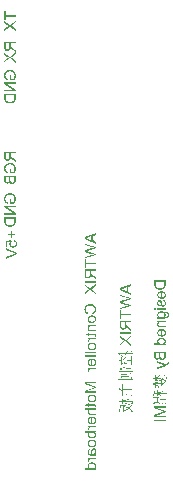
<source format=gbo>
G04*
G04 #@! TF.GenerationSoftware,Altium Limited,Altium Designer,19.0.4 (130)*
G04*
G04 Layer_Color=32896*
%FSLAX25Y25*%
%MOIN*%
G70*
G01*
G75*
G36*
X67716Y65660D02*
X67711Y65535D01*
X67706Y65420D01*
X67695Y65316D01*
X67684Y65229D01*
X67673Y65152D01*
X67667Y65098D01*
X67662Y65081D01*
X67656Y65065D01*
Y65054D01*
X67629Y64956D01*
X67596Y64868D01*
X67569Y64792D01*
X67536Y64727D01*
X67509Y64672D01*
X67487Y64634D01*
X67471Y64612D01*
X67465Y64601D01*
X67416Y64530D01*
X67356Y64470D01*
X67302Y64410D01*
X67247Y64361D01*
X67198Y64317D01*
X67160Y64284D01*
X67132Y64262D01*
X67121Y64257D01*
X67034Y64202D01*
X66941Y64148D01*
X66854Y64104D01*
X66767Y64071D01*
X66690Y64038D01*
X66630Y64017D01*
X66608Y64011D01*
X66592Y64006D01*
X66581Y64000D01*
X66575D01*
X66444Y63968D01*
X66313Y63940D01*
X66188Y63924D01*
X66068Y63907D01*
X65964Y63902D01*
X65920D01*
X65882Y63897D01*
X65855D01*
X65827D01*
X65816D01*
X65811D01*
X65625Y63902D01*
X65456Y63918D01*
X65303Y63946D01*
X65232Y63957D01*
X65172Y63973D01*
X65112Y63989D01*
X65063Y64000D01*
X65019Y64011D01*
X64981Y64028D01*
X64948Y64033D01*
X64926Y64044D01*
X64916Y64050D01*
X64910D01*
X64768Y64109D01*
X64643Y64180D01*
X64533Y64257D01*
X64441Y64328D01*
X64364Y64393D01*
X64310Y64448D01*
X64293Y64470D01*
X64277Y64486D01*
X64271Y64492D01*
X64266Y64497D01*
X64195Y64584D01*
X64140Y64677D01*
X64091Y64770D01*
X64053Y64858D01*
X64026Y64934D01*
X64009Y64994D01*
X63998Y65016D01*
Y65032D01*
X63993Y65043D01*
Y65049D01*
X63976Y65141D01*
X63960Y65251D01*
X63949Y65360D01*
X63944Y65469D01*
X63938Y65567D01*
Y67020D01*
X67716D01*
Y65660D01*
D02*
G37*
G36*
X66493Y63422D02*
X66608Y63411D01*
X66717Y63394D01*
X66816Y63372D01*
X66909Y63345D01*
X66996Y63318D01*
X67072Y63285D01*
X67143Y63252D01*
X67203Y63219D01*
X67258Y63187D01*
X67302Y63160D01*
X67340Y63132D01*
X67373Y63110D01*
X67394Y63094D01*
X67405Y63083D01*
X67411Y63078D01*
X67476Y63007D01*
X67531Y62936D01*
X67580Y62859D01*
X67624Y62777D01*
X67656Y62701D01*
X67689Y62619D01*
X67733Y62466D01*
X67744Y62395D01*
X67755Y62330D01*
X67766Y62270D01*
X67771Y62220D01*
X67777Y62182D01*
Y62122D01*
X67766Y61953D01*
X67738Y61800D01*
X67706Y61663D01*
X67684Y61609D01*
X67662Y61554D01*
X67640Y61505D01*
X67618Y61461D01*
X67602Y61429D01*
X67585Y61396D01*
X67569Y61374D01*
X67558Y61358D01*
X67547Y61347D01*
Y61341D01*
X67449Y61232D01*
X67345Y61145D01*
X67236Y61068D01*
X67132Y61014D01*
X67040Y60970D01*
X66996Y60954D01*
X66963Y60937D01*
X66930Y60926D01*
X66909Y60921D01*
X66897Y60915D01*
X66892D01*
X66832Y61396D01*
X66936Y61440D01*
X67023Y61489D01*
X67100Y61538D01*
X67160Y61581D01*
X67203Y61620D01*
X67236Y61652D01*
X67258Y61680D01*
X67263Y61685D01*
X67307Y61756D01*
X67340Y61827D01*
X67362Y61904D01*
X67378Y61969D01*
X67389Y62029D01*
X67394Y62078D01*
Y62122D01*
X67389Y62188D01*
X67383Y62248D01*
X67356Y62357D01*
X67318Y62455D01*
X67274Y62542D01*
X67236Y62608D01*
X67198Y62657D01*
X67171Y62690D01*
X67160Y62695D01*
Y62701D01*
X67061Y62777D01*
X66952Y62837D01*
X66832Y62881D01*
X66723Y62914D01*
X66624Y62930D01*
X66581Y62941D01*
X66543Y62946D01*
X66510D01*
X66488Y62952D01*
X66472D01*
X66466D01*
Y60905D01*
X66412Y60899D01*
X66373D01*
X66351D01*
X66346D01*
X66220Y60905D01*
X66106Y60915D01*
X65997Y60932D01*
X65893Y60954D01*
X65800Y60981D01*
X65713Y61008D01*
X65636Y61041D01*
X65565Y61074D01*
X65500Y61106D01*
X65445Y61139D01*
X65402Y61167D01*
X65363Y61194D01*
X65330Y61216D01*
X65309Y61232D01*
X65298Y61243D01*
X65292Y61248D01*
X65227Y61314D01*
X65167Y61385D01*
X65118Y61461D01*
X65074Y61538D01*
X65036Y61614D01*
X65008Y61685D01*
X64981Y61762D01*
X64965Y61827D01*
X64948Y61898D01*
X64937Y61958D01*
X64926Y62013D01*
X64921Y62057D01*
X64916Y62095D01*
Y62149D01*
X64921Y62253D01*
X64932Y62351D01*
X64948Y62444D01*
X64976Y62532D01*
X65003Y62613D01*
X65036Y62690D01*
X65068Y62761D01*
X65107Y62821D01*
X65139Y62881D01*
X65178Y62930D01*
X65210Y62974D01*
X65238Y63007D01*
X65265Y63034D01*
X65281Y63056D01*
X65292Y63067D01*
X65298Y63072D01*
X65374Y63132D01*
X65456Y63187D01*
X65538Y63236D01*
X65625Y63280D01*
X65718Y63312D01*
X65806Y63340D01*
X65980Y63383D01*
X66057Y63400D01*
X66133Y63411D01*
X66199Y63416D01*
X66259Y63422D01*
X66308Y63427D01*
X66341D01*
X66368D01*
X66373D01*
X66493Y63422D01*
D02*
G37*
G36*
X67050Y60479D02*
X67187Y60430D01*
X67296Y60369D01*
X67389Y60309D01*
X67465Y60255D01*
X67514Y60206D01*
X67547Y60173D01*
X67553Y60167D01*
X67558Y60162D01*
X67596Y60107D01*
X67629Y60047D01*
X67684Y59916D01*
X67722Y59780D01*
X67749Y59649D01*
X67760Y59589D01*
X67766Y59534D01*
X67771Y59479D01*
Y59436D01*
X67777Y59398D01*
Y59348D01*
X67771Y59228D01*
X67760Y59124D01*
X67744Y59026D01*
X67722Y58939D01*
X67700Y58868D01*
X67684Y58813D01*
X67673Y58781D01*
X67667Y58775D01*
Y58770D01*
X67618Y58677D01*
X67569Y58600D01*
X67514Y58535D01*
X67465Y58475D01*
X67422Y58431D01*
X67383Y58404D01*
X67362Y58382D01*
X67351Y58376D01*
X67274Y58333D01*
X67192Y58300D01*
X67121Y58273D01*
X67056Y58256D01*
X66996Y58245D01*
X66952Y58240D01*
X66925D01*
X66914D01*
X66827Y58245D01*
X66750Y58256D01*
X66685Y58278D01*
X66624Y58295D01*
X66575Y58316D01*
X66543Y58338D01*
X66521Y58349D01*
X66515Y58355D01*
X66461Y58398D01*
X66412Y58447D01*
X66368Y58497D01*
X66335Y58546D01*
X66308Y58595D01*
X66291Y58628D01*
X66281Y58649D01*
X66275Y58660D01*
X66259Y58699D01*
X66242Y58742D01*
X66204Y58846D01*
X66166Y58961D01*
X66133Y59075D01*
X66100Y59179D01*
X66089Y59228D01*
X66079Y59267D01*
X66068Y59299D01*
X66062Y59326D01*
X66057Y59343D01*
Y59348D01*
X66040Y59408D01*
X66024Y59463D01*
X66013Y59512D01*
X65997Y59556D01*
X65980Y59627D01*
X65964Y59681D01*
X65948Y59720D01*
X65942Y59741D01*
X65937Y59752D01*
Y59758D01*
X65915Y59802D01*
X65898Y59840D01*
X65877Y59873D01*
X65860Y59894D01*
X65844Y59916D01*
X65827Y59927D01*
X65822Y59933D01*
X65816Y59938D01*
X65762Y59971D01*
X65707Y59987D01*
X65685D01*
X65669Y59993D01*
X65658D01*
X65653D01*
X65604Y59987D01*
X65554Y59971D01*
X65511Y59949D01*
X65478Y59922D01*
X65445Y59900D01*
X65423Y59878D01*
X65412Y59862D01*
X65407Y59856D01*
X65369Y59796D01*
X65341Y59725D01*
X65325Y59649D01*
X65309Y59578D01*
X65303Y59507D01*
X65298Y59452D01*
Y59398D01*
X65303Y59305D01*
X65314Y59217D01*
X65336Y59146D01*
X65358Y59092D01*
X65380Y59043D01*
X65402Y59010D01*
X65412Y58988D01*
X65418Y58983D01*
X65467Y58928D01*
X65522Y58890D01*
X65576Y58857D01*
X65625Y58830D01*
X65675Y58813D01*
X65713Y58802D01*
X65735Y58797D01*
X65746D01*
X65685Y58344D01*
X65593Y58366D01*
X65511Y58387D01*
X65440Y58415D01*
X65374Y58442D01*
X65330Y58469D01*
X65292Y58491D01*
X65271Y58502D01*
X65265Y58508D01*
X65210Y58557D01*
X65161Y58611D01*
X65118Y58671D01*
X65079Y58731D01*
X65052Y58786D01*
X65030Y58830D01*
X65019Y58857D01*
X65014Y58863D01*
Y58868D01*
X64981Y58961D01*
X64959Y59059D01*
X64937Y59152D01*
X64926Y59239D01*
X64921Y59321D01*
X64916Y59381D01*
Y59512D01*
X64926Y59589D01*
X64932Y59654D01*
X64943Y59714D01*
X64954Y59763D01*
X64965Y59802D01*
X64970Y59823D01*
X64976Y59834D01*
X64998Y59900D01*
X65019Y59960D01*
X65041Y60009D01*
X65063Y60053D01*
X65079Y60085D01*
X65096Y60107D01*
X65101Y60124D01*
X65107Y60129D01*
X65145Y60184D01*
X65189Y60227D01*
X65238Y60266D01*
X65276Y60298D01*
X65314Y60326D01*
X65341Y60342D01*
X65363Y60353D01*
X65369Y60359D01*
X65429Y60386D01*
X65483Y60408D01*
X65544Y60419D01*
X65593Y60430D01*
X65642Y60435D01*
X65675Y60440D01*
X65696D01*
X65707D01*
X65784Y60435D01*
X65849Y60424D01*
X65915Y60408D01*
X65969Y60391D01*
X66013Y60375D01*
X66051Y60359D01*
X66073Y60348D01*
X66079Y60342D01*
X66139Y60298D01*
X66188Y60249D01*
X66231Y60200D01*
X66270Y60151D01*
X66297Y60107D01*
X66319Y60075D01*
X66330Y60053D01*
X66335Y60042D01*
X66351Y60004D01*
X66373Y59954D01*
X66412Y59845D01*
X66444Y59731D01*
X66483Y59610D01*
X66510Y59507D01*
X66526Y59458D01*
X66537Y59414D01*
X66548Y59381D01*
X66554Y59354D01*
X66559Y59338D01*
Y59332D01*
X66575Y59261D01*
X66592Y59201D01*
X66608Y59146D01*
X66624Y59097D01*
X66636Y59053D01*
X66652Y59015D01*
X66674Y58950D01*
X66690Y58906D01*
X66706Y58879D01*
X66712Y58863D01*
X66717Y58857D01*
X66750Y58808D01*
X66794Y58775D01*
X66832Y58748D01*
X66870Y58731D01*
X66909Y58720D01*
X66936Y58715D01*
X66958D01*
X66963D01*
X67029Y58720D01*
X67083Y58737D01*
X67138Y58764D01*
X67181Y58792D01*
X67220Y58824D01*
X67247Y58846D01*
X67263Y58868D01*
X67269Y58873D01*
X67313Y58939D01*
X67340Y59010D01*
X67362Y59092D01*
X67378Y59168D01*
X67389Y59239D01*
X67394Y59294D01*
Y59348D01*
X67389Y59463D01*
X67373Y59561D01*
X67351Y59643D01*
X67323Y59714D01*
X67296Y59769D01*
X67274Y59812D01*
X67258Y59834D01*
X67252Y59845D01*
X67192Y59905D01*
X67121Y59954D01*
X67050Y59987D01*
X66985Y60014D01*
X66925Y60036D01*
X66870Y60047D01*
X66838Y60058D01*
X66832D01*
X66827D01*
X66897Y60517D01*
X67050Y60479D01*
D02*
G37*
G36*
X67716Y57225D02*
X64976D01*
Y57688D01*
X67716D01*
Y57225D01*
D02*
G37*
G36*
X64468D02*
X63938D01*
Y57688D01*
X64468D01*
Y57225D01*
D02*
G37*
G36*
X66439Y56689D02*
X66543Y56684D01*
X66728Y56646D01*
X66816Y56624D01*
X66892Y56597D01*
X66969Y56569D01*
X67034Y56542D01*
X67100Y56515D01*
X67154Y56487D01*
X67198Y56460D01*
X67242Y56438D01*
X67269Y56416D01*
X67296Y56400D01*
X67307Y56394D01*
X67313Y56389D01*
X67383Y56329D01*
X67444Y56264D01*
X67498Y56192D01*
X67547Y56121D01*
X67585Y56045D01*
X67618Y55974D01*
X67646Y55903D01*
X67667Y55832D01*
X67684Y55767D01*
X67695Y55707D01*
X67706Y55652D01*
X67711Y55603D01*
Y55565D01*
X67716Y55537D01*
Y55510D01*
X67711Y55428D01*
X67700Y55346D01*
X67684Y55270D01*
X67662Y55199D01*
X67602Y55073D01*
X67536Y54959D01*
X67504Y54915D01*
X67471Y54871D01*
X67438Y54833D01*
X67411Y54806D01*
X67389Y54784D01*
X67373Y54767D01*
X67362Y54756D01*
X67356Y54751D01*
X67438D01*
X67509D01*
X67580Y54756D01*
X67640D01*
X67695D01*
X67744Y54762D01*
X67787D01*
X67826Y54767D01*
X67880Y54773D01*
X67924Y54778D01*
X67946Y54784D01*
X67951D01*
X68033Y54811D01*
X68104Y54849D01*
X68164Y54888D01*
X68219Y54926D01*
X68257Y54964D01*
X68290Y54997D01*
X68306Y55019D01*
X68312Y55024D01*
X68355Y55095D01*
X68388Y55177D01*
X68410Y55259D01*
X68426Y55335D01*
X68437Y55412D01*
X68443Y55466D01*
Y55521D01*
X68437Y55625D01*
X68421Y55723D01*
X68399Y55805D01*
X68372Y55870D01*
X68350Y55925D01*
X68328Y55963D01*
X68312Y55985D01*
X68306Y55996D01*
X68268Y56040D01*
X68219Y56072D01*
X68170Y56100D01*
X68121Y56121D01*
X68071Y56132D01*
X68033Y56143D01*
X68011Y56149D01*
X68001D01*
X67940Y56602D01*
X68022D01*
X68093Y56591D01*
X68164Y56580D01*
X68230Y56564D01*
X68344Y56515D01*
X68437Y56460D01*
X68508Y56405D01*
X68557Y56362D01*
X68590Y56324D01*
X68596Y56318D01*
X68601Y56313D01*
X68678Y56192D01*
X68732Y56062D01*
X68770Y55930D01*
X68798Y55805D01*
X68809Y55745D01*
X68814Y55690D01*
X68819Y55647D01*
Y55603D01*
X68825Y55570D01*
Y55521D01*
X68819Y55374D01*
X68798Y55237D01*
X68776Y55117D01*
X68743Y55019D01*
X68716Y54937D01*
X68705Y54904D01*
X68688Y54877D01*
X68683Y54855D01*
X68672Y54838D01*
X68667Y54833D01*
Y54827D01*
X68607Y54729D01*
X68536Y54642D01*
X68465Y54571D01*
X68399Y54511D01*
X68339Y54467D01*
X68290Y54440D01*
X68257Y54418D01*
X68252Y54413D01*
X68246D01*
X68192Y54391D01*
X68132Y54369D01*
X68066Y54352D01*
X67995Y54336D01*
X67842Y54314D01*
X67695Y54298D01*
X67624Y54292D01*
X67558Y54287D01*
X67498D01*
X67449Y54282D01*
X67405D01*
X67373D01*
X67351D01*
X67345D01*
X64976D01*
Y54707D01*
X65314D01*
X65243Y54767D01*
X65183Y54833D01*
X65128Y54899D01*
X65085Y54964D01*
X65047Y55035D01*
X65014Y55101D01*
X64986Y55166D01*
X64965Y55226D01*
X64948Y55286D01*
X64937Y55341D01*
X64926Y55390D01*
X64921Y55428D01*
X64916Y55461D01*
Y55510D01*
X64921Y55641D01*
X64943Y55761D01*
X64976Y55870D01*
X65008Y55963D01*
X65041Y56040D01*
X65074Y56094D01*
X65085Y56116D01*
X65096Y56132D01*
X65101Y56138D01*
Y56143D01*
X65172Y56236D01*
X65259Y56318D01*
X65341Y56389D01*
X65423Y56449D01*
X65500Y56493D01*
X65560Y56526D01*
X65582Y56537D01*
X65598Y56547D01*
X65609Y56553D01*
X65614D01*
X65740Y56602D01*
X65866Y56635D01*
X65986Y56662D01*
X66095Y56678D01*
X66193Y56689D01*
X66231D01*
X66270Y56695D01*
X66297D01*
X66319D01*
X66330D01*
X66335D01*
X66439Y56689D01*
D02*
G37*
G36*
X67716Y53113D02*
X66226D01*
X66133D01*
X66040Y53102D01*
X65964Y53091D01*
X65893Y53080D01*
X65827Y53064D01*
X65767Y53048D01*
X65713Y53026D01*
X65669Y53004D01*
X65631Y52987D01*
X65598Y52966D01*
X65571Y52949D01*
X65549Y52933D01*
X65522Y52911D01*
X65511Y52900D01*
X65445Y52818D01*
X65402Y52731D01*
X65369Y52644D01*
X65341Y52567D01*
X65330Y52496D01*
X65325Y52442D01*
X65320Y52420D01*
Y52392D01*
X65325Y52327D01*
X65330Y52261D01*
X65347Y52207D01*
X65363Y52163D01*
X65380Y52125D01*
X65391Y52092D01*
X65402Y52076D01*
X65407Y52070D01*
X65440Y52021D01*
X65478Y51977D01*
X65516Y51945D01*
X65549Y51917D01*
X65582Y51901D01*
X65609Y51885D01*
X65625Y51874D01*
X65631D01*
X65691Y51857D01*
X65756Y51841D01*
X65827Y51830D01*
X65898Y51824D01*
X65958Y51819D01*
X66008D01*
X66046D01*
X66051D01*
X66057D01*
X67716D01*
Y51355D01*
X66035D01*
X65920D01*
X65827Y51360D01*
X65751Y51366D01*
X65685D01*
X65642Y51371D01*
X65609Y51377D01*
X65587Y51382D01*
X65582D01*
X65511Y51399D01*
X65445Y51426D01*
X65391Y51448D01*
X65336Y51470D01*
X65298Y51497D01*
X65271Y51513D01*
X65249Y51524D01*
X65243Y51530D01*
X65189Y51573D01*
X65145Y51622D01*
X65101Y51672D01*
X65068Y51726D01*
X65041Y51770D01*
X65025Y51808D01*
X65014Y51830D01*
X65008Y51841D01*
X64976Y51917D01*
X64954Y51999D01*
X64937Y52076D01*
X64926Y52147D01*
X64921Y52207D01*
X64916Y52250D01*
Y52294D01*
X64921Y52398D01*
X64937Y52496D01*
X64959Y52583D01*
X64986Y52671D01*
X65019Y52747D01*
X65057Y52818D01*
X65101Y52884D01*
X65139Y52938D01*
X65183Y52993D01*
X65227Y53037D01*
X65265Y53075D01*
X65298Y53108D01*
X65325Y53129D01*
X65347Y53146D01*
X65363Y53157D01*
X65369Y53162D01*
X64976D01*
Y53577D01*
X67716D01*
Y53113D01*
D02*
G37*
G36*
X66493Y50793D02*
X66608Y50782D01*
X66717Y50765D01*
X66816Y50743D01*
X66909Y50716D01*
X66996Y50689D01*
X67072Y50656D01*
X67143Y50623D01*
X67203Y50591D01*
X67258Y50558D01*
X67302Y50530D01*
X67340Y50503D01*
X67373Y50481D01*
X67394Y50465D01*
X67405Y50454D01*
X67411Y50449D01*
X67476Y50378D01*
X67531Y50307D01*
X67580Y50230D01*
X67624Y50148D01*
X67656Y50072D01*
X67689Y49990D01*
X67733Y49837D01*
X67744Y49766D01*
X67755Y49701D01*
X67766Y49641D01*
X67771Y49591D01*
X67777Y49553D01*
Y49493D01*
X67766Y49324D01*
X67738Y49171D01*
X67706Y49034D01*
X67684Y48980D01*
X67662Y48925D01*
X67640Y48876D01*
X67618Y48832D01*
X67602Y48800D01*
X67585Y48767D01*
X67569Y48745D01*
X67558Y48729D01*
X67547Y48718D01*
Y48712D01*
X67449Y48603D01*
X67345Y48516D01*
X67236Y48439D01*
X67132Y48385D01*
X67040Y48341D01*
X66996Y48325D01*
X66963Y48308D01*
X66930Y48297D01*
X66909Y48292D01*
X66897Y48286D01*
X66892D01*
X66832Y48767D01*
X66936Y48811D01*
X67023Y48860D01*
X67100Y48909D01*
X67160Y48953D01*
X67203Y48991D01*
X67236Y49024D01*
X67258Y49051D01*
X67263Y49056D01*
X67307Y49127D01*
X67340Y49198D01*
X67362Y49275D01*
X67378Y49340D01*
X67389Y49400D01*
X67394Y49449D01*
Y49493D01*
X67389Y49559D01*
X67383Y49619D01*
X67356Y49728D01*
X67318Y49826D01*
X67274Y49913D01*
X67236Y49979D01*
X67198Y50028D01*
X67171Y50061D01*
X67160Y50066D01*
Y50072D01*
X67061Y50148D01*
X66952Y50208D01*
X66832Y50252D01*
X66723Y50285D01*
X66624Y50301D01*
X66581Y50312D01*
X66543Y50318D01*
X66510D01*
X66488Y50323D01*
X66472D01*
X66466D01*
Y48276D01*
X66412Y48270D01*
X66373D01*
X66351D01*
X66346D01*
X66220Y48276D01*
X66106Y48286D01*
X65997Y48303D01*
X65893Y48325D01*
X65800Y48352D01*
X65713Y48379D01*
X65636Y48412D01*
X65565Y48445D01*
X65500Y48478D01*
X65445Y48510D01*
X65402Y48538D01*
X65363Y48565D01*
X65330Y48587D01*
X65309Y48603D01*
X65298Y48614D01*
X65292Y48619D01*
X65227Y48685D01*
X65167Y48756D01*
X65118Y48832D01*
X65074Y48909D01*
X65036Y48985D01*
X65008Y49056D01*
X64981Y49133D01*
X64965Y49198D01*
X64948Y49269D01*
X64937Y49329D01*
X64926Y49384D01*
X64921Y49428D01*
X64916Y49466D01*
Y49520D01*
X64921Y49624D01*
X64932Y49722D01*
X64948Y49815D01*
X64976Y49903D01*
X65003Y49984D01*
X65036Y50061D01*
X65068Y50132D01*
X65107Y50192D01*
X65139Y50252D01*
X65178Y50301D01*
X65210Y50345D01*
X65238Y50378D01*
X65265Y50405D01*
X65281Y50427D01*
X65292Y50438D01*
X65298Y50443D01*
X65374Y50503D01*
X65456Y50558D01*
X65538Y50607D01*
X65625Y50651D01*
X65718Y50683D01*
X65806Y50711D01*
X65980Y50754D01*
X66057Y50771D01*
X66133Y50782D01*
X66199Y50787D01*
X66259Y50793D01*
X66308Y50798D01*
X66341D01*
X66368D01*
X66373D01*
X66493Y50793D01*
D02*
G37*
G36*
X66504Y47872D02*
X66646Y47855D01*
X66772Y47828D01*
X66881Y47800D01*
X66930Y47790D01*
X66969Y47779D01*
X67007Y47762D01*
X67040Y47751D01*
X67061Y47740D01*
X67078Y47735D01*
X67089Y47730D01*
X67094D01*
X67209Y47670D01*
X67307Y47598D01*
X67394Y47528D01*
X67465Y47456D01*
X67520Y47396D01*
X67564Y47347D01*
X67585Y47315D01*
X67596Y47309D01*
Y47304D01*
X67656Y47200D01*
X67700Y47096D01*
X67733Y46992D01*
X67755Y46900D01*
X67766Y46823D01*
X67771Y46758D01*
X67777Y46736D01*
Y46703D01*
X67771Y46610D01*
X67760Y46523D01*
X67738Y46441D01*
X67711Y46370D01*
X67684Y46299D01*
X67651Y46233D01*
X67613Y46179D01*
X67575Y46130D01*
X67536Y46081D01*
X67498Y46042D01*
X67465Y46010D01*
X67438Y45982D01*
X67411Y45961D01*
X67389Y45944D01*
X67378Y45939D01*
X67373Y45933D01*
X67716D01*
Y45502D01*
X63938D01*
Y45966D01*
X65292D01*
X65232Y46015D01*
X65183Y46070D01*
X65134Y46119D01*
X65096Y46173D01*
X65068Y46217D01*
X65041Y46250D01*
X65030Y46272D01*
X65025Y46283D01*
X64986Y46354D01*
X64959Y46430D01*
X64943Y46507D01*
X64926Y46577D01*
X64921Y46637D01*
X64916Y46681D01*
Y46725D01*
X64921Y46845D01*
X64943Y46960D01*
X64970Y47063D01*
X65003Y47151D01*
X65041Y47227D01*
X65068Y47282D01*
X65079Y47304D01*
X65090Y47320D01*
X65096Y47326D01*
Y47331D01*
X65167Y47429D01*
X65254Y47511D01*
X65336Y47582D01*
X65418Y47637D01*
X65494Y47680D01*
X65554Y47713D01*
X65576Y47724D01*
X65593Y47735D01*
X65604Y47740D01*
X65609D01*
X65735Y47784D01*
X65866Y47817D01*
X65991Y47844D01*
X66106Y47861D01*
X66204Y47872D01*
X66248D01*
X66281Y47877D01*
X66313D01*
X66335D01*
X66346D01*
X66351D01*
X66504Y47872D01*
D02*
G37*
G36*
X67716Y41816D02*
X67711Y41685D01*
X67706Y41571D01*
X67695Y41467D01*
X67684Y41379D01*
X67673Y41309D01*
X67667Y41254D01*
X67656Y41221D01*
Y41210D01*
X67629Y41118D01*
X67602Y41041D01*
X67569Y40970D01*
X67536Y40910D01*
X67514Y40861D01*
X67493Y40823D01*
X67476Y40801D01*
X67471Y40795D01*
X67422Y40735D01*
X67362Y40681D01*
X67302Y40637D01*
X67247Y40593D01*
X67192Y40560D01*
X67154Y40539D01*
X67127Y40522D01*
X67116Y40517D01*
X67029Y40479D01*
X66941Y40451D01*
X66859Y40429D01*
X66783Y40419D01*
X66717Y40408D01*
X66663Y40402D01*
X66630D01*
X66624D01*
X66619D01*
X66499Y40408D01*
X66390Y40429D01*
X66297Y40462D01*
X66210Y40495D01*
X66144Y40528D01*
X66095Y40560D01*
X66062Y40582D01*
X66051Y40588D01*
X65964Y40664D01*
X65893Y40746D01*
X65833Y40839D01*
X65784Y40921D01*
X65746Y40997D01*
X65724Y41063D01*
X65713Y41085D01*
X65707Y41101D01*
X65702Y41112D01*
Y41118D01*
X65647Y41025D01*
X65593Y40943D01*
X65532Y40877D01*
X65478Y40823D01*
X65434Y40779D01*
X65391Y40746D01*
X65369Y40730D01*
X65358Y40724D01*
X65276Y40681D01*
X65200Y40648D01*
X65123Y40621D01*
X65052Y40604D01*
X64992Y40593D01*
X64943Y40588D01*
X64916D01*
X64905D01*
X64812Y40593D01*
X64719Y40610D01*
X64637Y40637D01*
X64561Y40664D01*
X64495Y40692D01*
X64451Y40719D01*
X64419Y40735D01*
X64408Y40741D01*
X64326Y40801D01*
X64249Y40866D01*
X64189Y40937D01*
X64140Y41003D01*
X64102Y41057D01*
X64075Y41107D01*
X64058Y41139D01*
X64053Y41145D01*
Y41150D01*
X64015Y41254D01*
X63987Y41369D01*
X63965Y41483D01*
X63955Y41592D01*
X63944Y41691D01*
Y41734D01*
X63938Y41773D01*
Y43258D01*
X67716D01*
Y41816D01*
D02*
G37*
G36*
Y39004D02*
X67766Y39026D01*
X67804Y39037D01*
X67826Y39048D01*
X67831D01*
X67924Y39081D01*
X68001Y39114D01*
X68066Y39136D01*
X68110Y39157D01*
X68142Y39168D01*
X68164Y39179D01*
X68175Y39190D01*
X68181D01*
X68241Y39234D01*
X68284Y39283D01*
X68301Y39305D01*
X68312Y39321D01*
X68323Y39332D01*
Y39338D01*
X68339Y39376D01*
X68355Y39414D01*
X68372Y39496D01*
Y39529D01*
X68377Y39556D01*
Y39583D01*
X68372Y39671D01*
X68355Y39758D01*
X68344Y39791D01*
X68339Y39818D01*
X68334Y39840D01*
Y39845D01*
X68765Y39796D01*
X68787Y39736D01*
X68798Y39682D01*
X68809Y39632D01*
X68819Y39589D01*
Y39550D01*
X68825Y39523D01*
Y39501D01*
X68819Y39419D01*
X68809Y39348D01*
X68792Y39283D01*
X68770Y39228D01*
X68748Y39179D01*
X68732Y39146D01*
X68721Y39125D01*
X68716Y39119D01*
X68672Y39059D01*
X68617Y39010D01*
X68563Y38961D01*
X68508Y38917D01*
X68459Y38884D01*
X68421Y38857D01*
X68394Y38841D01*
X68383Y38835D01*
X68344Y38819D01*
X68306Y38797D01*
X68213Y38753D01*
X68110Y38710D01*
X68006Y38671D01*
X67913Y38633D01*
X67869Y38617D01*
X67831Y38600D01*
X67804Y38590D01*
X67782Y38579D01*
X67766Y38573D01*
X67760D01*
X64976Y37530D01*
Y37994D01*
X66575Y38584D01*
X66690Y38628D01*
X66799Y38660D01*
X66909Y38699D01*
X67001Y38726D01*
X67083Y38748D01*
X67116Y38759D01*
X67143Y38764D01*
X67165Y38770D01*
X67181Y38775D01*
X67192Y38781D01*
X67198D01*
X67072Y38813D01*
X66958Y38846D01*
X66848Y38879D01*
X66756Y38912D01*
X66679Y38939D01*
X66646Y38950D01*
X66619Y38961D01*
X66592Y38966D01*
X66575Y38972D01*
X66570Y38977D01*
X66565D01*
X64976Y39550D01*
Y40042D01*
X67716Y39004D01*
D02*
G37*
G36*
X65991Y35707D02*
X65904Y35559D01*
X65816Y35423D01*
X65724Y35297D01*
X65636Y35182D01*
X65549Y35073D01*
X65462Y34975D01*
X65380Y34888D01*
X65303Y34806D01*
X65232Y34740D01*
X65167Y34680D01*
X65107Y34626D01*
X65057Y34587D01*
X65014Y34554D01*
X64986Y34527D01*
X64965Y34516D01*
X64959Y34511D01*
X65036D01*
X65118D01*
X65298Y34516D01*
X65489D01*
X65669Y34522D01*
X65756D01*
X65833Y34527D01*
X65904D01*
X65969D01*
X66018Y34533D01*
X66057D01*
X66079D01*
X66089D01*
X65948Y34200D01*
X65877Y34205D01*
X65795D01*
X65707Y34211D01*
X65609D01*
X65407Y34216D01*
X65205D01*
X65112Y34222D01*
X65025D01*
X64943D01*
X64872D01*
X64812D01*
X64768D01*
X64741D01*
X64730D01*
X64806Y34134D01*
X64888Y34058D01*
X64965Y33987D01*
X65036Y33932D01*
X65096Y33888D01*
X65139Y33856D01*
X65172Y33834D01*
X65178Y33828D01*
X65183D01*
X65232Y33801D01*
X65271Y33774D01*
X65292Y33746D01*
X65314Y33725D01*
X65325Y33708D01*
X65330Y33697D01*
Y33686D01*
X65325Y33670D01*
X65314Y33654D01*
X65271Y33626D01*
X65232Y33610D01*
X65221Y33604D01*
X65216D01*
X65139Y33577D01*
X65085Y33566D01*
X65068Y33561D01*
X65052D01*
X65041D01*
X65003Y33566D01*
X64965Y33577D01*
X64905Y33610D01*
X64877Y33632D01*
X64861Y33648D01*
X64850Y33659D01*
X64845Y33665D01*
X64828Y33686D01*
X64806Y33719D01*
X64790Y33752D01*
X64774Y33796D01*
X64735Y33888D01*
X64703Y33981D01*
X64670Y34074D01*
X64659Y34112D01*
X64648Y34150D01*
X64637Y34178D01*
X64632Y34200D01*
X64626Y34216D01*
Y34222D01*
X64419D01*
Y33457D01*
X64069Y33806D01*
X64299Y34036D01*
Y34222D01*
X63763D01*
X63616Y34036D01*
X63387Y34533D01*
X63490Y34527D01*
X63594D01*
X63687Y34522D01*
X63774D01*
X63856Y34516D01*
X63927D01*
X63998D01*
X64058Y34511D01*
X64113D01*
X64162D01*
X64206D01*
X64239D01*
X64266D01*
X64282D01*
X64293D01*
X64299D01*
Y35581D01*
X64484Y35395D01*
X64462Y35308D01*
X64446Y35226D01*
X64435Y35139D01*
X64424Y35068D01*
Y35002D01*
X64419Y34948D01*
Y34533D01*
X64583Y34609D01*
X64741Y34696D01*
X64888Y34789D01*
X65030Y34888D01*
X65161Y34986D01*
X65287Y35084D01*
X65402Y35188D01*
X65505Y35286D01*
X65598Y35379D01*
X65685Y35461D01*
X65756Y35543D01*
X65816Y35608D01*
X65860Y35668D01*
X65898Y35707D01*
X65920Y35734D01*
X65926Y35745D01*
X65991Y35707D01*
D02*
G37*
G36*
X68252Y35685D02*
X68224Y35390D01*
X68192Y35111D01*
X68153Y34855D01*
X68110Y34615D01*
X68060Y34396D01*
X68017Y34194D01*
X67968Y34014D01*
X67919Y33850D01*
X67869Y33703D01*
X67826Y33577D01*
X67787Y33474D01*
X67749Y33386D01*
X67722Y33321D01*
X67700Y33271D01*
X67684Y33244D01*
X67678Y33233D01*
X67591Y33080D01*
X67498Y32933D01*
X67400Y32796D01*
X67296Y32665D01*
X67192Y32545D01*
X67094Y32431D01*
X66996Y32327D01*
X66897Y32229D01*
X66810Y32141D01*
X66728Y32065D01*
X66652Y31999D01*
X66586Y31945D01*
X66532Y31901D01*
X66493Y31874D01*
X66472Y31852D01*
X66461Y31846D01*
X66357Y31644D01*
X66008Y31994D01*
X66215Y32201D01*
Y33790D01*
X66155Y33719D01*
X66106Y33654D01*
X66068Y33594D01*
X66040Y33544D01*
X66024Y33501D01*
X66013Y33463D01*
X66008Y33441D01*
Y33435D01*
X65696Y33828D01*
X65877Y33937D01*
X66051Y34052D01*
X66220Y34178D01*
X66373Y34309D01*
X66521Y34445D01*
X66657Y34587D01*
X66783Y34724D01*
X66897Y34855D01*
X67001Y34980D01*
X67089Y35095D01*
X67165Y35204D01*
X67231Y35297D01*
X67285Y35368D01*
X67318Y35428D01*
X67334Y35450D01*
X67345Y35466D01*
X67351Y35472D01*
Y35477D01*
X67411Y35439D01*
X67351Y35303D01*
X67280Y35166D01*
X67203Y35030D01*
X67121Y34893D01*
X67034Y34762D01*
X66941Y34631D01*
X66854Y34511D01*
X66767Y34391D01*
X66709Y34323D01*
X66827Y34205D01*
X66947Y34101D01*
X67050Y34020D01*
X67143Y33954D01*
X67220Y33910D01*
X67280Y33878D01*
X67302Y33867D01*
X67318Y33856D01*
X67323Y33850D01*
X67329D01*
X67389Y33828D01*
X67433Y33806D01*
X67465Y33785D01*
X67487Y33763D01*
X67498Y33746D01*
X67504Y33735D01*
X67509Y33730D01*
Y33725D01*
X67504Y33714D01*
X67493Y33703D01*
X67454Y33676D01*
X67416Y33654D01*
X67405Y33643D01*
X67400D01*
X67356Y33621D01*
X67318Y33610D01*
X67258Y33588D01*
X67236D01*
X67220Y33583D01*
X67209D01*
X67203D01*
X67165Y33588D01*
X67127Y33599D01*
X67050Y33637D01*
X67023Y33659D01*
X67001Y33681D01*
X66985Y33692D01*
X66979Y33697D01*
X66952Y33719D01*
X66930Y33752D01*
X66903Y33790D01*
X66876Y33828D01*
X66821Y33921D01*
X66767Y34020D01*
X66717Y34112D01*
X66695Y34150D01*
X66679Y34189D01*
X66668Y34216D01*
X66657Y34238D01*
X66649Y34251D01*
X66679Y34287D01*
X66709Y34323D01*
X66706Y34325D01*
X66646Y34260D01*
Y34254D01*
X66649Y34251D01*
X66597Y34189D01*
X66526Y34101D01*
X66461Y34030D01*
X66412Y33970D01*
X66368Y33927D01*
X66346Y33899D01*
X66335Y33888D01*
Y32179D01*
X66472Y32272D01*
X66597Y32370D01*
X66723Y32474D01*
X66838Y32583D01*
X66941Y32693D01*
X67040Y32802D01*
X67132Y32906D01*
X67209Y33009D01*
X67285Y33102D01*
X67351Y33195D01*
X67405Y33271D01*
X67449Y33342D01*
X67482Y33397D01*
X67509Y33441D01*
X67525Y33468D01*
X67531Y33479D01*
X67613Y33637D01*
X67684Y33812D01*
X67755Y33992D01*
X67820Y34172D01*
X67875Y34363D01*
X67930Y34544D01*
X67973Y34729D01*
X68017Y34904D01*
X68050Y35068D01*
X68082Y35221D01*
X68110Y35357D01*
X68126Y35472D01*
X68137Y35526D01*
X68142Y35570D01*
X68148Y35614D01*
X68153Y35647D01*
X68159Y35668D01*
X68164Y35690D01*
Y35707D01*
X68252Y35685D01*
D02*
G37*
G36*
X65740Y33686D02*
X65680Y33577D01*
X65614Y33479D01*
X65478Y33288D01*
X65407Y33200D01*
X65330Y33119D01*
X65259Y33042D01*
X65194Y32971D01*
X65128Y32911D01*
X65068Y32857D01*
X65014Y32807D01*
X64970Y32764D01*
X64932Y32736D01*
X64899Y32709D01*
X64883Y32698D01*
X64877Y32693D01*
X64959D01*
X65052D01*
X65243Y32698D01*
X65440D01*
X65625Y32704D01*
X65713D01*
X65795Y32709D01*
X65866D01*
X65926D01*
X65980Y32715D01*
X66018D01*
X66040D01*
X66051D01*
X65904Y32387D01*
X65767Y32392D01*
X65636Y32398D01*
X65505D01*
X65380Y32403D01*
X65325D01*
X65276D01*
X65232D01*
X65194D01*
X65167D01*
X65139D01*
X65128D01*
X65123D01*
X64419D01*
X64572Y32343D01*
X64719Y32278D01*
X64850Y32207D01*
X64981Y32130D01*
X65096Y32054D01*
X65200Y31972D01*
X65298Y31890D01*
X65385Y31814D01*
X65462Y31737D01*
X65532Y31666D01*
X65587Y31606D01*
X65636Y31546D01*
X65669Y31502D01*
X65696Y31464D01*
X65713Y31442D01*
X65718Y31437D01*
X65685Y31420D01*
X65658Y31404D01*
X65609Y31344D01*
X65571Y31278D01*
X65549Y31207D01*
X65532Y31137D01*
X65522Y31076D01*
X65516Y31055D01*
Y31022D01*
X65451D01*
X65391Y31180D01*
X65325Y31328D01*
X65249Y31464D01*
X65167Y31590D01*
X65085Y31710D01*
X64998Y31814D01*
X64910Y31912D01*
X64828Y31999D01*
X64746Y32076D01*
X64670Y32141D01*
X64599Y32196D01*
X64539Y32239D01*
X64490Y32278D01*
X64451Y32300D01*
X64430Y32316D01*
X64419Y32321D01*
Y31169D01*
X64047Y31541D01*
X64299Y31786D01*
Y32403D01*
X63763D01*
X63638Y32201D01*
X63409Y32715D01*
X63529Y32709D01*
X63638D01*
X63736Y32704D01*
X63824D01*
X63906Y32698D01*
X63982D01*
X64047D01*
X64102Y32693D01*
X64151D01*
X64189D01*
X64228D01*
X64255D01*
X64271D01*
X64288D01*
X64293D01*
X64299D01*
Y33435D01*
X64462Y33271D01*
X64419Y33086D01*
Y32775D01*
X64561Y32835D01*
X64692Y32906D01*
X64817Y32977D01*
X64937Y33053D01*
X65052Y33135D01*
X65156Y33211D01*
X65249Y33288D01*
X65336Y33364D01*
X65412Y33441D01*
X65483Y33506D01*
X65544Y33566D01*
X65593Y33621D01*
X65631Y33665D01*
X65658Y33697D01*
X65675Y33719D01*
X65680Y33725D01*
X65740Y33686D01*
D02*
G37*
G36*
X65161Y30356D02*
X65139Y30268D01*
X65123Y30187D01*
X65112Y30099D01*
X65101Y30028D01*
Y29963D01*
X65096Y29908D01*
Y29575D01*
X65265Y29613D01*
X65440Y29657D01*
X65614Y29711D01*
X65778Y29761D01*
X65855Y29788D01*
X65920Y29810D01*
X65980Y29832D01*
X66035Y29848D01*
X66073Y29864D01*
X66106Y29875D01*
X66128Y29881D01*
X66133Y29886D01*
X66357Y29979D01*
X66575Y30083D01*
X66783Y30187D01*
X66881Y30241D01*
X66974Y30290D01*
X67056Y30339D01*
X67132Y30383D01*
X67203Y30421D01*
X67258Y30454D01*
X67302Y30487D01*
X67340Y30509D01*
X67362Y30520D01*
X67367Y30525D01*
X67427Y30481D01*
X67302Y30372D01*
X67176Y30268D01*
X67045Y30170D01*
X66909Y30077D01*
X66777Y29995D01*
X66641Y29913D01*
X66515Y29842D01*
X66395Y29777D01*
X66281Y29717D01*
X66171Y29662D01*
X66079Y29619D01*
X65997Y29581D01*
X65931Y29553D01*
X65882Y29531D01*
X65849Y29520D01*
X65838Y29515D01*
X66133D01*
X66401D01*
X66657D01*
X66892D01*
X67105Y29520D01*
X67302D01*
X67482D01*
X67640D01*
X67777Y29526D01*
X67897D01*
X68001D01*
X68082D01*
X68148Y29531D01*
X68192D01*
X68219D01*
X68230D01*
X68082Y29226D01*
X68044D01*
X67995Y29231D01*
X67935D01*
X67869D01*
X67793Y29237D01*
X67716D01*
X67629D01*
X67536D01*
X67340Y29242D01*
X67127D01*
X66909D01*
X66690D01*
X66472Y29247D01*
X66270D01*
X66079D01*
X65991D01*
X65909D01*
X65838D01*
X65773D01*
X65713D01*
X65664D01*
X65625D01*
X65593D01*
X65576D01*
X65571D01*
X65675Y29144D01*
X65773Y29062D01*
X65871Y28991D01*
X65958Y28931D01*
X66035Y28887D01*
X66095Y28854D01*
X66117Y28843D01*
X66133Y28838D01*
X66144Y28833D01*
X66149D01*
X66220Y28805D01*
X66270Y28778D01*
X66308Y28751D01*
X66330Y28729D01*
X66346Y28712D01*
X66351Y28701D01*
X66357Y28690D01*
X66351Y28674D01*
X66341Y28658D01*
X66308Y28625D01*
X66281Y28603D01*
X66270Y28598D01*
X66264D01*
X66193Y28565D01*
X66133Y28548D01*
X66106Y28543D01*
X66084D01*
X66073D01*
X66068D01*
X66018Y28548D01*
X65975Y28565D01*
X65931Y28587D01*
X65893Y28609D01*
X65860Y28636D01*
X65833Y28658D01*
X65816Y28674D01*
X65811Y28680D01*
X65784Y28707D01*
X65756Y28740D01*
X65702Y28822D01*
X65647Y28914D01*
X65598Y29013D01*
X65554Y29100D01*
X65538Y29144D01*
X65522Y29176D01*
X65505Y29204D01*
X65494Y29226D01*
X65489Y29242D01*
Y29247D01*
X65096D01*
Y28379D01*
X64746Y28707D01*
X64976Y28936D01*
Y29247D01*
X63944D01*
X63927Y29149D01*
X63911Y29056D01*
X63894Y28974D01*
X63884Y28898D01*
X63873Y28827D01*
X63867Y28767D01*
X63856Y28712D01*
X63851Y28669D01*
Y28625D01*
X63845Y28592D01*
Y28565D01*
X63840Y28543D01*
Y28505D01*
X63469Y28772D01*
X63496Y28805D01*
X63523Y28849D01*
X63551Y28898D01*
X63578Y28947D01*
X63633Y29062D01*
X63682Y29182D01*
X63720Y29291D01*
X63736Y29340D01*
X63753Y29378D01*
X63763Y29417D01*
X63774Y29444D01*
X63780Y29460D01*
Y29466D01*
X63835Y29657D01*
X63884Y29832D01*
X63922Y29985D01*
X63944Y30055D01*
X63955Y30116D01*
X63971Y30176D01*
X63982Y30225D01*
X63987Y30274D01*
X63998Y30307D01*
X64004Y30339D01*
Y30361D01*
X64009Y30372D01*
Y30378D01*
X64091D01*
X64080Y30268D01*
X64069Y30170D01*
X64058Y30077D01*
X64047Y29990D01*
X64037Y29913D01*
X64031Y29842D01*
X64020Y29777D01*
X64015Y29722D01*
X64009Y29673D01*
X64004Y29630D01*
X63998Y29597D01*
X63993Y29564D01*
Y29542D01*
X63987Y29526D01*
Y29515D01*
X64976D01*
Y30541D01*
X65161Y30356D01*
D02*
G37*
G36*
X65325Y27926D02*
X65096D01*
Y26375D01*
X65347D01*
X65243Y26092D01*
X65183D01*
X65107Y26097D01*
X65019D01*
X64926Y26102D01*
X64828D01*
X64724D01*
X64517Y26108D01*
X64413D01*
X64320D01*
X64233D01*
X64157D01*
X64091D01*
X64047D01*
X64015D01*
X64004D01*
X63884Y25922D01*
X63594Y26212D01*
X63780Y26397D01*
Y27904D01*
X63594Y28216D01*
X63763Y28210D01*
X63927Y28205D01*
X64086Y28199D01*
X64222Y28194D01*
X64282D01*
X64342D01*
X64391D01*
X64430D01*
X64468D01*
X64490D01*
X64506D01*
X64512D01*
X64686D01*
X64855Y28199D01*
X65014D01*
X65156Y28205D01*
X65216D01*
X65276Y28210D01*
X65325D01*
X65369D01*
X65402Y28216D01*
X65429D01*
X65445D01*
X65451D01*
X65325Y27926D01*
D02*
G37*
G36*
X67979Y28603D02*
X67957Y28516D01*
X67946Y28434D01*
X67935Y28346D01*
X67924Y28275D01*
Y28210D01*
X67919Y28155D01*
Y25633D01*
X67547Y25988D01*
X67793Y26234D01*
Y27036D01*
X66848D01*
Y25884D01*
X66499Y26212D01*
X66728Y26441D01*
Y27036D01*
X65838D01*
Y25780D01*
X65489Y26108D01*
X65718Y26337D01*
Y28483D01*
X65904Y28297D01*
X65882Y28210D01*
X65866Y28123D01*
X65855Y28041D01*
X65844Y27964D01*
Y27899D01*
X65838Y27844D01*
Y27304D01*
X66728D01*
Y28357D01*
X66914Y28172D01*
X66892Y28084D01*
X66876Y27997D01*
X66865Y27915D01*
X66854Y27839D01*
Y27773D01*
X66848Y27719D01*
Y27304D01*
X67793D01*
Y28789D01*
X67979Y28603D01*
D02*
G37*
G36*
X67716Y24568D02*
X64501D01*
X67716Y23476D01*
Y23029D01*
X64555Y21926D01*
X67716D01*
Y21445D01*
X63938D01*
Y22117D01*
X66570Y23023D01*
X66712Y23072D01*
X66832Y23110D01*
X66936Y23149D01*
X67023Y23176D01*
X67089Y23198D01*
X67138Y23214D01*
X67165Y23220D01*
X67176Y23225D01*
X67100Y23247D01*
X67012Y23274D01*
X66919Y23307D01*
X66827Y23334D01*
X66745Y23361D01*
X66679Y23383D01*
X66652Y23394D01*
X66636Y23400D01*
X66624Y23405D01*
X66619D01*
X63938Y24301D01*
Y25049D01*
X67716D01*
Y24568D01*
D02*
G37*
G36*
Y20047D02*
X63938D01*
Y20550D01*
X67716D01*
Y20047D01*
D02*
G37*
G36*
X56299Y65218D02*
X55153Y64809D01*
Y63226D01*
X56299Y62783D01*
Y62215D01*
X52521Y63761D01*
Y64307D01*
X56299Y65748D01*
Y65218D01*
D02*
G37*
G36*
Y61173D02*
Y60648D01*
X53422Y59851D01*
X53351Y59829D01*
X53274Y59813D01*
X53198Y59791D01*
X53132Y59775D01*
X53072Y59758D01*
X53023Y59747D01*
X52990Y59742D01*
X52985Y59737D01*
X52979D01*
X52996Y59731D01*
X53023Y59726D01*
X53083Y59709D01*
X53154Y59687D01*
X53231Y59666D01*
X53302Y59649D01*
X53362Y59633D01*
X53389Y59627D01*
X53405Y59622D01*
X53416Y59616D01*
X53422D01*
X56299Y58825D01*
Y58333D01*
X52521Y57296D01*
Y57804D01*
X54951Y58393D01*
X55120Y58437D01*
X55273Y58470D01*
X55415Y58503D01*
X55535Y58530D01*
X55589Y58546D01*
X55638Y58552D01*
X55677Y58563D01*
X55709Y58568D01*
X55737Y58579D01*
X55759D01*
X55770Y58584D01*
X55775D01*
X55535Y58623D01*
X55300Y58672D01*
X55076Y58721D01*
X54972Y58743D01*
X54869Y58770D01*
X54776Y58792D01*
X54694Y58814D01*
X54623Y58836D01*
X54558Y58852D01*
X54508Y58863D01*
X54470Y58874D01*
X54443Y58885D01*
X54437D01*
X52521Y59420D01*
Y60026D01*
X55076Y60741D01*
X55098Y60747D01*
X55131Y60758D01*
X55174Y60769D01*
X55224Y60779D01*
X55278Y60796D01*
X55338Y60807D01*
X55458Y60839D01*
X55579Y60867D01*
X55633Y60883D01*
X55677Y60894D01*
X55721Y60900D01*
X55748Y60910D01*
X55770Y60916D01*
X55775D01*
X55633Y60943D01*
X55491Y60970D01*
X55360Y60998D01*
X55245Y61025D01*
X55191Y61036D01*
X55142Y61047D01*
X55103Y61058D01*
X55065Y61063D01*
X55038Y61069D01*
X55016Y61074D01*
X55005Y61080D01*
X55000D01*
X52521Y61642D01*
Y62161D01*
X56299Y61173D01*
D02*
G37*
G36*
X52969Y55865D02*
X56299D01*
Y55363D01*
X52969D01*
Y54118D01*
X52521D01*
Y57110D01*
X52969D01*
Y55865D01*
D02*
G37*
G36*
X56299Y53092D02*
X54623D01*
Y52447D01*
X54628Y52387D01*
Y52344D01*
X54634Y52306D01*
X54639Y52278D01*
Y52256D01*
X54645Y52245D01*
Y52240D01*
X54672Y52153D01*
X54689Y52114D01*
X54705Y52082D01*
X54721Y52049D01*
X54732Y52027D01*
X54738Y52016D01*
X54743Y52011D01*
X54776Y51967D01*
X54814Y51923D01*
X54896Y51841D01*
X54934Y51803D01*
X54967Y51776D01*
X54989Y51759D01*
X54994Y51754D01*
X55071Y51700D01*
X55153Y51639D01*
X55240Y51579D01*
X55322Y51519D01*
X55398Y51470D01*
X55458Y51432D01*
X55480Y51415D01*
X55497Y51405D01*
X55507Y51394D01*
X55513D01*
X56299Y50897D01*
Y50274D01*
X55273Y50924D01*
X55164Y51001D01*
X55065Y51072D01*
X54983Y51143D01*
X54907Y51203D01*
X54852Y51257D01*
X54809Y51301D01*
X54781Y51328D01*
X54770Y51339D01*
X54738Y51383D01*
X54699Y51432D01*
X54639Y51530D01*
X54618Y51574D01*
X54596Y51607D01*
X54585Y51629D01*
X54579Y51639D01*
X54563Y51541D01*
X54547Y51448D01*
X54519Y51366D01*
X54497Y51284D01*
X54470Y51214D01*
X54437Y51148D01*
X54410Y51088D01*
X54383Y51033D01*
X54350Y50990D01*
X54323Y50946D01*
X54301Y50913D01*
X54279Y50886D01*
X54263Y50864D01*
X54246Y50848D01*
X54241Y50842D01*
X54235Y50837D01*
X54181Y50793D01*
X54126Y50749D01*
X54011Y50684D01*
X53897Y50640D01*
X53788Y50608D01*
X53695Y50586D01*
X53657Y50580D01*
X53618D01*
X53591Y50575D01*
X53569D01*
X53558D01*
X53553D01*
X53438Y50580D01*
X53334Y50596D01*
X53236Y50624D01*
X53154Y50651D01*
X53083Y50684D01*
X53029Y50706D01*
X52996Y50728D01*
X52990Y50733D01*
X52985D01*
X52898Y50799D01*
X52821Y50864D01*
X52756Y50935D01*
X52706Y51001D01*
X52668Y51061D01*
X52646Y51110D01*
X52630Y51143D01*
X52625Y51148D01*
Y51153D01*
X52608Y51203D01*
X52592Y51263D01*
X52565Y51383D01*
X52548Y51514D01*
X52532Y51634D01*
X52526Y51749D01*
Y51798D01*
X52521Y51841D01*
Y53594D01*
X56299D01*
Y53092D01*
D02*
G37*
G36*
Y49204D02*
X52521D01*
Y49707D01*
X56299D01*
Y49204D01*
D02*
G37*
G36*
Y48107D02*
X54989Y47151D01*
X54956Y47129D01*
X54918Y47102D01*
X54830Y47042D01*
X54787Y47015D01*
X54754Y46993D01*
X54732Y46977D01*
X54727Y46971D01*
X54809Y46916D01*
X54885Y46867D01*
X54912Y46845D01*
X54934Y46835D01*
X54951Y46824D01*
X54956Y46818D01*
X56299Y45863D01*
Y45246D01*
X54317Y46660D01*
X52521Y45349D01*
Y45895D01*
X53526Y46649D01*
X53607Y46714D01*
X53684Y46769D01*
X53760Y46824D01*
X53820Y46867D01*
X53875Y46906D01*
X53919Y46933D01*
X53940Y46949D01*
X53951Y46955D01*
X53886Y46993D01*
X53815Y47037D01*
X53738Y47086D01*
X53662Y47135D01*
X53597Y47184D01*
X53542Y47217D01*
X53520Y47233D01*
X53504Y47244D01*
X53498Y47255D01*
X53493D01*
X52521Y47943D01*
Y48538D01*
X54344Y47249D01*
X56299Y48707D01*
Y48107D01*
D02*
G37*
G36*
X55103Y43307D02*
X55076Y43291D01*
X55049Y43264D01*
X55016Y43225D01*
X54983Y43182D01*
X54945Y43133D01*
X54907Y43078D01*
X54830Y42963D01*
X54760Y42854D01*
X54732Y42805D01*
X54705Y42761D01*
X54683Y42723D01*
X54667Y42696D01*
X54656Y42674D01*
X54650Y42669D01*
X56054D01*
X56103D01*
X56146Y42674D01*
X56185Y42680D01*
X56217Y42690D01*
X56272Y42718D01*
X56310Y42740D01*
X56332Y42767D01*
X56348Y42794D01*
X56354Y42811D01*
Y42816D01*
X56359Y42843D01*
Y42882D01*
X56354Y42969D01*
X56348Y43067D01*
X56332Y43165D01*
X56321Y43258D01*
X56316Y43302D01*
X56310Y43340D01*
X56305Y43367D01*
Y43389D01*
X56299Y43406D01*
Y43411D01*
X56376D01*
X56414Y43297D01*
X56452Y43198D01*
X56490Y43116D01*
X56529Y43040D01*
X56567Y42980D01*
X56605Y42931D01*
X56638Y42887D01*
X56670Y42854D01*
X56703Y42827D01*
X56731Y42805D01*
X56752Y42794D01*
X56774Y42783D01*
X56801Y42772D01*
X56813D01*
X56774Y42707D01*
X56736Y42647D01*
X56698Y42598D01*
X56654Y42554D01*
X56610Y42516D01*
X56567Y42483D01*
X56485Y42434D01*
X56414Y42406D01*
X56354Y42390D01*
X56332Y42385D01*
X56316Y42379D01*
X56305D01*
X56299D01*
X54508D01*
X54093Y41702D01*
X54011Y41740D01*
X54301Y42379D01*
X53247D01*
Y41680D01*
X52920Y42008D01*
X53127Y42215D01*
Y42379D01*
X52384D01*
X52221Y42172D01*
X51991Y42690D01*
X52068Y42685D01*
X52155D01*
X52335Y42680D01*
X52521Y42674D01*
X52706Y42669D01*
X52794D01*
X52870D01*
X52941D01*
X53007D01*
X53056D01*
X53094D01*
X53116D01*
X53127D01*
Y43515D01*
X53291Y43351D01*
X53247Y43100D01*
Y42669D01*
X54405D01*
X54454Y42783D01*
X54497Y42893D01*
X54536Y42985D01*
X54568Y43078D01*
X54601Y43155D01*
X54623Y43231D01*
X54650Y43291D01*
X54667Y43351D01*
X54683Y43400D01*
X54699Y43444D01*
X54710Y43477D01*
X54716Y43504D01*
X54727Y43526D01*
Y43542D01*
X54732Y43548D01*
Y43553D01*
X55103Y43307D01*
D02*
G37*
G36*
X56441Y41800D02*
X56419Y41713D01*
X56408Y41631D01*
X56397Y41544D01*
X56387Y41473D01*
Y41407D01*
X56381Y41353D01*
Y38688D01*
X55993Y39081D01*
X56261Y39349D01*
Y40277D01*
X54874D01*
Y39141D01*
X54508Y39513D01*
X54754Y39758D01*
Y41577D01*
X54918Y41413D01*
X54874Y41184D01*
Y40567D01*
X56261D01*
Y41986D01*
X56441Y41800D01*
D02*
G37*
G36*
X54650Y41822D02*
X54590Y41719D01*
X54530Y41609D01*
X54388Y41402D01*
X54235Y41200D01*
X54159Y41107D01*
X54088Y41014D01*
X54017Y40932D01*
X53957Y40856D01*
X53897Y40790D01*
X53842Y40736D01*
X53804Y40687D01*
X53771Y40654D01*
X53749Y40632D01*
X53744Y40627D01*
X53684Y40419D01*
X53351Y40774D01*
X53471Y40845D01*
X53591Y40927D01*
X53820Y41102D01*
X53930Y41189D01*
X54033Y41282D01*
X54132Y41375D01*
X54219Y41456D01*
X54301Y41544D01*
X54372Y41620D01*
X54437Y41686D01*
X54492Y41746D01*
X54530Y41795D01*
X54563Y41833D01*
X54585Y41855D01*
X54590Y41866D01*
X54650Y41822D01*
D02*
G37*
G36*
X52242Y40769D02*
X52302Y40714D01*
X52412Y40616D01*
X52510Y40539D01*
X52586Y40474D01*
X52652Y40430D01*
X52696Y40403D01*
X52723Y40386D01*
X52734Y40381D01*
X52783Y40359D01*
X52821Y40332D01*
X52843Y40310D01*
X52865Y40293D01*
X52876Y40277D01*
X52881Y40266D01*
Y40255D01*
X52876Y40228D01*
X52859Y40195D01*
X52849Y40173D01*
X52843Y40168D01*
X52821Y40146D01*
X52794Y40130D01*
X52734Y40102D01*
X52706Y40091D01*
X52679Y40086D01*
X52663Y40081D01*
X52657D01*
X52603Y40075D01*
X52554Y40086D01*
X52515Y40108D01*
X52477Y40130D01*
X52444Y40157D01*
X52423Y40184D01*
X52412Y40201D01*
X52406Y40206D01*
X52384Y40239D01*
X52363Y40277D01*
X52319Y40359D01*
X52270Y40457D01*
X52221Y40556D01*
X52182Y40643D01*
X52161Y40687D01*
X52150Y40719D01*
X52133Y40747D01*
X52122Y40774D01*
X52117Y40785D01*
Y40790D01*
X52177Y40834D01*
X52242Y40769D01*
D02*
G37*
G36*
X53662Y40042D02*
X53733Y39950D01*
X53809Y39862D01*
X53880Y39780D01*
X53946Y39709D01*
X54006Y39649D01*
X54061Y39595D01*
X54115Y39546D01*
X54159Y39507D01*
X54203Y39474D01*
X54235Y39442D01*
X54268Y39425D01*
X54290Y39409D01*
X54306Y39398D01*
X54317Y39387D01*
X54323D01*
X54366Y39365D01*
X54405Y39344D01*
X54465Y39305D01*
X54508Y39272D01*
X54536Y39240D01*
X54558Y39218D01*
X54563Y39202D01*
X54568Y39191D01*
Y39185D01*
X54563Y39174D01*
X54558Y39163D01*
X54525Y39130D01*
X54497Y39103D01*
X54492Y39098D01*
X54487Y39092D01*
X54454Y39065D01*
X54416Y39049D01*
X54372Y39038D01*
X54334Y39032D01*
X54295Y39027D01*
X54268D01*
X54246D01*
X54241D01*
X54181Y39038D01*
X54121Y39070D01*
X54066Y39109D01*
X54017Y39152D01*
X53973Y39196D01*
X53946Y39229D01*
X53924Y39256D01*
X53919Y39267D01*
X53891Y39311D01*
X53859Y39365D01*
X53826Y39425D01*
X53793Y39491D01*
X53728Y39633D01*
X53662Y39775D01*
X53635Y39840D01*
X53607Y39906D01*
X53580Y39960D01*
X53558Y40015D01*
X53542Y40053D01*
X53531Y40086D01*
X53520Y40108D01*
Y40113D01*
X53580Y40152D01*
X53662Y40042D01*
D02*
G37*
G36*
X53531Y41757D02*
X53536Y41751D01*
X53553Y41730D01*
X53569Y41713D01*
X53575Y41702D01*
X53591Y41658D01*
X53597Y41626D01*
X53602Y41604D01*
Y41598D01*
X53597Y41560D01*
X53580Y41511D01*
X53569Y41478D01*
X53564Y41467D01*
Y41462D01*
X53542Y41429D01*
X53520Y41407D01*
X53493Y41385D01*
X53465Y41375D01*
X53444Y41364D01*
X53422Y41358D01*
X53411Y41353D01*
X53405D01*
X53362Y41347D01*
X53313Y41342D01*
X53214Y41331D01*
X53171D01*
X53138D01*
X53111D01*
X53105D01*
Y39245D01*
X53580Y39431D01*
X53624Y39371D01*
X53531Y39300D01*
X53455Y39240D01*
X53384Y39174D01*
X53324Y39114D01*
X53274Y39060D01*
X53231Y39010D01*
X53198Y38961D01*
X53171Y38918D01*
X53149Y38879D01*
X53132Y38847D01*
X53111Y38792D01*
Y38776D01*
X53105Y38759D01*
Y38748D01*
X52777Y39081D01*
X52985Y39245D01*
Y41331D01*
X52734D01*
Y41413D01*
X52865Y41440D01*
X52979Y41473D01*
X53078Y41511D01*
X53160Y41549D01*
X53225Y41582D01*
X53274Y41609D01*
X53302Y41631D01*
X53313Y41637D01*
X53362Y41680D01*
X53405Y41708D01*
X53444Y41730D01*
X53471Y41746D01*
X53493Y41757D01*
X53509Y41762D01*
X53515D01*
X53520D01*
X53531Y41757D01*
D02*
G37*
G36*
X54011Y38044D02*
X53990Y37957D01*
X53973Y37869D01*
X53962Y37787D01*
X53951Y37711D01*
Y37645D01*
X53946Y37591D01*
Y36870D01*
X54508D01*
Y37569D01*
X54344Y37858D01*
X54497Y37853D01*
X54656Y37847D01*
X54803Y37842D01*
X54940Y37837D01*
X55000D01*
X55054D01*
X55109D01*
X55147D01*
X55180D01*
X55207D01*
X55224D01*
X55229D01*
X55409D01*
X55589Y37842D01*
X55759D01*
X55835Y37847D01*
X55911D01*
X55983D01*
X56043Y37853D01*
X56103D01*
X56146D01*
X56185Y37858D01*
X56217D01*
X56234D01*
X56239D01*
X56097Y37591D01*
X54628D01*
Y36870D01*
X55906D01*
X55950D01*
X56004D01*
X56064D01*
X56135D01*
X56283Y36876D01*
X56436D01*
X56512Y36881D01*
X56578D01*
X56643D01*
X56698D01*
X56747Y36887D01*
X56780D01*
X56807D01*
X56813D01*
X56665Y36603D01*
X56561Y36608D01*
X56458Y36614D01*
X56354D01*
X56261Y36619D01*
X56174D01*
X56141D01*
X56114D01*
X56086D01*
X56070D01*
X56059D01*
X56054D01*
X54628D01*
Y35898D01*
X55579D01*
X55650Y35904D01*
X55699Y35920D01*
X55737Y35942D01*
X55759Y35964D01*
X55775Y35991D01*
X55781Y36013D01*
X55786Y36029D01*
Y36089D01*
X55781Y36160D01*
X55770Y36231D01*
X55764Y36302D01*
X55753Y36373D01*
X55748Y36428D01*
Y36450D01*
X55742Y36461D01*
Y36477D01*
X55830D01*
X55857Y36395D01*
X55884Y36324D01*
X55917Y36259D01*
X55950Y36209D01*
X55977Y36166D01*
X56010Y36133D01*
X56037Y36106D01*
X56070Y36084D01*
X56097Y36068D01*
X56119Y36057D01*
X56163Y36046D01*
X56190D01*
X56201D01*
X56168Y35975D01*
X56135Y35909D01*
X56097Y35855D01*
X56059Y35811D01*
X56015Y35773D01*
X55972Y35740D01*
X55928Y35713D01*
X55884Y35691D01*
X55808Y35669D01*
X55742Y35658D01*
X55715Y35653D01*
X55699D01*
X55688D01*
X55682D01*
X54672D01*
X54530Y35489D01*
X54301Y35794D01*
X54508Y35942D01*
Y36619D01*
X53946D01*
Y35259D01*
X53580Y35631D01*
X53826Y35876D01*
Y36619D01*
X53209D01*
Y35549D01*
X52843Y35920D01*
X53089Y36144D01*
Y36619D01*
X52346D01*
X52199Y36455D01*
X52013Y36887D01*
X52122Y36881D01*
X52248Y36876D01*
X52373D01*
X52494Y36870D01*
X52608D01*
X52652D01*
X52696D01*
X52728D01*
X52756D01*
X52772D01*
X52777D01*
X53089D01*
Y37569D01*
X53023Y37536D01*
X52963Y37509D01*
X52909Y37482D01*
X52865Y37449D01*
X52827Y37422D01*
X52788Y37400D01*
X52734Y37351D01*
X52696Y37312D01*
X52674Y37285D01*
X52663Y37263D01*
X52657Y37258D01*
X52450Y37651D01*
X52537Y37662D01*
X52630Y37678D01*
X52723Y37700D01*
X52810Y37722D01*
X52892Y37744D01*
X52952Y37760D01*
X52974Y37765D01*
X52990Y37771D01*
X53001Y37776D01*
X53007D01*
X53132Y37820D01*
X53263Y37869D01*
X53389Y37918D01*
X53509Y37968D01*
X53613Y38011D01*
X53657Y38033D01*
X53695Y38050D01*
X53722Y38060D01*
X53744Y38071D01*
X53760Y38082D01*
X53766D01*
X53788Y38022D01*
X53700Y37946D01*
X53602Y37869D01*
X53504Y37804D01*
X53416Y37738D01*
X53334Y37689D01*
X53296Y37667D01*
X53269Y37645D01*
X53242Y37635D01*
X53225Y37624D01*
X53214Y37613D01*
X53209D01*
Y36870D01*
X53826D01*
Y38230D01*
X54011Y38044D01*
D02*
G37*
G36*
X55431Y34703D02*
X55333Y34708D01*
X55245Y34713D01*
X55169Y34719D01*
X55109D01*
X55060Y34724D01*
X55027D01*
X55005D01*
X55000D01*
X53105D01*
X52985Y34560D01*
X52777Y34992D01*
X52892Y34986D01*
X53012D01*
X53263Y34981D01*
X53509Y34975D01*
X53629D01*
X53744Y34970D01*
X53853D01*
X53951D01*
X54044D01*
X54121D01*
X54181D01*
X54230D01*
X54257D01*
X54268D01*
X54432D01*
X54585D01*
X54721D01*
X54852Y34975D01*
X54972D01*
X55082D01*
X55180Y34981D01*
X55267D01*
X55349D01*
X55415Y34986D01*
X55469D01*
X55518D01*
X55557Y34992D01*
X55579D01*
X55595D01*
X55600D01*
X55431Y34703D01*
D02*
G37*
G36*
X56397Y34730D02*
X56425Y34631D01*
X56452Y34544D01*
X56485Y34468D01*
X56523Y34402D01*
X56561Y34348D01*
X56594Y34304D01*
X56632Y34266D01*
X56670Y34238D01*
X56703Y34211D01*
X56731Y34195D01*
X56758Y34184D01*
X56780Y34173D01*
X56796Y34167D01*
X56807D01*
X56813D01*
X56774Y34096D01*
X56731Y34031D01*
X56687Y33976D01*
X56638Y33933D01*
X56589Y33894D01*
X56534Y33862D01*
X56485Y33834D01*
X56436Y33812D01*
X56343Y33791D01*
X56299Y33780D01*
X56266D01*
X56234Y33774D01*
X56212D01*
X56201D01*
X56195D01*
X52346D01*
X52199Y33632D01*
X51991Y34064D01*
X52106Y34058D01*
X52221Y34053D01*
X52330Y34047D01*
X52428Y34042D01*
X52510D01*
X52543D01*
X52575D01*
X52597D01*
X52614D01*
X52625D01*
X52630D01*
X56114D01*
X56179Y34053D01*
X56228Y34075D01*
X56266Y34107D01*
X56288Y34146D01*
X56305Y34184D01*
X56310Y34216D01*
X56316Y34238D01*
Y34337D01*
X56310Y34429D01*
Y34528D01*
X56305Y34626D01*
Y34746D01*
X56299Y34779D01*
Y34844D01*
X56376D01*
X56397Y34730D01*
D02*
G37*
G36*
X56567Y32737D02*
X56545Y32649D01*
X56534Y32568D01*
X56523Y32480D01*
X56512Y32409D01*
Y32344D01*
X56507Y32289D01*
Y28178D01*
X56054Y28631D01*
X56381Y28964D01*
Y30389D01*
X54858D01*
Y28735D01*
X54448Y29150D01*
X54738Y29439D01*
Y30389D01*
X53389D01*
Y28385D01*
X52958Y28817D01*
X53269Y29128D01*
Y32617D01*
X53455Y32431D01*
X53433Y32344D01*
X53416Y32256D01*
X53405Y32175D01*
X53395Y32098D01*
Y32032D01*
X53389Y31978D01*
Y30695D01*
X54760D01*
Y32284D01*
X54945Y32098D01*
X54923Y32011D01*
X54907Y31923D01*
X54896Y31841D01*
X54885Y31765D01*
Y31699D01*
X54880Y31645D01*
Y30695D01*
X56381D01*
Y32923D01*
X56567Y32737D01*
D02*
G37*
G36*
X52248Y31104D02*
X52335Y31028D01*
X52423Y30962D01*
X52499Y30902D01*
X52575Y30848D01*
X52641Y30799D01*
X52701Y30760D01*
X52761Y30722D01*
X52810Y30695D01*
X52854Y30673D01*
X52892Y30651D01*
X52925Y30635D01*
X52947Y30624D01*
X52963Y30618D01*
X52974Y30613D01*
X52979D01*
X53051Y30591D01*
X53100Y30564D01*
X53138Y30542D01*
X53160Y30520D01*
X53176Y30498D01*
X53182Y30482D01*
X53187Y30476D01*
Y30471D01*
X53182Y30455D01*
X53165Y30433D01*
X53149Y30411D01*
X53122Y30384D01*
X53100Y30367D01*
X53083Y30351D01*
X53067Y30340D01*
X53061Y30334D01*
X53018Y30302D01*
X52974Y30280D01*
X52936Y30264D01*
X52898Y30253D01*
X52870Y30247D01*
X52849Y30242D01*
X52838D01*
X52832D01*
X52777Y30247D01*
X52728Y30269D01*
X52674Y30296D01*
X52630Y30329D01*
X52592Y30362D01*
X52565Y30389D01*
X52543Y30411D01*
X52537Y30416D01*
X52504Y30455D01*
X52472Y30498D01*
X52439Y30547D01*
X52401Y30602D01*
X52324Y30722D01*
X52253Y30848D01*
X52188Y30962D01*
X52161Y31012D01*
X52139Y31061D01*
X52117Y31093D01*
X52100Y31126D01*
X52095Y31143D01*
X52090Y31148D01*
X52155Y31192D01*
X52248Y31104D01*
D02*
G37*
G36*
X55682Y27599D02*
X55448Y27424D01*
X55207Y27266D01*
X55087Y27195D01*
X54967Y27130D01*
X54852Y27075D01*
X54743Y27020D01*
X54645Y26971D01*
X54552Y26933D01*
X54465Y26895D01*
X54394Y26867D01*
X54339Y26840D01*
X54295Y26824D01*
X54268Y26818D01*
X54257Y26813D01*
X54563D01*
X54847D01*
X55120D01*
X55366Y26818D01*
X55600D01*
X55813D01*
X56010Y26824D01*
X56185D01*
X56337D01*
X56474Y26829D01*
X56589D01*
X56687D01*
X56758Y26835D01*
X56813D01*
X56845D01*
X56856D01*
X56709Y26502D01*
X56665D01*
X56610Y26507D01*
X56545D01*
X56468D01*
X56392Y26513D01*
X56305D01*
X56212D01*
X56108D01*
X55901Y26518D01*
X55671D01*
X55442D01*
X55207D01*
X54978Y26523D01*
X54765D01*
X54661D01*
X54563D01*
X54470D01*
X54388D01*
X54306D01*
X54241D01*
X54175D01*
X54126D01*
X54082D01*
X54055D01*
X54033D01*
X54028D01*
X54159Y26414D01*
X54279Y26327D01*
X54394Y26250D01*
X54492Y26190D01*
X54574Y26147D01*
X54607Y26130D01*
X54634Y26114D01*
X54656Y26103D01*
X54672Y26098D01*
X54683Y26092D01*
X54689D01*
X54760Y26070D01*
X54809Y26048D01*
X54847Y26026D01*
X54869Y26005D01*
X54885Y25988D01*
X54891Y25977D01*
X54896Y25972D01*
Y25967D01*
X54891Y25956D01*
X54880Y25945D01*
X54858Y25934D01*
X54836Y25923D01*
X54814Y25912D01*
X54792Y25901D01*
X54781Y25896D01*
X54776D01*
X54689Y25868D01*
X54650Y25857D01*
X54612Y25852D01*
X54585Y25846D01*
X54563D01*
X54552D01*
X54547D01*
X54497Y25852D01*
X54454Y25863D01*
X54416Y25879D01*
X54377Y25896D01*
X54344Y25917D01*
X54323Y25934D01*
X54306Y25945D01*
X54301Y25950D01*
X54274Y25972D01*
X54246Y26005D01*
X54219Y26037D01*
X54186Y26081D01*
X54121Y26174D01*
X54055Y26272D01*
X54001Y26365D01*
X53973Y26409D01*
X53951Y26447D01*
X53935Y26480D01*
X53919Y26502D01*
X53913Y26518D01*
X53908Y26523D01*
X53367D01*
Y25699D01*
X53018Y26048D01*
X53247Y26278D01*
Y26523D01*
X52401D01*
X52259Y26360D01*
X52008Y26835D01*
X52106Y26829D01*
X52204D01*
X52412Y26824D01*
X52619Y26818D01*
X52717D01*
X52816Y26813D01*
X52903D01*
X52985D01*
X53061D01*
X53122D01*
X53176D01*
X53214D01*
X53236D01*
X53247D01*
Y27659D01*
X53411Y27495D01*
X53367Y27332D01*
Y26856D01*
X53602Y26906D01*
X53831Y26960D01*
X54055Y27020D01*
X54263Y27086D01*
X54465Y27151D01*
X54650Y27217D01*
X54825Y27282D01*
X54983Y27348D01*
X55131Y27413D01*
X55256Y27468D01*
X55371Y27523D01*
X55464Y27566D01*
X55540Y27604D01*
X55595Y27632D01*
X55611Y27643D01*
X55628Y27654D01*
X55633Y27659D01*
X55638D01*
X55682Y27599D01*
D02*
G37*
G36*
X56791Y26381D02*
X56703Y26278D01*
X56621Y26179D01*
X56539Y26092D01*
X56458Y26016D01*
X56376Y25945D01*
X56299Y25879D01*
X56228Y25819D01*
X56157Y25770D01*
X56097Y25726D01*
X56043Y25694D01*
X55988Y25661D01*
X55950Y25639D01*
X55911Y25617D01*
X55890Y25606D01*
X55873Y25595D01*
X55868D01*
X55688Y25524D01*
X55502Y25464D01*
X55327Y25420D01*
X55245Y25399D01*
X55164Y25382D01*
X55093Y25371D01*
X55027Y25355D01*
X54967Y25350D01*
X54918Y25339D01*
X54874Y25333D01*
X54847D01*
X54825Y25328D01*
X54820D01*
X54607Y25306D01*
X54405Y25295D01*
X54219Y25284D01*
X54132Y25278D01*
X54055Y25273D01*
X53979D01*
X53919D01*
X53859Y25268D01*
X53809D01*
X53771D01*
X53744D01*
X53728D01*
X53722D01*
Y25038D01*
X53908Y25011D01*
X54088Y24984D01*
X54263Y24945D01*
X54426Y24907D01*
X54585Y24864D01*
X54732Y24825D01*
X54863Y24782D01*
X54989Y24738D01*
X55103Y24694D01*
X55202Y24656D01*
X55289Y24618D01*
X55360Y24590D01*
X55420Y24563D01*
X55464Y24541D01*
X55486Y24531D01*
X55497Y24525D01*
X55628Y24640D01*
X55753Y24760D01*
X55873Y24885D01*
X55983Y25016D01*
X56086Y25148D01*
X56185Y25273D01*
X56272Y25404D01*
X56354Y25524D01*
X56425Y25639D01*
X56490Y25748D01*
X56545Y25846D01*
X56589Y25928D01*
X56621Y25999D01*
X56649Y26048D01*
X56665Y26081D01*
X56670Y26087D01*
Y26092D01*
X56731Y26048D01*
X56665Y25868D01*
X56599Y25694D01*
X56518Y25530D01*
X56441Y25371D01*
X56354Y25224D01*
X56266Y25087D01*
X56185Y24956D01*
X56103Y24842D01*
X56021Y24738D01*
X55944Y24645D01*
X55879Y24563D01*
X55819Y24498D01*
X55770Y24449D01*
X55737Y24410D01*
X55709Y24383D01*
X55704Y24378D01*
X55841Y24279D01*
X55966Y24181D01*
X56081Y24088D01*
X56190Y23990D01*
X56283Y23897D01*
X56370Y23804D01*
X56447Y23722D01*
X56512Y23641D01*
X56572Y23564D01*
X56621Y23493D01*
X56660Y23433D01*
X56698Y23384D01*
X56720Y23340D01*
X56736Y23313D01*
X56747Y23291D01*
X56752Y23286D01*
X56714Y23269D01*
X56676Y23247D01*
X56616Y23193D01*
X56572Y23122D01*
X56539Y23045D01*
X56518Y22974D01*
X56507Y22914D01*
Y22887D01*
X56501Y22871D01*
Y22854D01*
X56419D01*
X56381Y22996D01*
X56327Y23138D01*
X56266Y23269D01*
X56201Y23395D01*
X56125Y23515D01*
X56048Y23630D01*
X55972Y23733D01*
X55890Y23826D01*
X55813Y23913D01*
X55742Y23990D01*
X55677Y24056D01*
X55617Y24110D01*
X55568Y24154D01*
X55529Y24186D01*
X55507Y24208D01*
X55497Y24214D01*
X55387Y24143D01*
X55273Y24066D01*
X55142Y24001D01*
X55011Y23930D01*
X54732Y23804D01*
X54596Y23750D01*
X54459Y23695D01*
X54334Y23646D01*
X54214Y23602D01*
X54104Y23564D01*
X54011Y23531D01*
X53935Y23504D01*
X53875Y23488D01*
X53853Y23482D01*
X53837Y23477D01*
X53831Y23471D01*
X53826D01*
X53706Y23264D01*
X53395Y23575D01*
X53602Y23783D01*
Y25268D01*
X52794D01*
X52767Y25098D01*
X52745Y24945D01*
X52723Y24798D01*
X52701Y24667D01*
X52679Y24547D01*
X52663Y24432D01*
X52641Y24334D01*
X52630Y24247D01*
X52614Y24170D01*
X52603Y24105D01*
X52592Y24050D01*
X52586Y24001D01*
X52581Y23968D01*
X52575Y23946D01*
X52570Y23930D01*
Y23924D01*
X52543Y23783D01*
X52521Y23657D01*
X52504Y23548D01*
X52494Y23455D01*
X52488Y23384D01*
X52483Y23329D01*
Y23286D01*
X52095Y23597D01*
X52182Y23755D01*
X52221Y23837D01*
X52259Y23908D01*
X52286Y23968D01*
X52308Y24017D01*
X52324Y24050D01*
X52330Y24056D01*
Y24061D01*
X52352Y24115D01*
X52379Y24186D01*
X52406Y24268D01*
X52434Y24356D01*
X52466Y24454D01*
X52494Y24558D01*
X52554Y24760D01*
X52581Y24858D01*
X52608Y24951D01*
X52630Y25038D01*
X52652Y25115D01*
X52668Y25180D01*
X52679Y25224D01*
X52685Y25257D01*
X52690Y25262D01*
Y25268D01*
X52526Y25573D01*
X52810Y25568D01*
X53083Y25562D01*
X53214D01*
X53334D01*
X53455D01*
X53558Y25557D01*
X53662D01*
X53749D01*
X53831D01*
X53897D01*
X53951D01*
X53990D01*
X54011D01*
X54022D01*
X54295Y25562D01*
X54552Y25579D01*
X54678Y25590D01*
X54792Y25606D01*
X54907Y25617D01*
X55011Y25628D01*
X55103Y25644D01*
X55191Y25655D01*
X55262Y25672D01*
X55327Y25683D01*
X55376Y25688D01*
X55415Y25699D01*
X55442Y25704D01*
X55448D01*
X55573Y25737D01*
X55699Y25775D01*
X55819Y25824D01*
X55939Y25879D01*
X56048Y25939D01*
X56157Y25999D01*
X56256Y26065D01*
X56348Y26125D01*
X56430Y26185D01*
X56507Y26245D01*
X56572Y26300D01*
X56627Y26349D01*
X56670Y26387D01*
X56703Y26414D01*
X56725Y26436D01*
X56731Y26441D01*
X56791Y26381D01*
D02*
G37*
G36*
X16461Y82438D02*
X17499D01*
Y82001D01*
X16461D01*
Y80975D01*
X16030D01*
Y82001D01*
X15003D01*
Y82438D01*
X16030D01*
Y83465D01*
X16461D01*
Y82438D01*
D02*
G37*
G36*
X17209Y80440D02*
X17291Y80423D01*
X17444Y80374D01*
X17575Y80314D01*
X17635Y80281D01*
X17684Y80249D01*
X17733Y80221D01*
X17777Y80189D01*
X17810Y80161D01*
X17837Y80134D01*
X17859Y80112D01*
X17881Y80101D01*
X17886Y80090D01*
X17892Y80085D01*
X17941Y80019D01*
X17985Y79954D01*
X18023Y79883D01*
X18056Y79812D01*
X18105Y79675D01*
X18137Y79539D01*
X18154Y79479D01*
X18159Y79419D01*
X18165Y79370D01*
X18170Y79326D01*
X18176Y79288D01*
Y79238D01*
X18170Y79124D01*
X18154Y79015D01*
X18132Y78911D01*
X18105Y78818D01*
X18067Y78731D01*
X18028Y78649D01*
X17990Y78572D01*
X17946Y78507D01*
X17903Y78447D01*
X17864Y78392D01*
X17821Y78349D01*
X17788Y78310D01*
X17761Y78283D01*
X17739Y78261D01*
X17723Y78250D01*
X17717Y78245D01*
X17646Y78190D01*
X17570Y78146D01*
X17499Y78103D01*
X17422Y78070D01*
X17275Y78016D01*
X17133Y77983D01*
X17073Y77972D01*
X17013Y77961D01*
X16964Y77955D01*
X16920Y77950D01*
X16882Y77944D01*
X16854D01*
X16838D01*
X16833D01*
X16734Y77950D01*
X16642Y77961D01*
X16549Y77977D01*
X16467Y77999D01*
X16390Y78026D01*
X16314Y78054D01*
X16248Y78087D01*
X16188Y78114D01*
X16134Y78146D01*
X16085Y78179D01*
X16046Y78207D01*
X16008Y78234D01*
X15981Y78256D01*
X15965Y78272D01*
X15954Y78283D01*
X15948Y78289D01*
X15888Y78354D01*
X15833Y78420D01*
X15790Y78491D01*
X15752Y78562D01*
X15713Y78632D01*
X15686Y78703D01*
X15648Y78834D01*
X15631Y78895D01*
X15620Y78949D01*
X15615Y78998D01*
X15610Y79042D01*
X15604Y79075D01*
Y79195D01*
X15615Y79260D01*
X15642Y79391D01*
X15680Y79511D01*
X15724Y79621D01*
X15768Y79708D01*
X15790Y79746D01*
X15806Y79779D01*
X15822Y79806D01*
X15833Y79823D01*
X15839Y79834D01*
X15844Y79839D01*
X14823Y79637D01*
Y78125D01*
X14381D01*
Y80003D01*
X16325Y80369D01*
X16385Y79932D01*
X16325Y79894D01*
X16276Y79845D01*
X16227Y79801D01*
X16188Y79757D01*
X16161Y79713D01*
X16134Y79681D01*
X16123Y79659D01*
X16117Y79654D01*
X16085Y79583D01*
X16057Y79511D01*
X16041Y79446D01*
X16025Y79381D01*
X16019Y79326D01*
X16014Y79282D01*
Y79179D01*
X16025Y79113D01*
X16052Y78998D01*
X16090Y78900D01*
X16128Y78813D01*
X16172Y78747D01*
X16210Y78698D01*
X16238Y78671D01*
X16243Y78660D01*
X16248D01*
X16341Y78583D01*
X16440Y78529D01*
X16543Y78491D01*
X16647Y78463D01*
X16734Y78447D01*
X16772Y78441D01*
X16805D01*
X16833Y78436D01*
X16854D01*
X16865D01*
X16871D01*
X16947D01*
X17018Y78447D01*
X17155Y78474D01*
X17269Y78512D01*
X17362Y78551D01*
X17439Y78594D01*
X17499Y78632D01*
X17515Y78649D01*
X17531Y78660D01*
X17537Y78665D01*
X17542Y78671D01*
X17586Y78714D01*
X17624Y78758D01*
X17690Y78856D01*
X17733Y78949D01*
X17761Y79042D01*
X17783Y79118D01*
X17788Y79184D01*
X17794Y79206D01*
Y79238D01*
X17788Y79342D01*
X17766Y79435D01*
X17739Y79517D01*
X17706Y79583D01*
X17673Y79643D01*
X17646Y79686D01*
X17624Y79708D01*
X17619Y79719D01*
X17542Y79785D01*
X17460Y79839D01*
X17368Y79883D01*
X17286Y79916D01*
X17204Y79937D01*
X17144Y79954D01*
X17117Y79959D01*
X17100Y79965D01*
X17089D01*
X17084D01*
X17122Y80451D01*
X17209Y80440D01*
D02*
G37*
G36*
X18110Y76252D02*
Y75728D01*
X14332Y74253D01*
Y74761D01*
X17078Y75788D01*
X17193Y75832D01*
X17302Y75870D01*
X17406Y75902D01*
X17499Y75930D01*
X17581Y75957D01*
X17641Y75973D01*
X17662Y75979D01*
X17679Y75984D01*
X17690Y75990D01*
X17695D01*
X17477Y76055D01*
X17373Y76088D01*
X17280Y76121D01*
X17198Y76148D01*
X17166Y76159D01*
X17133Y76165D01*
X17111Y76175D01*
X17095Y76181D01*
X17084Y76186D01*
X17078D01*
X14332Y77169D01*
Y77715D01*
X18110Y76252D01*
D02*
G37*
G36*
X16051Y96052D02*
X16242Y96025D01*
X16330Y96008D01*
X16412Y95992D01*
X16493Y95970D01*
X16565Y95948D01*
X16630Y95926D01*
X16685Y95905D01*
X16739Y95888D01*
X16777Y95872D01*
X16816Y95855D01*
X16838Y95845D01*
X16854Y95834D01*
X16859D01*
X17018Y95735D01*
X17154Y95626D01*
X17274Y95512D01*
X17373Y95402D01*
X17449Y95299D01*
X17476Y95260D01*
X17504Y95222D01*
X17520Y95189D01*
X17536Y95168D01*
X17542Y95151D01*
X17547Y95146D01*
X17591Y95058D01*
X17624Y94971D01*
X17684Y94796D01*
X17722Y94627D01*
X17755Y94469D01*
X17760Y94398D01*
X17771Y94332D01*
X17777Y94272D01*
Y94223D01*
X17782Y94185D01*
Y94130D01*
X17777Y93977D01*
X17760Y93830D01*
X17733Y93693D01*
X17706Y93573D01*
X17695Y93524D01*
X17684Y93475D01*
X17667Y93431D01*
X17657Y93393D01*
X17646Y93366D01*
X17640Y93344D01*
X17635Y93333D01*
Y93327D01*
X17575Y93180D01*
X17504Y93044D01*
X17427Y92913D01*
X17356Y92798D01*
X17323Y92749D01*
X17291Y92700D01*
X17263Y92661D01*
X17242Y92629D01*
X17220Y92601D01*
X17203Y92580D01*
X17198Y92569D01*
X17192Y92563D01*
X15789D01*
Y94168D01*
X16237D01*
Y93054D01*
X16947D01*
X17001Y93120D01*
X17050Y93196D01*
X17094Y93278D01*
X17132Y93355D01*
X17165Y93420D01*
X17192Y93480D01*
X17203Y93502D01*
X17209Y93513D01*
X17214Y93524D01*
Y93529D01*
X17252Y93644D01*
X17285Y93759D01*
X17307Y93863D01*
X17318Y93961D01*
X17329Y94043D01*
Y94076D01*
X17334Y94108D01*
Y94163D01*
X17329Y94299D01*
X17307Y94430D01*
X17280Y94551D01*
X17252Y94660D01*
X17220Y94747D01*
X17209Y94785D01*
X17198Y94813D01*
X17187Y94840D01*
X17176Y94856D01*
X17170Y94867D01*
Y94873D01*
X17100Y94987D01*
X17023Y95091D01*
X16941Y95179D01*
X16859Y95249D01*
X16783Y95310D01*
X16723Y95348D01*
X16701Y95364D01*
X16685Y95370D01*
X16674Y95381D01*
X16668D01*
X16532Y95435D01*
X16390Y95479D01*
X16248Y95506D01*
X16111Y95528D01*
X16051Y95533D01*
X15997Y95539D01*
X15942Y95544D01*
X15898D01*
X15866Y95550D01*
X15838D01*
X15822D01*
X15816D01*
X15664Y95544D01*
X15527Y95528D01*
X15396Y95506D01*
X15281Y95479D01*
X15232Y95468D01*
X15189Y95451D01*
X15150Y95441D01*
X15118Y95430D01*
X15090Y95419D01*
X15074Y95413D01*
X15063Y95408D01*
X15057D01*
X14981Y95370D01*
X14910Y95331D01*
X14845Y95293D01*
X14790Y95255D01*
X14746Y95222D01*
X14708Y95195D01*
X14686Y95173D01*
X14681Y95168D01*
X14621Y95108D01*
X14566Y95042D01*
X14522Y94971D01*
X14479Y94906D01*
X14451Y94851D01*
X14424Y94807D01*
X14413Y94774D01*
X14408Y94763D01*
X14370Y94665D01*
X14342Y94567D01*
X14326Y94463D01*
X14310Y94370D01*
X14304Y94288D01*
Y94256D01*
X14299Y94228D01*
Y94168D01*
X14304Y94065D01*
X14315Y93966D01*
X14331Y93879D01*
X14348Y93802D01*
X14370Y93737D01*
X14386Y93688D01*
X14397Y93661D01*
X14402Y93650D01*
X14441Y93568D01*
X14484Y93497D01*
X14528Y93431D01*
X14572Y93382D01*
X14610Y93344D01*
X14637Y93311D01*
X14659Y93295D01*
X14664Y93289D01*
X14730Y93240D01*
X14806Y93202D01*
X14877Y93164D01*
X14954Y93131D01*
X15019Y93109D01*
X15068Y93093D01*
X15090Y93087D01*
X15107Y93082D01*
X15112Y93076D01*
X15118D01*
X14998Y92623D01*
X14861Y92661D01*
X14741Y92711D01*
X14632Y92760D01*
X14544Y92803D01*
X14473Y92847D01*
X14424Y92880D01*
X14391Y92902D01*
X14380Y92913D01*
X14293Y92989D01*
X14222Y93071D01*
X14157Y93158D01*
X14102Y93240D01*
X14064Y93317D01*
X14031Y93377D01*
X14020Y93398D01*
X14015Y93415D01*
X14009Y93426D01*
Y93431D01*
X13965Y93557D01*
X13933Y93688D01*
X13905Y93808D01*
X13889Y93923D01*
X13878Y94026D01*
Y94070D01*
X13873Y94103D01*
Y94278D01*
X13884Y94376D01*
X13911Y94567D01*
X13927Y94654D01*
X13949Y94736D01*
X13965Y94813D01*
X13987Y94884D01*
X14009Y94949D01*
X14031Y95004D01*
X14053Y95053D01*
X14069Y95097D01*
X14086Y95129D01*
X14097Y95151D01*
X14102Y95168D01*
X14108Y95173D01*
X14157Y95249D01*
X14206Y95326D01*
X14320Y95457D01*
X14435Y95572D01*
X14555Y95664D01*
X14659Y95741D01*
X14703Y95768D01*
X14746Y95790D01*
X14779Y95812D01*
X14801Y95823D01*
X14817Y95828D01*
X14823Y95834D01*
X15003Y95910D01*
X15183Y95965D01*
X15358Y96008D01*
X15440Y96019D01*
X15516Y96036D01*
X15587Y96041D01*
X15647Y96052D01*
X15707Y96057D01*
X15756D01*
X15795Y96063D01*
X15822D01*
X15844D01*
X15849D01*
X16051Y96052D01*
D02*
G37*
G36*
X17717Y91351D02*
X14752D01*
X17717Y89375D01*
Y88856D01*
X13938D01*
Y89336D01*
X16908D01*
X13938Y91318D01*
Y91831D01*
X17717D01*
Y91351D01*
D02*
G37*
G36*
Y86655D02*
X17711Y86530D01*
X17706Y86415D01*
X17695Y86311D01*
X17684Y86224D01*
X17673Y86148D01*
X17667Y86093D01*
X17662Y86077D01*
X17657Y86060D01*
Y86049D01*
X17629Y85951D01*
X17596Y85864D01*
X17569Y85787D01*
X17536Y85722D01*
X17509Y85667D01*
X17487Y85629D01*
X17471Y85607D01*
X17465Y85596D01*
X17416Y85525D01*
X17356Y85465D01*
X17302Y85405D01*
X17247Y85356D01*
X17198Y85312D01*
X17160Y85280D01*
X17132Y85258D01*
X17121Y85252D01*
X17034Y85198D01*
X16941Y85143D01*
X16854Y85099D01*
X16767Y85066D01*
X16690Y85034D01*
X16630Y85012D01*
X16608Y85006D01*
X16592Y85001D01*
X16581Y84996D01*
X16575D01*
X16444Y84963D01*
X16313Y84935D01*
X16188Y84919D01*
X16068Y84903D01*
X15964Y84897D01*
X15920D01*
X15882Y84892D01*
X15855D01*
X15827D01*
X15816D01*
X15811D01*
X15625Y84897D01*
X15456Y84914D01*
X15303Y84941D01*
X15232Y84952D01*
X15172Y84968D01*
X15112Y84985D01*
X15063Y84996D01*
X15019Y85006D01*
X14981Y85023D01*
X14948Y85028D01*
X14927Y85039D01*
X14916Y85045D01*
X14910D01*
X14768Y85105D01*
X14643Y85176D01*
X14533Y85252D01*
X14441Y85323D01*
X14364Y85389D01*
X14310Y85443D01*
X14293Y85465D01*
X14277Y85482D01*
X14271Y85487D01*
X14266Y85492D01*
X14195Y85580D01*
X14140Y85673D01*
X14091Y85765D01*
X14053Y85853D01*
X14026Y85929D01*
X14009Y85989D01*
X13998Y86011D01*
Y86027D01*
X13993Y86038D01*
Y86044D01*
X13976Y86137D01*
X13960Y86246D01*
X13949Y86355D01*
X13944Y86464D01*
X13938Y86563D01*
Y88015D01*
X17717D01*
Y86655D01*
D02*
G37*
G36*
X16051Y137188D02*
X16242Y137161D01*
X16330Y137145D01*
X16412Y137128D01*
X16493Y137107D01*
X16565Y137085D01*
X16630Y137063D01*
X16685Y137041D01*
X16739Y137025D01*
X16777Y137008D01*
X16816Y136992D01*
X16838Y136981D01*
X16854Y136970D01*
X16859D01*
X17018Y136872D01*
X17154Y136763D01*
X17274Y136648D01*
X17373Y136539D01*
X17449Y136435D01*
X17476Y136397D01*
X17504Y136359D01*
X17520Y136326D01*
X17536Y136304D01*
X17542Y136288D01*
X17547Y136282D01*
X17591Y136195D01*
X17624Y136107D01*
X17684Y135933D01*
X17722Y135764D01*
X17755Y135605D01*
X17760Y135534D01*
X17771Y135469D01*
X17777Y135409D01*
Y135359D01*
X17782Y135321D01*
Y135267D01*
X17777Y135114D01*
X17760Y134966D01*
X17733Y134830D01*
X17706Y134710D01*
X17695Y134660D01*
X17684Y134611D01*
X17667Y134568D01*
X17657Y134529D01*
X17646Y134502D01*
X17640Y134480D01*
X17635Y134469D01*
Y134464D01*
X17575Y134317D01*
X17504Y134180D01*
X17427Y134049D01*
X17356Y133934D01*
X17323Y133885D01*
X17291Y133836D01*
X17263Y133798D01*
X17242Y133765D01*
X17220Y133738D01*
X17203Y133716D01*
X17198Y133705D01*
X17192Y133700D01*
X15789D01*
Y135305D01*
X16237D01*
Y134191D01*
X16947D01*
X17001Y134256D01*
X17050Y134333D01*
X17094Y134415D01*
X17132Y134491D01*
X17165Y134557D01*
X17192Y134617D01*
X17203Y134639D01*
X17209Y134650D01*
X17214Y134660D01*
Y134666D01*
X17252Y134781D01*
X17285Y134895D01*
X17307Y134999D01*
X17318Y135097D01*
X17329Y135179D01*
Y135212D01*
X17334Y135245D01*
Y135299D01*
X17329Y135436D01*
X17307Y135567D01*
X17280Y135687D01*
X17252Y135796D01*
X17220Y135884D01*
X17209Y135922D01*
X17198Y135949D01*
X17187Y135976D01*
X17176Y135993D01*
X17170Y136004D01*
Y136009D01*
X17100Y136124D01*
X17023Y136228D01*
X16941Y136315D01*
X16859Y136386D01*
X16783Y136446D01*
X16723Y136484D01*
X16701Y136501D01*
X16685Y136506D01*
X16674Y136517D01*
X16668D01*
X16532Y136572D01*
X16390Y136615D01*
X16248Y136643D01*
X16111Y136664D01*
X16051Y136670D01*
X15997Y136675D01*
X15942Y136681D01*
X15898D01*
X15866Y136686D01*
X15838D01*
X15822D01*
X15816D01*
X15664Y136681D01*
X15527Y136664D01*
X15396Y136643D01*
X15281Y136615D01*
X15232Y136604D01*
X15189Y136588D01*
X15150Y136577D01*
X15118Y136566D01*
X15090Y136555D01*
X15074Y136550D01*
X15063Y136544D01*
X15057D01*
X14981Y136506D01*
X14910Y136468D01*
X14845Y136430D01*
X14790Y136391D01*
X14746Y136359D01*
X14708Y136331D01*
X14686Y136310D01*
X14681Y136304D01*
X14621Y136244D01*
X14566Y136178D01*
X14522Y136107D01*
X14479Y136042D01*
X14451Y135987D01*
X14424Y135944D01*
X14413Y135911D01*
X14408Y135900D01*
X14370Y135802D01*
X14342Y135703D01*
X14326Y135600D01*
X14310Y135507D01*
X14304Y135425D01*
Y135392D01*
X14299Y135365D01*
Y135305D01*
X14304Y135201D01*
X14315Y135103D01*
X14331Y135015D01*
X14348Y134939D01*
X14370Y134873D01*
X14386Y134824D01*
X14397Y134797D01*
X14402Y134786D01*
X14441Y134704D01*
X14484Y134633D01*
X14528Y134568D01*
X14572Y134519D01*
X14610Y134480D01*
X14637Y134448D01*
X14659Y134431D01*
X14664Y134426D01*
X14730Y134377D01*
X14806Y134338D01*
X14877Y134300D01*
X14954Y134267D01*
X15019Y134246D01*
X15068Y134229D01*
X15090Y134224D01*
X15107Y134218D01*
X15112Y134213D01*
X15118D01*
X14998Y133760D01*
X14861Y133798D01*
X14741Y133847D01*
X14632Y133896D01*
X14544Y133940D01*
X14473Y133984D01*
X14424Y134016D01*
X14391Y134038D01*
X14380Y134049D01*
X14293Y134125D01*
X14222Y134207D01*
X14157Y134295D01*
X14102Y134377D01*
X14064Y134453D01*
X14031Y134513D01*
X14020Y134535D01*
X14015Y134551D01*
X14009Y134562D01*
Y134568D01*
X13965Y134693D01*
X13933Y134824D01*
X13905Y134944D01*
X13889Y135059D01*
X13878Y135163D01*
Y135206D01*
X13873Y135239D01*
Y135414D01*
X13884Y135512D01*
X13911Y135703D01*
X13927Y135791D01*
X13949Y135873D01*
X13965Y135949D01*
X13987Y136020D01*
X14009Y136086D01*
X14031Y136140D01*
X14053Y136189D01*
X14069Y136233D01*
X14086Y136266D01*
X14097Y136288D01*
X14102Y136304D01*
X14108Y136310D01*
X14157Y136386D01*
X14206Y136462D01*
X14320Y136593D01*
X14435Y136708D01*
X14555Y136801D01*
X14659Y136877D01*
X14703Y136905D01*
X14746Y136926D01*
X14779Y136948D01*
X14801Y136959D01*
X14817Y136965D01*
X14823Y136970D01*
X15003Y137047D01*
X15183Y137101D01*
X15358Y137145D01*
X15440Y137156D01*
X15516Y137172D01*
X15587Y137178D01*
X15647Y137188D01*
X15707Y137194D01*
X15756D01*
X15795Y137199D01*
X15822D01*
X15844D01*
X15849D01*
X16051Y137188D01*
D02*
G37*
G36*
X17717Y132487D02*
X14752D01*
X17717Y130511D01*
Y129992D01*
X13938D01*
Y130473D01*
X16908D01*
X13938Y132455D01*
Y132968D01*
X17717D01*
Y132487D01*
D02*
G37*
G36*
Y127792D02*
X17711Y127666D01*
X17706Y127552D01*
X17695Y127448D01*
X17684Y127360D01*
X17673Y127284D01*
X17667Y127229D01*
X17662Y127213D01*
X17657Y127197D01*
Y127186D01*
X17629Y127087D01*
X17596Y127000D01*
X17569Y126924D01*
X17536Y126858D01*
X17509Y126804D01*
X17487Y126765D01*
X17471Y126743D01*
X17465Y126733D01*
X17416Y126662D01*
X17356Y126602D01*
X17302Y126541D01*
X17247Y126492D01*
X17198Y126449D01*
X17160Y126416D01*
X17132Y126394D01*
X17121Y126389D01*
X17034Y126334D01*
X16941Y126279D01*
X16854Y126236D01*
X16767Y126203D01*
X16690Y126170D01*
X16630Y126148D01*
X16608Y126143D01*
X16592Y126137D01*
X16581Y126132D01*
X16575D01*
X16444Y126099D01*
X16313Y126072D01*
X16188Y126056D01*
X16068Y126039D01*
X15964Y126034D01*
X15920D01*
X15882Y126028D01*
X15855D01*
X15827D01*
X15816D01*
X15811D01*
X15625Y126034D01*
X15456Y126050D01*
X15303Y126077D01*
X15232Y126088D01*
X15172Y126105D01*
X15112Y126121D01*
X15063Y126132D01*
X15019Y126143D01*
X14981Y126159D01*
X14948Y126165D01*
X14927Y126176D01*
X14916Y126181D01*
X14910D01*
X14768Y126241D01*
X14643Y126312D01*
X14533Y126389D01*
X14441Y126460D01*
X14364Y126525D01*
X14310Y126580D01*
X14293Y126602D01*
X14277Y126618D01*
X14271Y126623D01*
X14266Y126629D01*
X14195Y126716D01*
X14140Y126809D01*
X14091Y126902D01*
X14053Y126989D01*
X14026Y127066D01*
X14009Y127126D01*
X13998Y127148D01*
Y127164D01*
X13993Y127175D01*
Y127180D01*
X13976Y127273D01*
X13960Y127382D01*
X13949Y127492D01*
X13944Y127601D01*
X13938Y127699D01*
Y129151D01*
X17717D01*
Y127792D01*
D02*
G37*
G36*
Y109340D02*
X16040D01*
Y108696D01*
X16046Y108636D01*
Y108592D01*
X16051Y108554D01*
X16057Y108527D01*
Y108505D01*
X16062Y108494D01*
Y108488D01*
X16090Y108401D01*
X16106Y108363D01*
X16122Y108330D01*
X16139Y108297D01*
X16150Y108275D01*
X16155Y108265D01*
X16160Y108259D01*
X16193Y108215D01*
X16231Y108172D01*
X16313Y108090D01*
X16352Y108052D01*
X16384Y108024D01*
X16406Y108008D01*
X16412Y108002D01*
X16488Y107948D01*
X16570Y107888D01*
X16657Y107828D01*
X16739Y107768D01*
X16816Y107719D01*
X16876Y107680D01*
X16897Y107664D01*
X16914Y107653D01*
X16925Y107642D01*
X16930D01*
X17717Y107145D01*
Y106523D01*
X16690Y107173D01*
X16581Y107249D01*
X16483Y107320D01*
X16401Y107391D01*
X16324Y107451D01*
X16270Y107506D01*
X16226Y107549D01*
X16199Y107577D01*
X16188Y107588D01*
X16155Y107631D01*
X16117Y107680D01*
X16057Y107779D01*
X16035Y107822D01*
X16013Y107855D01*
X16002Y107877D01*
X15997Y107888D01*
X15980Y107790D01*
X15964Y107697D01*
X15937Y107615D01*
X15915Y107533D01*
X15887Y107462D01*
X15855Y107396D01*
X15827Y107336D01*
X15800Y107282D01*
X15767Y107238D01*
X15740Y107194D01*
X15718Y107162D01*
X15696Y107134D01*
X15680Y107113D01*
X15664Y107096D01*
X15658Y107091D01*
X15653Y107085D01*
X15598Y107042D01*
X15543Y106998D01*
X15429Y106932D01*
X15314Y106889D01*
X15205Y106856D01*
X15112Y106834D01*
X15074Y106829D01*
X15036D01*
X15008Y106823D01*
X14987D01*
X14976D01*
X14970D01*
X14855Y106829D01*
X14752Y106845D01*
X14653Y106872D01*
X14572Y106900D01*
X14501Y106932D01*
X14446Y106954D01*
X14413Y106976D01*
X14408Y106982D01*
X14402D01*
X14315Y107047D01*
X14239Y107113D01*
X14173Y107184D01*
X14124Y107249D01*
X14086Y107309D01*
X14064Y107358D01*
X14047Y107391D01*
X14042Y107396D01*
Y107402D01*
X14026Y107451D01*
X14009Y107511D01*
X13982Y107631D01*
X13965Y107762D01*
X13949Y107882D01*
X13944Y107997D01*
Y108046D01*
X13938Y108090D01*
Y109843D01*
X17717D01*
Y109340D01*
D02*
G37*
G36*
X16051Y106157D02*
X16242Y106130D01*
X16330Y106113D01*
X16412Y106097D01*
X16493Y106075D01*
X16565Y106053D01*
X16630Y106031D01*
X16685Y106010D01*
X16739Y105993D01*
X16777Y105977D01*
X16816Y105961D01*
X16838Y105949D01*
X16854Y105939D01*
X16859D01*
X17018Y105840D01*
X17154Y105731D01*
X17274Y105616D01*
X17373Y105507D01*
X17449Y105403D01*
X17476Y105365D01*
X17504Y105327D01*
X17520Y105294D01*
X17536Y105272D01*
X17542Y105256D01*
X17547Y105251D01*
X17591Y105163D01*
X17624Y105076D01*
X17684Y104901D01*
X17722Y104732D01*
X17755Y104574D01*
X17760Y104503D01*
X17771Y104437D01*
X17777Y104377D01*
Y104328D01*
X17782Y104290D01*
Y104235D01*
X17777Y104082D01*
X17760Y103935D01*
X17733Y103798D01*
X17706Y103678D01*
X17695Y103629D01*
X17684Y103580D01*
X17667Y103536D01*
X17657Y103498D01*
X17646Y103471D01*
X17640Y103449D01*
X17635Y103438D01*
Y103433D01*
X17575Y103285D01*
X17504Y103149D01*
X17427Y103017D01*
X17356Y102903D01*
X17323Y102854D01*
X17291Y102805D01*
X17263Y102766D01*
X17242Y102734D01*
X17220Y102706D01*
X17203Y102684D01*
X17198Y102673D01*
X17192Y102668D01*
X15789D01*
Y104273D01*
X16237D01*
Y103159D01*
X16947D01*
X17001Y103225D01*
X17050Y103301D01*
X17094Y103383D01*
X17132Y103460D01*
X17165Y103525D01*
X17192Y103585D01*
X17203Y103607D01*
X17209Y103618D01*
X17214Y103629D01*
Y103635D01*
X17252Y103749D01*
X17285Y103864D01*
X17307Y103968D01*
X17318Y104066D01*
X17329Y104148D01*
Y104181D01*
X17334Y104213D01*
Y104268D01*
X17329Y104404D01*
X17307Y104535D01*
X17280Y104656D01*
X17252Y104765D01*
X17220Y104852D01*
X17209Y104890D01*
X17198Y104918D01*
X17187Y104945D01*
X17176Y104961D01*
X17170Y104972D01*
Y104978D01*
X17100Y105092D01*
X17023Y105196D01*
X16941Y105283D01*
X16859Y105354D01*
X16783Y105414D01*
X16723Y105453D01*
X16701Y105469D01*
X16685Y105474D01*
X16674Y105485D01*
X16668D01*
X16532Y105540D01*
X16390Y105584D01*
X16248Y105611D01*
X16111Y105633D01*
X16051Y105638D01*
X15997Y105644D01*
X15942Y105649D01*
X15898D01*
X15866Y105655D01*
X15838D01*
X15822D01*
X15816D01*
X15664Y105649D01*
X15527Y105633D01*
X15396Y105611D01*
X15281Y105584D01*
X15232Y105573D01*
X15189Y105556D01*
X15150Y105545D01*
X15118Y105535D01*
X15090Y105524D01*
X15074Y105518D01*
X15063Y105513D01*
X15057D01*
X14981Y105474D01*
X14910Y105436D01*
X14845Y105398D01*
X14790Y105360D01*
X14746Y105327D01*
X14708Y105300D01*
X14686Y105278D01*
X14681Y105272D01*
X14621Y105212D01*
X14566Y105147D01*
X14522Y105076D01*
X14479Y105010D01*
X14451Y104956D01*
X14424Y104912D01*
X14413Y104879D01*
X14408Y104868D01*
X14370Y104770D01*
X14342Y104672D01*
X14326Y104568D01*
X14310Y104475D01*
X14304Y104393D01*
Y104361D01*
X14299Y104333D01*
Y104273D01*
X14304Y104170D01*
X14315Y104071D01*
X14331Y103984D01*
X14348Y103908D01*
X14370Y103842D01*
X14386Y103793D01*
X14397Y103765D01*
X14402Y103755D01*
X14441Y103673D01*
X14484Y103602D01*
X14528Y103536D01*
X14572Y103487D01*
X14610Y103449D01*
X14637Y103416D01*
X14659Y103400D01*
X14664Y103394D01*
X14730Y103345D01*
X14806Y103307D01*
X14877Y103269D01*
X14954Y103236D01*
X15019Y103214D01*
X15068Y103198D01*
X15090Y103192D01*
X15107Y103187D01*
X15112Y103181D01*
X15118D01*
X14998Y102728D01*
X14861Y102766D01*
X14741Y102815D01*
X14632Y102865D01*
X14544Y102908D01*
X14473Y102952D01*
X14424Y102985D01*
X14391Y103007D01*
X14380Y103017D01*
X14293Y103094D01*
X14222Y103176D01*
X14157Y103263D01*
X14102Y103345D01*
X14064Y103422D01*
X14031Y103482D01*
X14020Y103504D01*
X14015Y103520D01*
X14009Y103531D01*
Y103536D01*
X13965Y103662D01*
X13933Y103793D01*
X13905Y103913D01*
X13889Y104028D01*
X13878Y104131D01*
Y104175D01*
X13873Y104208D01*
Y104383D01*
X13884Y104481D01*
X13911Y104672D01*
X13927Y104759D01*
X13949Y104841D01*
X13965Y104918D01*
X13987Y104989D01*
X14009Y105054D01*
X14031Y105109D01*
X14053Y105158D01*
X14069Y105201D01*
X14086Y105234D01*
X14097Y105256D01*
X14102Y105272D01*
X14108Y105278D01*
X14157Y105354D01*
X14206Y105431D01*
X14320Y105562D01*
X14435Y105676D01*
X14555Y105769D01*
X14659Y105846D01*
X14703Y105873D01*
X14746Y105895D01*
X14779Y105917D01*
X14801Y105928D01*
X14817Y105933D01*
X14823Y105939D01*
X15003Y106015D01*
X15183Y106070D01*
X15358Y106113D01*
X15440Y106124D01*
X15516Y106141D01*
X15587Y106146D01*
X15647Y106157D01*
X15707Y106163D01*
X15756D01*
X15795Y106168D01*
X15822D01*
X15844D01*
X15849D01*
X16051Y106157D01*
D02*
G37*
G36*
X17717Y100511D02*
X17711Y100380D01*
X17706Y100266D01*
X17695Y100162D01*
X17684Y100075D01*
X17673Y100004D01*
X17667Y99949D01*
X17657Y99916D01*
Y99905D01*
X17629Y99813D01*
X17602Y99736D01*
X17569Y99665D01*
X17536Y99605D01*
X17515Y99556D01*
X17493Y99518D01*
X17476Y99496D01*
X17471Y99490D01*
X17422Y99430D01*
X17362Y99376D01*
X17302Y99332D01*
X17247Y99288D01*
X17192Y99256D01*
X17154Y99234D01*
X17127Y99217D01*
X17116Y99212D01*
X17029Y99174D01*
X16941Y99146D01*
X16859Y99124D01*
X16783Y99114D01*
X16717Y99103D01*
X16663Y99097D01*
X16630D01*
X16624D01*
X16619D01*
X16499Y99103D01*
X16390Y99124D01*
X16297Y99157D01*
X16210Y99190D01*
X16144Y99223D01*
X16095Y99256D01*
X16062Y99277D01*
X16051Y99283D01*
X15964Y99359D01*
X15893Y99441D01*
X15833Y99534D01*
X15784Y99616D01*
X15745Y99692D01*
X15724Y99758D01*
X15713Y99780D01*
X15707Y99796D01*
X15702Y99807D01*
Y99813D01*
X15647Y99720D01*
X15593Y99638D01*
X15532Y99572D01*
X15478Y99518D01*
X15434Y99474D01*
X15391Y99441D01*
X15369Y99425D01*
X15358Y99419D01*
X15276Y99376D01*
X15200Y99343D01*
X15123Y99316D01*
X15052Y99299D01*
X14992Y99288D01*
X14943Y99283D01*
X14916D01*
X14905D01*
X14812Y99288D01*
X14719Y99305D01*
X14637Y99332D01*
X14561Y99359D01*
X14495Y99387D01*
X14451Y99414D01*
X14419Y99430D01*
X14408Y99436D01*
X14326Y99496D01*
X14249Y99561D01*
X14189Y99632D01*
X14140Y99698D01*
X14102Y99752D01*
X14075Y99802D01*
X14058Y99834D01*
X14053Y99840D01*
Y99845D01*
X14015Y99949D01*
X13987Y100064D01*
X13965Y100178D01*
X13955Y100287D01*
X13944Y100386D01*
Y100429D01*
X13938Y100468D01*
Y101953D01*
X17717D01*
Y100511D01*
D02*
G37*
G36*
Y145970D02*
X16040D01*
Y145326D01*
X16046Y145266D01*
Y145222D01*
X16051Y145184D01*
X16057Y145157D01*
Y145135D01*
X16062Y145124D01*
Y145119D01*
X16090Y145031D01*
X16106Y144993D01*
X16122Y144960D01*
X16139Y144928D01*
X16150Y144906D01*
X16155Y144895D01*
X16160Y144889D01*
X16193Y144846D01*
X16231Y144802D01*
X16313Y144720D01*
X16352Y144682D01*
X16384Y144655D01*
X16406Y144638D01*
X16412Y144633D01*
X16488Y144578D01*
X16570Y144518D01*
X16657Y144458D01*
X16739Y144398D01*
X16816Y144349D01*
X16876Y144311D01*
X16897Y144294D01*
X16914Y144283D01*
X16925Y144272D01*
X16930D01*
X17717Y143775D01*
Y143153D01*
X16690Y143803D01*
X16581Y143879D01*
X16483Y143950D01*
X16401Y144021D01*
X16324Y144081D01*
X16270Y144136D01*
X16226Y144180D01*
X16199Y144207D01*
X16188Y144218D01*
X16155Y144262D01*
X16117Y144311D01*
X16057Y144409D01*
X16035Y144453D01*
X16013Y144485D01*
X16002Y144507D01*
X15997Y144518D01*
X15980Y144420D01*
X15964Y144327D01*
X15937Y144245D01*
X15915Y144163D01*
X15887Y144092D01*
X15855Y144027D01*
X15827Y143967D01*
X15800Y143912D01*
X15767Y143868D01*
X15740Y143825D01*
X15718Y143792D01*
X15696Y143765D01*
X15680Y143743D01*
X15664Y143726D01*
X15658Y143721D01*
X15653Y143716D01*
X15598Y143672D01*
X15543Y143628D01*
X15429Y143563D01*
X15314Y143519D01*
X15205Y143486D01*
X15112Y143464D01*
X15074Y143459D01*
X15036D01*
X15008Y143453D01*
X14987D01*
X14976D01*
X14970D01*
X14855Y143459D01*
X14752Y143475D01*
X14653Y143502D01*
X14572Y143530D01*
X14501Y143563D01*
X14446Y143584D01*
X14413Y143606D01*
X14408Y143612D01*
X14402D01*
X14315Y143677D01*
X14239Y143743D01*
X14173Y143814D01*
X14124Y143879D01*
X14086Y143939D01*
X14064Y143989D01*
X14047Y144021D01*
X14042Y144027D01*
Y144032D01*
X14026Y144081D01*
X14009Y144141D01*
X13982Y144262D01*
X13965Y144393D01*
X13949Y144513D01*
X13944Y144627D01*
Y144676D01*
X13938Y144720D01*
Y146473D01*
X17717D01*
Y145970D01*
D02*
G37*
G36*
Y142454D02*
X16406Y141499D01*
X16373Y141477D01*
X16335Y141450D01*
X16248Y141390D01*
X16204Y141362D01*
X16171Y141340D01*
X16150Y141324D01*
X16144Y141319D01*
X16226Y141264D01*
X16302Y141215D01*
X16330Y141193D01*
X16352Y141182D01*
X16368Y141171D01*
X16373Y141166D01*
X17717Y140210D01*
Y139593D01*
X15735Y141007D01*
X13938Y139697D01*
Y140243D01*
X14943Y140996D01*
X15025Y141062D01*
X15101Y141116D01*
X15178Y141171D01*
X15238Y141215D01*
X15292Y141253D01*
X15336Y141280D01*
X15358Y141297D01*
X15369Y141302D01*
X15303Y141340D01*
X15232Y141384D01*
X15156Y141433D01*
X15079Y141482D01*
X15014Y141532D01*
X14959Y141564D01*
X14937Y141581D01*
X14921Y141592D01*
X14916Y141602D01*
X14910D01*
X13938Y142290D01*
Y142885D01*
X15762Y141597D01*
X17717Y143055D01*
Y142454D01*
D02*
G37*
G36*
X14386Y155448D02*
X17717D01*
Y154946D01*
X14386D01*
Y153701D01*
X13938D01*
Y156693D01*
X14386D01*
Y155448D01*
D02*
G37*
G36*
X17717Y152969D02*
X16406Y152014D01*
X16373Y151992D01*
X16335Y151965D01*
X16248Y151904D01*
X16204Y151877D01*
X16171Y151855D01*
X16150Y151839D01*
X16144Y151833D01*
X16226Y151779D01*
X16302Y151730D01*
X16330Y151708D01*
X16352Y151697D01*
X16368Y151686D01*
X16373Y151681D01*
X17717Y150725D01*
Y150108D01*
X15735Y151522D01*
X13938Y150212D01*
Y150758D01*
X14943Y151511D01*
X15025Y151577D01*
X15101Y151631D01*
X15178Y151686D01*
X15238Y151730D01*
X15292Y151768D01*
X15336Y151795D01*
X15358Y151812D01*
X15369Y151817D01*
X15303Y151855D01*
X15232Y151899D01*
X15156Y151948D01*
X15079Y151997D01*
X15014Y152047D01*
X14959Y152079D01*
X14937Y152096D01*
X14921Y152106D01*
X14916Y152117D01*
X14910D01*
X13938Y152805D01*
Y153401D01*
X15762Y152112D01*
X17717Y153570D01*
Y152969D01*
D02*
G37*
G36*
X44488Y82286D02*
X43342Y81877D01*
Y80293D01*
X44488Y79851D01*
Y79283D01*
X40710Y80828D01*
Y81374D01*
X44488Y82816D01*
Y82286D01*
D02*
G37*
G36*
Y78240D02*
Y77716D01*
X41611Y76919D01*
X41540Y76897D01*
X41463Y76881D01*
X41387Y76859D01*
X41321Y76842D01*
X41261Y76826D01*
X41212Y76815D01*
X41179Y76810D01*
X41174Y76804D01*
X41168D01*
X41185Y76799D01*
X41212Y76793D01*
X41272Y76777D01*
X41343Y76755D01*
X41420Y76733D01*
X41491Y76717D01*
X41551Y76701D01*
X41578Y76695D01*
X41594Y76690D01*
X41605Y76684D01*
X41611D01*
X44488Y75892D01*
Y75401D01*
X40710Y74364D01*
Y74871D01*
X43140Y75461D01*
X43309Y75505D01*
X43462Y75538D01*
X43604Y75570D01*
X43724Y75598D01*
X43778Y75614D01*
X43828Y75619D01*
X43866Y75630D01*
X43898Y75636D01*
X43926Y75647D01*
X43948D01*
X43959Y75652D01*
X43964D01*
X43724Y75690D01*
X43489Y75740D01*
X43265Y75789D01*
X43161Y75810D01*
X43058Y75838D01*
X42965Y75860D01*
X42883Y75881D01*
X42812Y75903D01*
X42746Y75920D01*
X42697Y75931D01*
X42659Y75941D01*
X42632Y75953D01*
X42626D01*
X40710Y76487D01*
Y77094D01*
X43265Y77809D01*
X43287Y77814D01*
X43320Y77825D01*
X43363Y77836D01*
X43413Y77847D01*
X43467Y77864D01*
X43527Y77874D01*
X43647Y77907D01*
X43767Y77934D01*
X43822Y77951D01*
X43866Y77962D01*
X43909Y77967D01*
X43937Y77978D01*
X43959Y77984D01*
X43964D01*
X43822Y78011D01*
X43680Y78038D01*
X43549Y78066D01*
X43434Y78093D01*
X43380Y78104D01*
X43331Y78115D01*
X43292Y78126D01*
X43254Y78131D01*
X43227Y78136D01*
X43205Y78142D01*
X43194Y78147D01*
X43189D01*
X40710Y78710D01*
Y79229D01*
X44488Y78240D01*
D02*
G37*
G36*
X41158Y72933D02*
X44488D01*
Y72431D01*
X41158D01*
Y71186D01*
X40710D01*
Y74178D01*
X41158D01*
Y72933D01*
D02*
G37*
G36*
X44488Y70159D02*
X42812D01*
Y69515D01*
X42817Y69455D01*
Y69411D01*
X42823Y69373D01*
X42828Y69346D01*
Y69324D01*
X42834Y69313D01*
Y69308D01*
X42861Y69220D01*
X42878Y69182D01*
X42894Y69149D01*
X42910Y69116D01*
X42921Y69095D01*
X42927Y69084D01*
X42932Y69078D01*
X42965Y69035D01*
X43003Y68991D01*
X43085Y68909D01*
X43123Y68871D01*
X43156Y68844D01*
X43178Y68827D01*
X43183Y68822D01*
X43260Y68767D01*
X43342Y68707D01*
X43429Y68647D01*
X43511Y68587D01*
X43587Y68538D01*
X43647Y68500D01*
X43669Y68483D01*
X43686Y68472D01*
X43696Y68461D01*
X43702D01*
X44488Y67965D01*
Y67342D01*
X43462Y67992D01*
X43352Y68068D01*
X43254Y68139D01*
X43172Y68210D01*
X43096Y68270D01*
X43041Y68325D01*
X42998Y68369D01*
X42970Y68396D01*
X42959Y68407D01*
X42927Y68450D01*
X42888Y68500D01*
X42828Y68598D01*
X42807Y68642D01*
X42785Y68674D01*
X42774Y68696D01*
X42768Y68707D01*
X42752Y68609D01*
X42735Y68516D01*
X42708Y68434D01*
X42686Y68352D01*
X42659Y68281D01*
X42626Y68216D01*
X42599Y68156D01*
X42572Y68101D01*
X42539Y68057D01*
X42512Y68014D01*
X42490Y67981D01*
X42468Y67954D01*
X42452Y67932D01*
X42435Y67915D01*
X42430Y67910D01*
X42424Y67904D01*
X42370Y67861D01*
X42315Y67817D01*
X42200Y67751D01*
X42086Y67708D01*
X41977Y67675D01*
X41884Y67653D01*
X41846Y67648D01*
X41807D01*
X41780Y67642D01*
X41758D01*
X41747D01*
X41742D01*
X41627Y67648D01*
X41523Y67664D01*
X41425Y67691D01*
X41343Y67719D01*
X41272Y67751D01*
X41218Y67773D01*
X41185Y67795D01*
X41179Y67801D01*
X41174D01*
X41087Y67866D01*
X41010Y67932D01*
X40945Y68003D01*
X40896Y68068D01*
X40857Y68128D01*
X40835Y68177D01*
X40819Y68210D01*
X40814Y68216D01*
Y68221D01*
X40797Y68270D01*
X40781Y68330D01*
X40754Y68450D01*
X40737Y68581D01*
X40721Y68702D01*
X40715Y68816D01*
Y68865D01*
X40710Y68909D01*
Y70662D01*
X44488D01*
Y70159D01*
D02*
G37*
G36*
Y66272D02*
X40710D01*
Y66774D01*
X44488D01*
Y66272D01*
D02*
G37*
G36*
Y65174D02*
X43178Y64219D01*
X43145Y64197D01*
X43107Y64170D01*
X43020Y64110D01*
X42976Y64082D01*
X42943Y64061D01*
X42921Y64044D01*
X42916Y64039D01*
X42998Y63984D01*
X43074Y63935D01*
X43101Y63913D01*
X43123Y63902D01*
X43140Y63891D01*
X43145Y63886D01*
X44488Y62930D01*
Y62313D01*
X42506Y63727D01*
X40710Y62417D01*
Y62963D01*
X41715Y63717D01*
X41796Y63782D01*
X41873Y63837D01*
X41949Y63891D01*
X42009Y63935D01*
X42064Y63973D01*
X42108Y64000D01*
X42129Y64017D01*
X42140Y64022D01*
X42075Y64061D01*
X42004Y64104D01*
X41927Y64153D01*
X41851Y64202D01*
X41785Y64252D01*
X41731Y64284D01*
X41709Y64301D01*
X41693Y64312D01*
X41687Y64323D01*
X41682D01*
X40710Y65011D01*
Y65606D01*
X42533Y64317D01*
X44488Y65775D01*
Y65174D01*
D02*
G37*
G36*
X42768Y59065D02*
X42959Y59043D01*
X43129Y59016D01*
X43211Y58994D01*
X43281Y58977D01*
X43347Y58961D01*
X43407Y58939D01*
X43462Y58923D01*
X43505Y58912D01*
X43538Y58895D01*
X43565Y58890D01*
X43582Y58879D01*
X43587D01*
X43751Y58797D01*
X43898Y58704D01*
X44024Y58606D01*
X44073Y58557D01*
X44122Y58513D01*
X44166Y58470D01*
X44204Y58426D01*
X44237Y58388D01*
X44259Y58355D01*
X44281Y58333D01*
X44297Y58311D01*
X44303Y58300D01*
X44308Y58295D01*
X44352Y58218D01*
X44390Y58142D01*
X44450Y57978D01*
X44494Y57814D01*
X44521Y57656D01*
X44532Y57580D01*
X44543Y57514D01*
X44548Y57454D01*
Y57405D01*
X44554Y57361D01*
Y57301D01*
X44548Y57192D01*
X44537Y57088D01*
X44526Y56990D01*
X44505Y56897D01*
X44477Y56810D01*
X44450Y56728D01*
X44423Y56651D01*
X44390Y56580D01*
X44363Y56520D01*
X44335Y56460D01*
X44308Y56417D01*
X44281Y56373D01*
X44259Y56346D01*
X44248Y56318D01*
X44237Y56307D01*
X44232Y56302D01*
X44166Y56226D01*
X44100Y56160D01*
X44024Y56100D01*
X43948Y56040D01*
X43795Y55942D01*
X43642Y55865D01*
X43571Y55832D01*
X43505Y55805D01*
X43445Y55783D01*
X43396Y55767D01*
X43352Y55751D01*
X43320Y55739D01*
X43298Y55734D01*
X43292D01*
X43167Y56236D01*
X43254Y56258D01*
X43336Y56286D01*
X43413Y56313D01*
X43484Y56340D01*
X43549Y56373D01*
X43604Y56406D01*
X43658Y56444D01*
X43707Y56477D01*
X43751Y56504D01*
X43784Y56537D01*
X43817Y56564D01*
X43844Y56586D01*
X43860Y56608D01*
X43877Y56624D01*
X43882Y56630D01*
X43888Y56635D01*
X43931Y56690D01*
X43964Y56750D01*
X44024Y56870D01*
X44068Y56984D01*
X44095Y57099D01*
X44117Y57197D01*
X44122Y57236D01*
Y57274D01*
X44128Y57307D01*
Y57345D01*
X44122Y57470D01*
X44100Y57591D01*
X44073Y57700D01*
X44041Y57798D01*
X44008Y57874D01*
X43991Y57907D01*
X43980Y57934D01*
X43970Y57956D01*
X43959Y57973D01*
X43953Y57984D01*
Y57989D01*
X43877Y58093D01*
X43795Y58180D01*
X43702Y58257D01*
X43615Y58317D01*
X43538Y58366D01*
X43473Y58399D01*
X43445Y58410D01*
X43429Y58420D01*
X43418Y58426D01*
X43413D01*
X43271Y58470D01*
X43129Y58502D01*
X42987Y58530D01*
X42856Y58546D01*
X42796Y58551D01*
X42741Y58557D01*
X42692D01*
X42654Y58562D01*
X42621D01*
X42594D01*
X42577D01*
X42572D01*
X42430Y58557D01*
X42299Y58546D01*
X42179Y58524D01*
X42069Y58502D01*
X41977Y58486D01*
X41938Y58475D01*
X41906Y58464D01*
X41878Y58459D01*
X41862Y58453D01*
X41851Y58448D01*
X41846D01*
X41720Y58393D01*
X41605Y58333D01*
X41513Y58267D01*
X41431Y58197D01*
X41365Y58136D01*
X41321Y58087D01*
X41294Y58049D01*
X41283Y58044D01*
Y58038D01*
X41212Y57924D01*
X41158Y57798D01*
X41119Y57678D01*
X41098Y57563D01*
X41081Y57459D01*
X41076Y57416D01*
Y57377D01*
X41070Y57350D01*
Y57307D01*
X41076Y57170D01*
X41098Y57045D01*
X41130Y56941D01*
X41163Y56848D01*
X41201Y56777D01*
X41229Y56722D01*
X41250Y56690D01*
X41261Y56679D01*
X41343Y56591D01*
X41436Y56509D01*
X41534Y56444D01*
X41633Y56389D01*
X41720Y56346D01*
X41764Y56329D01*
X41796Y56318D01*
X41824Y56307D01*
X41846Y56296D01*
X41857Y56291D01*
X41862D01*
X41747Y55800D01*
X41649Y55832D01*
X41562Y55865D01*
X41480Y55909D01*
X41398Y55947D01*
X41327Y55991D01*
X41261Y56040D01*
X41196Y56084D01*
X41141Y56127D01*
X41098Y56171D01*
X41054Y56209D01*
X41016Y56247D01*
X40988Y56275D01*
X40961Y56302D01*
X40945Y56324D01*
X40939Y56335D01*
X40934Y56340D01*
X40885Y56417D01*
X40835Y56493D01*
X40797Y56569D01*
X40764Y56651D01*
X40715Y56815D01*
X40683Y56963D01*
X40666Y57034D01*
X40661Y57094D01*
X40655Y57154D01*
X40650Y57203D01*
X40644Y57241D01*
Y57296D01*
X40655Y57476D01*
X40683Y57651D01*
X40715Y57803D01*
X40737Y57874D01*
X40759Y57940D01*
X40781Y58000D01*
X40803Y58055D01*
X40819Y58098D01*
X40835Y58142D01*
X40852Y58169D01*
X40863Y58191D01*
X40868Y58207D01*
X40874Y58213D01*
X40966Y58360D01*
X41076Y58486D01*
X41185Y58595D01*
X41294Y58688D01*
X41392Y58759D01*
X41436Y58786D01*
X41474Y58808D01*
X41502Y58830D01*
X41523Y58841D01*
X41540Y58846D01*
X41545Y58852D01*
X41715Y58928D01*
X41889Y58983D01*
X42064Y59021D01*
X42222Y59048D01*
X42293Y59059D01*
X42364Y59065D01*
X42419Y59070D01*
X42474D01*
X42512Y59076D01*
X42544D01*
X42566D01*
X42572D01*
X42768Y59065D01*
D02*
G37*
G36*
X43243Y55346D02*
X43363Y55335D01*
X43473Y55319D01*
X43576Y55297D01*
X43669Y55270D01*
X43756Y55243D01*
X43839Y55210D01*
X43909Y55177D01*
X43975Y55144D01*
X44030Y55112D01*
X44073Y55084D01*
X44111Y55057D01*
X44144Y55035D01*
X44166Y55019D01*
X44177Y55008D01*
X44182Y55002D01*
X44248Y54931D01*
X44303Y54861D01*
X44352Y54784D01*
X44395Y54708D01*
X44428Y54631D01*
X44461Y54549D01*
X44505Y54402D01*
X44515Y54336D01*
X44526Y54271D01*
X44537Y54216D01*
X44543Y54167D01*
X44548Y54123D01*
Y54069D01*
X44543Y53938D01*
X44521Y53818D01*
X44494Y53703D01*
X44466Y53610D01*
X44434Y53528D01*
X44423Y53496D01*
X44412Y53468D01*
X44401Y53441D01*
X44390Y53425D01*
X44384Y53419D01*
Y53414D01*
X44313Y53304D01*
X44237Y53212D01*
X44161Y53130D01*
X44084Y53064D01*
X44019Y53015D01*
X43964Y52977D01*
X43942Y52966D01*
X43926Y52955D01*
X43920Y52950D01*
X43915D01*
X43789Y52895D01*
X43653Y52857D01*
X43516Y52824D01*
X43380Y52807D01*
X43320Y52797D01*
X43265D01*
X43211Y52791D01*
X43167Y52786D01*
X43129D01*
X43101D01*
X43085D01*
X43080D01*
X42959Y52791D01*
X42850Y52802D01*
X42746Y52818D01*
X42648Y52840D01*
X42555Y52868D01*
X42474Y52900D01*
X42392Y52933D01*
X42326Y52966D01*
X42266Y52999D01*
X42211Y53031D01*
X42162Y53064D01*
X42124Y53091D01*
X42097Y53113D01*
X42075Y53130D01*
X42064Y53141D01*
X42059Y53146D01*
X41993Y53217D01*
X41938Y53288D01*
X41884Y53364D01*
X41846Y53441D01*
X41807Y53517D01*
X41780Y53594D01*
X41731Y53741D01*
X41720Y53812D01*
X41709Y53872D01*
X41698Y53927D01*
X41693Y53976D01*
X41687Y54014D01*
Y54069D01*
X41693Y54162D01*
X41698Y54249D01*
X41736Y54418D01*
X41785Y54566D01*
X41813Y54631D01*
X41840Y54691D01*
X41867Y54746D01*
X41895Y54790D01*
X41922Y54833D01*
X41944Y54866D01*
X41966Y54893D01*
X41982Y54915D01*
X41987Y54926D01*
X41993Y54931D01*
X42064Y55008D01*
X42146Y55068D01*
X42233Y55128D01*
X42321Y55172D01*
X42413Y55215D01*
X42512Y55248D01*
X42605Y55275D01*
X42692Y55297D01*
X42779Y55319D01*
X42856Y55330D01*
X42932Y55341D01*
X42992Y55346D01*
X43047D01*
X43085Y55352D01*
X43107D01*
X43118D01*
X43243Y55346D01*
D02*
G37*
G36*
X44488Y51776D02*
X42998D01*
X42905D01*
X42812Y51765D01*
X42735Y51754D01*
X42665Y51743D01*
X42599Y51726D01*
X42539Y51710D01*
X42484Y51688D01*
X42441Y51666D01*
X42402Y51650D01*
X42370Y51628D01*
X42342Y51612D01*
X42321Y51595D01*
X42293Y51574D01*
X42282Y51563D01*
X42217Y51481D01*
X42173Y51393D01*
X42140Y51306D01*
X42113Y51230D01*
X42102Y51159D01*
X42097Y51104D01*
X42091Y51082D01*
Y51055D01*
X42097Y50989D01*
X42102Y50924D01*
X42118Y50869D01*
X42135Y50826D01*
X42151Y50787D01*
X42162Y50755D01*
X42173Y50738D01*
X42179Y50733D01*
X42211Y50684D01*
X42250Y50640D01*
X42288Y50607D01*
X42321Y50580D01*
X42353Y50564D01*
X42381Y50547D01*
X42397Y50536D01*
X42402D01*
X42463Y50520D01*
X42528Y50503D01*
X42599Y50493D01*
X42670Y50487D01*
X42730Y50482D01*
X42779D01*
X42817D01*
X42823D01*
X42828D01*
X44488D01*
Y50017D01*
X42807D01*
X42692D01*
X42599Y50023D01*
X42523Y50028D01*
X42457D01*
X42413Y50034D01*
X42381Y50039D01*
X42359Y50045D01*
X42353D01*
X42282Y50061D01*
X42217Y50089D01*
X42162Y50110D01*
X42108Y50132D01*
X42069Y50159D01*
X42042Y50176D01*
X42020Y50187D01*
X42015Y50192D01*
X41960Y50236D01*
X41916Y50285D01*
X41873Y50334D01*
X41840Y50389D01*
X41813Y50432D01*
X41796Y50471D01*
X41785Y50493D01*
X41780Y50503D01*
X41747Y50580D01*
X41725Y50662D01*
X41709Y50738D01*
X41698Y50809D01*
X41693Y50869D01*
X41687Y50913D01*
Y50957D01*
X41693Y51060D01*
X41709Y51159D01*
X41731Y51246D01*
X41758Y51333D01*
X41791Y51410D01*
X41829Y51481D01*
X41873Y51546D01*
X41911Y51601D01*
X41955Y51656D01*
X41998Y51699D01*
X42037Y51737D01*
X42069Y51770D01*
X42097Y51792D01*
X42118Y51808D01*
X42135Y51819D01*
X42140Y51825D01*
X41747D01*
Y52240D01*
X44488D01*
Y51776D01*
D02*
G37*
G36*
X42108Y49226D02*
X43691D01*
X43767D01*
X43833D01*
X43893Y49220D01*
X43953Y49215D01*
X44002D01*
X44046Y49209D01*
X44117Y49198D01*
X44172Y49187D01*
X44210Y49182D01*
X44232Y49171D01*
X44237D01*
X44286Y49149D01*
X44324Y49117D01*
X44363Y49084D01*
X44390Y49057D01*
X44417Y49024D01*
X44434Y49002D01*
X44445Y48985D01*
X44450Y48980D01*
X44477Y48920D01*
X44494Y48860D01*
X44510Y48794D01*
X44515Y48729D01*
X44521Y48674D01*
X44526Y48631D01*
Y48587D01*
X44521Y48467D01*
X44515Y48407D01*
X44505Y48352D01*
X44499Y48303D01*
X44494Y48265D01*
X44488Y48243D01*
Y48232D01*
X44079Y48292D01*
X44084Y48336D01*
X44090Y48379D01*
Y48418D01*
X44095Y48445D01*
Y48500D01*
X44090Y48571D01*
X44079Y48620D01*
X44068Y48647D01*
X44062Y48658D01*
X44035Y48696D01*
X44008Y48718D01*
X43986Y48734D01*
X43975Y48740D01*
X43948Y48745D01*
X43909Y48751D01*
X43822Y48756D01*
X43784Y48762D01*
X43751D01*
X43729D01*
X43718D01*
X42108D01*
Y48292D01*
X41747D01*
Y48762D01*
X40792D01*
X41070Y49226D01*
X41747D01*
Y49570D01*
X42108D01*
Y49226D01*
D02*
G37*
G36*
X44488Y47375D02*
X43058D01*
X42948Y47369D01*
X42850Y47364D01*
X42757Y47353D01*
X42676Y47337D01*
X42610Y47320D01*
X42561Y47309D01*
X42528Y47304D01*
X42517Y47298D01*
X42457Y47276D01*
X42408Y47249D01*
X42364Y47222D01*
X42326Y47195D01*
X42299Y47167D01*
X42277Y47151D01*
X42266Y47135D01*
X42261Y47129D01*
X42228Y47085D01*
X42206Y47036D01*
X42189Y46987D01*
X42179Y46949D01*
X42173Y46911D01*
X42168Y46883D01*
Y46856D01*
X42173Y46796D01*
X42184Y46736D01*
X42200Y46676D01*
X42217Y46627D01*
X42233Y46583D01*
X42250Y46550D01*
X42261Y46529D01*
X42266Y46523D01*
X41840Y46354D01*
X41791Y46447D01*
X41753Y46534D01*
X41725Y46610D01*
X41704Y46681D01*
X41693Y46742D01*
X41687Y46791D01*
Y46829D01*
X41693Y46889D01*
X41704Y46944D01*
X41720Y46998D01*
X41736Y47042D01*
X41753Y47074D01*
X41769Y47107D01*
X41780Y47124D01*
X41785Y47129D01*
X41829Y47178D01*
X41884Y47227D01*
X41949Y47276D01*
X42009Y47320D01*
X42069Y47364D01*
X42118Y47391D01*
X42157Y47413D01*
X42162Y47418D01*
X41747D01*
Y47839D01*
X44488D01*
Y47375D01*
D02*
G37*
G36*
X43243Y46245D02*
X43363Y46234D01*
X43473Y46217D01*
X43576Y46196D01*
X43669Y46168D01*
X43756Y46141D01*
X43839Y46108D01*
X43909Y46075D01*
X43975Y46043D01*
X44030Y46010D01*
X44073Y45983D01*
X44111Y45955D01*
X44144Y45933D01*
X44166Y45917D01*
X44177Y45906D01*
X44182Y45901D01*
X44248Y45830D01*
X44303Y45759D01*
X44352Y45682D01*
X44395Y45606D01*
X44428Y45529D01*
X44461Y45447D01*
X44505Y45300D01*
X44515Y45235D01*
X44526Y45169D01*
X44537Y45114D01*
X44543Y45065D01*
X44548Y45022D01*
Y44967D01*
X44543Y44836D01*
X44521Y44716D01*
X44494Y44601D01*
X44466Y44508D01*
X44434Y44426D01*
X44423Y44394D01*
X44412Y44366D01*
X44401Y44339D01*
X44390Y44323D01*
X44384Y44317D01*
Y44312D01*
X44313Y44203D01*
X44237Y44110D01*
X44161Y44028D01*
X44084Y43962D01*
X44019Y43913D01*
X43964Y43875D01*
X43942Y43864D01*
X43926Y43853D01*
X43920Y43848D01*
X43915D01*
X43789Y43793D01*
X43653Y43755D01*
X43516Y43722D01*
X43380Y43706D01*
X43320Y43695D01*
X43265D01*
X43211Y43689D01*
X43167Y43684D01*
X43129D01*
X43101D01*
X43085D01*
X43080D01*
X42959Y43689D01*
X42850Y43700D01*
X42746Y43717D01*
X42648Y43738D01*
X42555Y43766D01*
X42474Y43799D01*
X42392Y43831D01*
X42326Y43864D01*
X42266Y43897D01*
X42211Y43930D01*
X42162Y43962D01*
X42124Y43990D01*
X42097Y44012D01*
X42075Y44028D01*
X42064Y44039D01*
X42059Y44044D01*
X41993Y44115D01*
X41938Y44186D01*
X41884Y44263D01*
X41846Y44339D01*
X41807Y44416D01*
X41780Y44492D01*
X41731Y44639D01*
X41720Y44710D01*
X41709Y44770D01*
X41698Y44825D01*
X41693Y44874D01*
X41687Y44912D01*
Y44967D01*
X41693Y45060D01*
X41698Y45147D01*
X41736Y45316D01*
X41785Y45464D01*
X41813Y45529D01*
X41840Y45589D01*
X41867Y45644D01*
X41895Y45688D01*
X41922Y45731D01*
X41944Y45764D01*
X41966Y45791D01*
X41982Y45813D01*
X41987Y45824D01*
X41993Y45830D01*
X42064Y45906D01*
X42146Y45966D01*
X42233Y46026D01*
X42321Y46070D01*
X42413Y46114D01*
X42512Y46146D01*
X42605Y46174D01*
X42692Y46196D01*
X42779Y46217D01*
X42856Y46228D01*
X42932Y46239D01*
X42992Y46245D01*
X43047D01*
X43085Y46250D01*
X43107D01*
X43118D01*
X43243Y46245D01*
D02*
G37*
G36*
X44488Y42685D02*
X40710D01*
Y43149D01*
X44488D01*
Y42685D01*
D02*
G37*
G36*
Y41511D02*
X40710D01*
Y41975D01*
X44488D01*
Y41511D01*
D02*
G37*
G36*
X43265Y40943D02*
X43380Y40932D01*
X43489Y40916D01*
X43587Y40894D01*
X43680Y40867D01*
X43767Y40839D01*
X43844Y40806D01*
X43915Y40774D01*
X43975Y40741D01*
X44030Y40708D01*
X44073Y40681D01*
X44111Y40654D01*
X44144Y40632D01*
X44166Y40615D01*
X44177Y40604D01*
X44182Y40599D01*
X44248Y40528D01*
X44303Y40457D01*
X44352Y40381D01*
X44395Y40299D01*
X44428Y40222D01*
X44461Y40140D01*
X44505Y39987D01*
X44515Y39917D01*
X44526Y39851D01*
X44537Y39791D01*
X44543Y39742D01*
X44548Y39704D01*
Y39643D01*
X44537Y39474D01*
X44510Y39321D01*
X44477Y39185D01*
X44455Y39130D01*
X44434Y39076D01*
X44412Y39026D01*
X44390Y38983D01*
X44374Y38950D01*
X44357Y38917D01*
X44341Y38895D01*
X44330Y38879D01*
X44319Y38868D01*
Y38863D01*
X44221Y38754D01*
X44117Y38666D01*
X44008Y38590D01*
X43904Y38535D01*
X43811Y38491D01*
X43767Y38475D01*
X43735Y38459D01*
X43702Y38448D01*
X43680Y38442D01*
X43669Y38437D01*
X43664D01*
X43604Y38917D01*
X43707Y38961D01*
X43795Y39010D01*
X43871Y39059D01*
X43931Y39103D01*
X43975Y39141D01*
X44008Y39174D01*
X44030Y39201D01*
X44035Y39207D01*
X44079Y39278D01*
X44111Y39349D01*
X44133Y39425D01*
X44150Y39491D01*
X44161Y39551D01*
X44166Y39600D01*
Y39643D01*
X44161Y39709D01*
X44155Y39769D01*
X44128Y39878D01*
X44090Y39977D01*
X44046Y40064D01*
X44008Y40129D01*
X43970Y40179D01*
X43942Y40211D01*
X43931Y40217D01*
Y40222D01*
X43833Y40299D01*
X43724Y40359D01*
X43604Y40402D01*
X43494Y40435D01*
X43396Y40451D01*
X43352Y40462D01*
X43314Y40468D01*
X43281D01*
X43260Y40473D01*
X43243D01*
X43238D01*
Y38426D01*
X43183Y38420D01*
X43145D01*
X43123D01*
X43118D01*
X42992Y38426D01*
X42878Y38437D01*
X42768Y38453D01*
X42665Y38475D01*
X42572Y38502D01*
X42484Y38530D01*
X42408Y38562D01*
X42337Y38595D01*
X42271Y38628D01*
X42217Y38661D01*
X42173Y38688D01*
X42135Y38715D01*
X42102Y38737D01*
X42080Y38754D01*
X42069Y38764D01*
X42064Y38770D01*
X41998Y38835D01*
X41938Y38906D01*
X41889Y38983D01*
X41846Y39059D01*
X41807Y39136D01*
X41780Y39207D01*
X41753Y39283D01*
X41736Y39349D01*
X41720Y39420D01*
X41709Y39480D01*
X41698Y39534D01*
X41693Y39578D01*
X41687Y39616D01*
Y39671D01*
X41693Y39775D01*
X41704Y39873D01*
X41720Y39966D01*
X41747Y40053D01*
X41775Y40135D01*
X41807Y40211D01*
X41840Y40282D01*
X41878Y40342D01*
X41911Y40402D01*
X41949Y40451D01*
X41982Y40495D01*
X42009Y40528D01*
X42037Y40555D01*
X42053Y40577D01*
X42064Y40588D01*
X42069Y40593D01*
X42146Y40654D01*
X42228Y40708D01*
X42310Y40757D01*
X42397Y40801D01*
X42490Y40834D01*
X42577Y40861D01*
X42752Y40905D01*
X42828Y40921D01*
X42905Y40932D01*
X42970Y40938D01*
X43030Y40943D01*
X43080Y40948D01*
X43112D01*
X43140D01*
X43145D01*
X43265Y40943D01*
D02*
G37*
G36*
X44488Y37394D02*
X43058D01*
X42948Y37389D01*
X42850Y37383D01*
X42757Y37372D01*
X42676Y37356D01*
X42610Y37339D01*
X42561Y37328D01*
X42528Y37323D01*
X42517Y37317D01*
X42457Y37296D01*
X42408Y37268D01*
X42364Y37241D01*
X42326Y37214D01*
X42299Y37187D01*
X42277Y37170D01*
X42266Y37154D01*
X42261Y37148D01*
X42228Y37105D01*
X42206Y37055D01*
X42189Y37006D01*
X42179Y36968D01*
X42173Y36930D01*
X42168Y36903D01*
Y36875D01*
X42173Y36815D01*
X42184Y36755D01*
X42200Y36695D01*
X42217Y36646D01*
X42233Y36602D01*
X42250Y36569D01*
X42261Y36548D01*
X42266Y36542D01*
X41840Y36373D01*
X41791Y36466D01*
X41753Y36553D01*
X41725Y36630D01*
X41704Y36700D01*
X41693Y36761D01*
X41687Y36810D01*
Y36848D01*
X41693Y36908D01*
X41704Y36963D01*
X41720Y37017D01*
X41736Y37061D01*
X41753Y37094D01*
X41769Y37126D01*
X41780Y37143D01*
X41785Y37148D01*
X41829Y37197D01*
X41884Y37247D01*
X41949Y37296D01*
X42009Y37339D01*
X42069Y37383D01*
X42118Y37410D01*
X42157Y37432D01*
X42162Y37438D01*
X41747D01*
Y37858D01*
X44488D01*
Y37394D01*
D02*
G37*
G36*
Y32633D02*
X41272D01*
X44488Y31541D01*
Y31093D01*
X41327Y29990D01*
X44488D01*
Y29510D01*
X40710D01*
Y30181D01*
X43342Y31088D01*
X43484Y31137D01*
X43604Y31175D01*
X43707Y31213D01*
X43795Y31240D01*
X43860Y31262D01*
X43909Y31279D01*
X43937Y31284D01*
X43948Y31290D01*
X43871Y31312D01*
X43784Y31339D01*
X43691Y31372D01*
X43598Y31399D01*
X43516Y31426D01*
X43451Y31448D01*
X43424Y31459D01*
X43407Y31464D01*
X43396Y31470D01*
X43391D01*
X40710Y32365D01*
Y33113D01*
X44488D01*
Y32633D01*
D02*
G37*
G36*
X43243Y28925D02*
X43363Y28915D01*
X43473Y28898D01*
X43576Y28876D01*
X43669Y28849D01*
X43756Y28822D01*
X43839Y28789D01*
X43909Y28756D01*
X43975Y28723D01*
X44030Y28691D01*
X44073Y28663D01*
X44111Y28636D01*
X44144Y28614D01*
X44166Y28598D01*
X44177Y28587D01*
X44182Y28582D01*
X44248Y28510D01*
X44303Y28440D01*
X44352Y28363D01*
X44395Y28287D01*
X44428Y28210D01*
X44461Y28128D01*
X44505Y27981D01*
X44515Y27915D01*
X44526Y27850D01*
X44537Y27795D01*
X44543Y27746D01*
X44548Y27702D01*
Y27648D01*
X44543Y27517D01*
X44521Y27397D01*
X44494Y27282D01*
X44466Y27189D01*
X44434Y27107D01*
X44423Y27075D01*
X44412Y27047D01*
X44401Y27020D01*
X44390Y27004D01*
X44384Y26998D01*
Y26993D01*
X44313Y26883D01*
X44237Y26791D01*
X44161Y26709D01*
X44084Y26643D01*
X44019Y26594D01*
X43964Y26556D01*
X43942Y26545D01*
X43926Y26534D01*
X43920Y26529D01*
X43915D01*
X43789Y26474D01*
X43653Y26436D01*
X43516Y26403D01*
X43380Y26387D01*
X43320Y26376D01*
X43265D01*
X43211Y26370D01*
X43167Y26365D01*
X43129D01*
X43101D01*
X43085D01*
X43080D01*
X42959Y26370D01*
X42850Y26381D01*
X42746Y26397D01*
X42648Y26419D01*
X42555Y26447D01*
X42474Y26479D01*
X42392Y26512D01*
X42326Y26545D01*
X42266Y26578D01*
X42211Y26610D01*
X42162Y26643D01*
X42124Y26671D01*
X42097Y26692D01*
X42075Y26709D01*
X42064Y26720D01*
X42059Y26725D01*
X41993Y26796D01*
X41938Y26867D01*
X41884Y26943D01*
X41846Y27020D01*
X41807Y27096D01*
X41780Y27173D01*
X41731Y27320D01*
X41720Y27391D01*
X41709Y27451D01*
X41698Y27506D01*
X41693Y27555D01*
X41687Y27593D01*
Y27648D01*
X41693Y27741D01*
X41698Y27828D01*
X41736Y27997D01*
X41785Y28145D01*
X41813Y28210D01*
X41840Y28270D01*
X41867Y28325D01*
X41895Y28369D01*
X41922Y28412D01*
X41944Y28445D01*
X41966Y28472D01*
X41982Y28494D01*
X41987Y28505D01*
X41993Y28510D01*
X42064Y28587D01*
X42146Y28647D01*
X42233Y28707D01*
X42321Y28751D01*
X42413Y28795D01*
X42512Y28827D01*
X42605Y28855D01*
X42692Y28876D01*
X42779Y28898D01*
X42856Y28909D01*
X42932Y28920D01*
X42992Y28925D01*
X43047D01*
X43085Y28931D01*
X43107D01*
X43118D01*
X43243Y28925D01*
D02*
G37*
G36*
X42108Y25742D02*
X43691D01*
X43767D01*
X43833D01*
X43893Y25737D01*
X43953Y25731D01*
X44002D01*
X44046Y25726D01*
X44117Y25715D01*
X44172Y25704D01*
X44210Y25699D01*
X44232Y25688D01*
X44237D01*
X44286Y25666D01*
X44324Y25633D01*
X44363Y25600D01*
X44390Y25573D01*
X44417Y25540D01*
X44434Y25519D01*
X44445Y25502D01*
X44450Y25497D01*
X44477Y25436D01*
X44494Y25376D01*
X44510Y25311D01*
X44515Y25245D01*
X44521Y25191D01*
X44526Y25147D01*
Y25104D01*
X44521Y24983D01*
X44515Y24923D01*
X44505Y24869D01*
X44499Y24820D01*
X44494Y24781D01*
X44488Y24759D01*
Y24749D01*
X44079Y24809D01*
X44084Y24852D01*
X44090Y24896D01*
Y24934D01*
X44095Y24961D01*
Y25016D01*
X44090Y25087D01*
X44079Y25136D01*
X44068Y25164D01*
X44062Y25174D01*
X44035Y25213D01*
X44008Y25234D01*
X43986Y25251D01*
X43975Y25256D01*
X43948Y25262D01*
X43909Y25267D01*
X43822Y25273D01*
X43784Y25278D01*
X43751D01*
X43729D01*
X43718D01*
X42108D01*
Y24809D01*
X41747D01*
Y25278D01*
X40792D01*
X41070Y25742D01*
X41747D01*
Y26086D01*
X42108D01*
Y25742D01*
D02*
G37*
G36*
X44488Y23886D02*
X42992D01*
X42878Y23880D01*
X42779Y23875D01*
X42692Y23864D01*
X42621Y23848D01*
X42566Y23831D01*
X42523Y23820D01*
X42501Y23815D01*
X42490Y23810D01*
X42424Y23777D01*
X42364Y23739D01*
X42315Y23695D01*
X42271Y23651D01*
X42239Y23613D01*
X42217Y23580D01*
X42200Y23558D01*
X42195Y23553D01*
X42157Y23482D01*
X42129Y23416D01*
X42113Y23351D01*
X42097Y23296D01*
X42091Y23242D01*
X42086Y23203D01*
Y23171D01*
X42091Y23072D01*
X42113Y22985D01*
X42135Y22914D01*
X42168Y22854D01*
X42195Y22805D01*
X42222Y22772D01*
X42244Y22750D01*
X42250Y22745D01*
X42315Y22696D01*
X42397Y22657D01*
X42479Y22630D01*
X42561Y22608D01*
X42637Y22597D01*
X42697Y22592D01*
X42719D01*
X42735D01*
X42746D01*
X42752D01*
X44488D01*
Y22128D01*
X42757D01*
X42615Y22133D01*
X42490Y22144D01*
X42386Y22161D01*
X42299Y22177D01*
X42228Y22193D01*
X42179Y22210D01*
X42151Y22221D01*
X42140Y22226D01*
X42064Y22270D01*
X41998Y22319D01*
X41944Y22374D01*
X41895Y22423D01*
X41857Y22472D01*
X41829Y22510D01*
X41813Y22537D01*
X41807Y22548D01*
X41769Y22636D01*
X41736Y22723D01*
X41715Y22810D01*
X41704Y22892D01*
X41693Y22963D01*
X41687Y23023D01*
Y23072D01*
X41693Y23160D01*
X41704Y23247D01*
X41720Y23329D01*
X41747Y23405D01*
X41807Y23547D01*
X41840Y23607D01*
X41873Y23662D01*
X41911Y23711D01*
X41944Y23760D01*
X41977Y23799D01*
X42004Y23826D01*
X42031Y23853D01*
X42048Y23869D01*
X42059Y23880D01*
X42064Y23886D01*
X40710D01*
Y24350D01*
X44488D01*
Y23886D01*
D02*
G37*
G36*
X43265Y21565D02*
X43380Y21554D01*
X43489Y21538D01*
X43587Y21516D01*
X43680Y21489D01*
X43767Y21462D01*
X43844Y21429D01*
X43915Y21396D01*
X43975Y21363D01*
X44030Y21331D01*
X44073Y21303D01*
X44111Y21276D01*
X44144Y21254D01*
X44166Y21238D01*
X44177Y21227D01*
X44182Y21221D01*
X44248Y21150D01*
X44303Y21080D01*
X44352Y21003D01*
X44395Y20921D01*
X44428Y20845D01*
X44461Y20763D01*
X44505Y20610D01*
X44515Y20539D01*
X44526Y20473D01*
X44537Y20413D01*
X44543Y20364D01*
X44548Y20326D01*
Y20266D01*
X44537Y20097D01*
X44510Y19944D01*
X44477Y19807D01*
X44455Y19753D01*
X44434Y19698D01*
X44412Y19649D01*
X44390Y19605D01*
X44374Y19572D01*
X44357Y19540D01*
X44341Y19518D01*
X44330Y19501D01*
X44319Y19491D01*
Y19485D01*
X44221Y19376D01*
X44117Y19289D01*
X44008Y19212D01*
X43904Y19158D01*
X43811Y19114D01*
X43767Y19097D01*
X43735Y19081D01*
X43702Y19070D01*
X43680Y19065D01*
X43669Y19059D01*
X43664D01*
X43604Y19540D01*
X43707Y19583D01*
X43795Y19633D01*
X43871Y19682D01*
X43931Y19725D01*
X43975Y19764D01*
X44008Y19796D01*
X44030Y19824D01*
X44035Y19829D01*
X44079Y19900D01*
X44111Y19971D01*
X44133Y20048D01*
X44150Y20113D01*
X44161Y20173D01*
X44166Y20222D01*
Y20266D01*
X44161Y20332D01*
X44155Y20391D01*
X44128Y20501D01*
X44090Y20599D01*
X44046Y20686D01*
X44008Y20752D01*
X43970Y20801D01*
X43942Y20834D01*
X43931Y20839D01*
Y20845D01*
X43833Y20921D01*
X43724Y20981D01*
X43604Y21025D01*
X43494Y21058D01*
X43396Y21074D01*
X43352Y21085D01*
X43314Y21090D01*
X43281D01*
X43260Y21096D01*
X43243D01*
X43238D01*
Y19048D01*
X43183Y19043D01*
X43145D01*
X43123D01*
X43118D01*
X42992Y19048D01*
X42878Y19059D01*
X42768Y19076D01*
X42665Y19097D01*
X42572Y19125D01*
X42484Y19152D01*
X42408Y19185D01*
X42337Y19218D01*
X42271Y19250D01*
X42217Y19283D01*
X42173Y19310D01*
X42135Y19338D01*
X42102Y19360D01*
X42080Y19376D01*
X42069Y19387D01*
X42064Y19392D01*
X41998Y19458D01*
X41938Y19529D01*
X41889Y19605D01*
X41846Y19682D01*
X41807Y19758D01*
X41780Y19829D01*
X41753Y19906D01*
X41736Y19971D01*
X41720Y20042D01*
X41709Y20102D01*
X41698Y20157D01*
X41693Y20200D01*
X41687Y20239D01*
Y20293D01*
X41693Y20397D01*
X41704Y20495D01*
X41720Y20588D01*
X41747Y20675D01*
X41775Y20757D01*
X41807Y20834D01*
X41840Y20905D01*
X41878Y20965D01*
X41911Y21025D01*
X41949Y21074D01*
X41982Y21118D01*
X42009Y21150D01*
X42037Y21178D01*
X42053Y21200D01*
X42064Y21211D01*
X42069Y21216D01*
X42146Y21276D01*
X42228Y21331D01*
X42310Y21380D01*
X42397Y21423D01*
X42490Y21456D01*
X42577Y21484D01*
X42752Y21527D01*
X42828Y21544D01*
X42905Y21554D01*
X42970Y21560D01*
X43030Y21565D01*
X43080Y21571D01*
X43112D01*
X43140D01*
X43145D01*
X43265Y21565D01*
D02*
G37*
G36*
X44488Y18016D02*
X43058D01*
X42948Y18011D01*
X42850Y18006D01*
X42757Y17995D01*
X42676Y17978D01*
X42610Y17962D01*
X42561Y17951D01*
X42528Y17945D01*
X42517Y17940D01*
X42457Y17918D01*
X42408Y17891D01*
X42364Y17864D01*
X42326Y17836D01*
X42299Y17809D01*
X42277Y17793D01*
X42266Y17776D01*
X42261Y17771D01*
X42228Y17727D01*
X42206Y17678D01*
X42189Y17629D01*
X42179Y17591D01*
X42173Y17552D01*
X42168Y17525D01*
Y17498D01*
X42173Y17438D01*
X42184Y17378D01*
X42200Y17318D01*
X42217Y17268D01*
X42233Y17225D01*
X42250Y17192D01*
X42261Y17170D01*
X42266Y17165D01*
X41840Y16995D01*
X41791Y17088D01*
X41753Y17176D01*
X41725Y17252D01*
X41704Y17323D01*
X41693Y17383D01*
X41687Y17432D01*
Y17470D01*
X41693Y17530D01*
X41704Y17585D01*
X41720Y17640D01*
X41736Y17683D01*
X41753Y17716D01*
X41769Y17749D01*
X41780Y17765D01*
X41785Y17771D01*
X41829Y17820D01*
X41884Y17869D01*
X41949Y17918D01*
X42009Y17962D01*
X42069Y18006D01*
X42118Y18033D01*
X42157Y18055D01*
X42162Y18060D01*
X41747D01*
Y18481D01*
X44488D01*
Y18016D01*
D02*
G37*
G36*
Y16296D02*
X44144D01*
X44215Y16242D01*
X44275Y16187D01*
X44330Y16127D01*
X44379Y16062D01*
X44417Y16002D01*
X44450Y15936D01*
X44477Y15876D01*
X44499Y15816D01*
X44526Y15707D01*
X44537Y15658D01*
X44543Y15619D01*
Y15587D01*
X44548Y15559D01*
Y15538D01*
X44543Y15450D01*
X44532Y15363D01*
X44515Y15281D01*
X44488Y15204D01*
X44428Y15057D01*
X44390Y14997D01*
X44357Y14937D01*
X44319Y14882D01*
X44286Y14839D01*
X44253Y14800D01*
X44226Y14762D01*
X44199Y14735D01*
X44182Y14719D01*
X44172Y14708D01*
X44166Y14702D01*
X44090Y14642D01*
X44008Y14588D01*
X43926Y14538D01*
X43833Y14500D01*
X43746Y14467D01*
X43653Y14440D01*
X43478Y14396D01*
X43396Y14380D01*
X43320Y14369D01*
X43254Y14364D01*
X43194Y14358D01*
X43145Y14353D01*
X43112D01*
X43085D01*
X43080D01*
X42970Y14358D01*
X42867Y14364D01*
X42774Y14380D01*
X42692Y14396D01*
X42621Y14413D01*
X42566Y14424D01*
X42550Y14429D01*
X42533Y14435D01*
X42528Y14440D01*
X42523D01*
X42430Y14473D01*
X42342Y14511D01*
X42266Y14549D01*
X42200Y14588D01*
X42151Y14620D01*
X42113Y14648D01*
X42086Y14664D01*
X42080Y14669D01*
X42015Y14724D01*
X41955Y14789D01*
X41906Y14850D01*
X41867Y14910D01*
X41835Y14959D01*
X41807Y15002D01*
X41796Y15030D01*
X41791Y15041D01*
X41758Y15123D01*
X41731Y15210D01*
X41715Y15292D01*
X41698Y15363D01*
X41693Y15423D01*
X41687Y15472D01*
Y15516D01*
X41693Y15598D01*
X41704Y15679D01*
X41720Y15756D01*
X41747Y15827D01*
X41802Y15953D01*
X41873Y16062D01*
X41906Y16105D01*
X41938Y16149D01*
X41971Y16182D01*
X41998Y16209D01*
X42026Y16236D01*
X42042Y16253D01*
X42053Y16258D01*
X42059Y16264D01*
X40710D01*
Y16728D01*
X44488D01*
Y16296D01*
D02*
G37*
G36*
X43243Y13949D02*
X43363Y13938D01*
X43473Y13921D01*
X43576Y13900D01*
X43669Y13872D01*
X43756Y13845D01*
X43839Y13812D01*
X43909Y13779D01*
X43975Y13747D01*
X44030Y13714D01*
X44073Y13687D01*
X44111Y13659D01*
X44144Y13637D01*
X44166Y13621D01*
X44177Y13610D01*
X44182Y13605D01*
X44248Y13534D01*
X44303Y13463D01*
X44352Y13386D01*
X44395Y13310D01*
X44428Y13233D01*
X44461Y13152D01*
X44505Y13004D01*
X44515Y12939D01*
X44526Y12873D01*
X44537Y12819D01*
X44543Y12769D01*
X44548Y12726D01*
Y12671D01*
X44543Y12540D01*
X44521Y12420D01*
X44494Y12305D01*
X44466Y12212D01*
X44434Y12130D01*
X44423Y12098D01*
X44412Y12071D01*
X44401Y12043D01*
X44390Y12027D01*
X44384Y12021D01*
Y12016D01*
X44313Y11907D01*
X44237Y11814D01*
X44161Y11732D01*
X44084Y11666D01*
X44019Y11617D01*
X43964Y11579D01*
X43942Y11568D01*
X43926Y11557D01*
X43920Y11552D01*
X43915D01*
X43789Y11497D01*
X43653Y11459D01*
X43516Y11426D01*
X43380Y11410D01*
X43320Y11399D01*
X43265D01*
X43211Y11393D01*
X43167Y11388D01*
X43129D01*
X43101D01*
X43085D01*
X43080D01*
X42959Y11393D01*
X42850Y11404D01*
X42746Y11421D01*
X42648Y11443D01*
X42555Y11470D01*
X42474Y11503D01*
X42392Y11535D01*
X42326Y11568D01*
X42266Y11601D01*
X42211Y11634D01*
X42162Y11666D01*
X42124Y11694D01*
X42097Y11716D01*
X42075Y11732D01*
X42064Y11743D01*
X42059Y11748D01*
X41993Y11819D01*
X41938Y11890D01*
X41884Y11967D01*
X41846Y12043D01*
X41807Y12120D01*
X41780Y12196D01*
X41731Y12343D01*
X41720Y12414D01*
X41709Y12474D01*
X41698Y12529D01*
X41693Y12578D01*
X41687Y12617D01*
Y12671D01*
X41693Y12764D01*
X41698Y12851D01*
X41736Y13021D01*
X41785Y13168D01*
X41813Y13233D01*
X41840Y13294D01*
X41867Y13348D01*
X41895Y13392D01*
X41922Y13435D01*
X41944Y13468D01*
X41966Y13496D01*
X41982Y13517D01*
X41987Y13528D01*
X41993Y13534D01*
X42064Y13610D01*
X42146Y13670D01*
X42233Y13730D01*
X42321Y13774D01*
X42413Y13818D01*
X42512Y13850D01*
X42605Y13878D01*
X42692Y13900D01*
X42779Y13921D01*
X42856Y13932D01*
X42932Y13943D01*
X42992Y13949D01*
X43047D01*
X43085Y13954D01*
X43107D01*
X43118D01*
X43243Y13949D01*
D02*
G37*
G36*
X43833Y10995D02*
X43888Y10989D01*
X44002Y10962D01*
X44095Y10924D01*
X44177Y10880D01*
X44243Y10836D01*
X44292Y10798D01*
X44319Y10771D01*
X44330Y10760D01*
X44401Y10662D01*
X44455Y10553D01*
X44494Y10432D01*
X44521Y10323D01*
X44537Y10225D01*
X44543Y10181D01*
Y10143D01*
X44548Y10110D01*
Y10067D01*
X44543Y9968D01*
X44532Y9870D01*
X44521Y9783D01*
X44505Y9706D01*
X44488Y9646D01*
X44472Y9597D01*
X44466Y9564D01*
X44461Y9553D01*
X44423Y9461D01*
X44374Y9373D01*
X44319Y9291D01*
X44270Y9209D01*
X44221Y9144D01*
X44182Y9095D01*
X44155Y9062D01*
X44144Y9057D01*
Y9051D01*
X44215Y9040D01*
X44281Y9029D01*
X44341Y9018D01*
X44390Y9002D01*
X44434Y8986D01*
X44461Y8975D01*
X44483Y8969D01*
X44488Y8964D01*
Y8478D01*
X44428Y8505D01*
X44368Y8532D01*
X44313Y8554D01*
X44264Y8565D01*
X44221Y8581D01*
X44188Y8587D01*
X44166Y8592D01*
X44161D01*
X44122Y8598D01*
X44073Y8603D01*
X44019D01*
X43959Y8609D01*
X43822Y8614D01*
X43686D01*
X43554Y8620D01*
X43494D01*
X43445D01*
X43402D01*
X43369D01*
X43347D01*
X43342D01*
X42719D01*
X42615D01*
X42523Y8625D01*
X42452Y8631D01*
X42392D01*
X42348Y8636D01*
X42315Y8642D01*
X42299Y8647D01*
X42293D01*
X42222Y8663D01*
X42162Y8685D01*
X42113Y8707D01*
X42064Y8734D01*
X42031Y8756D01*
X42004Y8773D01*
X41987Y8783D01*
X41982Y8789D01*
X41938Y8833D01*
X41895Y8882D01*
X41862Y8936D01*
X41829Y8991D01*
X41807Y9040D01*
X41791Y9078D01*
X41780Y9106D01*
X41775Y9117D01*
X41747Y9204D01*
X41725Y9297D01*
X41709Y9390D01*
X41698Y9482D01*
X41693Y9564D01*
X41687Y9624D01*
Y9684D01*
X41693Y9815D01*
X41704Y9930D01*
X41720Y10039D01*
X41736Y10127D01*
X41753Y10203D01*
X41769Y10258D01*
X41775Y10280D01*
X41780Y10296D01*
X41785Y10301D01*
Y10307D01*
X41824Y10400D01*
X41873Y10482D01*
X41916Y10553D01*
X41960Y10613D01*
X42004Y10656D01*
X42037Y10689D01*
X42059Y10711D01*
X42064Y10716D01*
X42135Y10766D01*
X42211Y10809D01*
X42288Y10842D01*
X42359Y10869D01*
X42430Y10891D01*
X42479Y10908D01*
X42501Y10913D01*
X42517D01*
X42523Y10918D01*
X42528D01*
X42588Y10465D01*
X42490Y10432D01*
X42402Y10400D01*
X42331Y10362D01*
X42277Y10329D01*
X42233Y10296D01*
X42206Y10269D01*
X42189Y10247D01*
X42184Y10241D01*
X42146Y10176D01*
X42118Y10099D01*
X42097Y10018D01*
X42086Y9941D01*
X42075Y9865D01*
X42069Y9810D01*
Y9755D01*
X42075Y9630D01*
X42091Y9521D01*
X42118Y9433D01*
X42146Y9357D01*
X42179Y9302D01*
X42200Y9259D01*
X42222Y9231D01*
X42228Y9226D01*
X42277Y9182D01*
X42337Y9149D01*
X42402Y9122D01*
X42468Y9106D01*
X42528Y9095D01*
X42583Y9089D01*
X42615D01*
X42621D01*
X42626D01*
X42637D01*
X42659D01*
X42697D01*
X42730Y9095D01*
X42741D01*
X42746D01*
X42763Y9149D01*
X42779Y9209D01*
X42812Y9335D01*
X42839Y9477D01*
X42867Y9608D01*
X42878Y9674D01*
X42883Y9734D01*
X42894Y9788D01*
X42899Y9832D01*
X42905Y9870D01*
Y9897D01*
X42910Y9919D01*
Y9925D01*
X42921Y10023D01*
X42937Y10105D01*
X42948Y10176D01*
X42959Y10231D01*
X42965Y10274D01*
X42976Y10307D01*
X42981Y10329D01*
Y10334D01*
X43003Y10405D01*
X43025Y10465D01*
X43052Y10525D01*
X43074Y10574D01*
X43096Y10618D01*
X43118Y10645D01*
X43129Y10667D01*
X43134Y10673D01*
X43172Y10727D01*
X43216Y10771D01*
X43260Y10815D01*
X43303Y10847D01*
X43342Y10875D01*
X43374Y10897D01*
X43396Y10908D01*
X43402Y10913D01*
X43462Y10940D01*
X43527Y10962D01*
X43587Y10978D01*
X43647Y10989D01*
X43696Y10995D01*
X43735Y11000D01*
X43756D01*
X43767D01*
X43833Y10995D01*
D02*
G37*
G36*
X44488Y7446D02*
X43058D01*
X42948Y7440D01*
X42850Y7435D01*
X42757Y7424D01*
X42676Y7408D01*
X42610Y7391D01*
X42561Y7380D01*
X42528Y7375D01*
X42517Y7369D01*
X42457Y7348D01*
X42408Y7320D01*
X42364Y7293D01*
X42326Y7266D01*
X42299Y7238D01*
X42277Y7222D01*
X42266Y7206D01*
X42261Y7200D01*
X42228Y7157D01*
X42206Y7107D01*
X42189Y7058D01*
X42179Y7020D01*
X42173Y6982D01*
X42168Y6954D01*
Y6927D01*
X42173Y6867D01*
X42184Y6807D01*
X42200Y6747D01*
X42217Y6698D01*
X42233Y6654D01*
X42250Y6621D01*
X42261Y6600D01*
X42266Y6594D01*
X41840Y6425D01*
X41791Y6518D01*
X41753Y6605D01*
X41725Y6681D01*
X41704Y6752D01*
X41693Y6813D01*
X41687Y6862D01*
Y6900D01*
X41693Y6960D01*
X41704Y7015D01*
X41720Y7069D01*
X41736Y7113D01*
X41753Y7146D01*
X41769Y7178D01*
X41780Y7195D01*
X41785Y7200D01*
X41829Y7249D01*
X41884Y7298D01*
X41949Y7348D01*
X42009Y7391D01*
X42069Y7435D01*
X42118Y7462D01*
X42157Y7484D01*
X42162Y7490D01*
X41747D01*
Y7910D01*
X44488D01*
Y7446D01*
D02*
G37*
G36*
X43276Y6316D02*
X43418Y6299D01*
X43544Y6272D01*
X43653Y6245D01*
X43702Y6234D01*
X43740Y6223D01*
X43778Y6206D01*
X43811Y6196D01*
X43833Y6185D01*
X43849Y6179D01*
X43860Y6174D01*
X43866D01*
X43980Y6114D01*
X44079Y6043D01*
X44166Y5972D01*
X44237Y5901D01*
X44292Y5841D01*
X44335Y5791D01*
X44357Y5759D01*
X44368Y5753D01*
Y5748D01*
X44428Y5644D01*
X44472Y5540D01*
X44505Y5437D01*
X44526Y5344D01*
X44537Y5267D01*
X44543Y5202D01*
X44548Y5180D01*
Y5147D01*
X44543Y5054D01*
X44532Y4967D01*
X44510Y4885D01*
X44483Y4814D01*
X44455Y4743D01*
X44423Y4678D01*
X44384Y4623D01*
X44346Y4574D01*
X44308Y4525D01*
X44270Y4487D01*
X44237Y4454D01*
X44210Y4426D01*
X44182Y4405D01*
X44161Y4388D01*
X44150Y4383D01*
X44144Y4377D01*
X44488D01*
Y3946D01*
X40710D01*
Y4410D01*
X42064D01*
X42004Y4459D01*
X41955Y4514D01*
X41906Y4563D01*
X41867Y4618D01*
X41840Y4661D01*
X41813Y4694D01*
X41802Y4716D01*
X41796Y4727D01*
X41758Y4798D01*
X41731Y4874D01*
X41715Y4951D01*
X41698Y5022D01*
X41693Y5082D01*
X41687Y5125D01*
Y5169D01*
X41693Y5289D01*
X41715Y5404D01*
X41742Y5508D01*
X41775Y5595D01*
X41813Y5671D01*
X41840Y5726D01*
X41851Y5748D01*
X41862Y5764D01*
X41867Y5770D01*
Y5775D01*
X41938Y5873D01*
X42026Y5955D01*
X42108Y6026D01*
X42189Y6081D01*
X42266Y6125D01*
X42326Y6157D01*
X42348Y6168D01*
X42364Y6179D01*
X42375Y6185D01*
X42381D01*
X42506Y6228D01*
X42637Y6261D01*
X42763Y6288D01*
X42878Y6305D01*
X42976Y6316D01*
X43020D01*
X43052Y6321D01*
X43085D01*
X43107D01*
X43118D01*
X43123D01*
X43276Y6316D01*
D02*
G37*
%LPC*%
G36*
X67269Y66517D02*
X64386D01*
Y65644D01*
X64391Y65573D01*
Y65502D01*
X64397Y65436D01*
X64413Y65327D01*
X64424Y65240D01*
X64441Y65169D01*
X64457Y65120D01*
X64462Y65092D01*
X64468Y65081D01*
X64517Y64983D01*
X64577Y64890D01*
X64648Y64808D01*
X64719Y64737D01*
X64784Y64683D01*
X64839Y64639D01*
X64861Y64628D01*
X64877Y64617D01*
X64888Y64606D01*
X64894D01*
X64954Y64574D01*
X65025Y64541D01*
X65167Y64492D01*
X65320Y64459D01*
X65467Y64432D01*
X65532Y64426D01*
X65598Y64421D01*
X65653Y64415D01*
X65702D01*
X65746Y64410D01*
X65773D01*
X65795D01*
X65800D01*
X65953Y64415D01*
X66095Y64426D01*
X66220Y64443D01*
X66330Y64459D01*
X66373Y64470D01*
X66412Y64481D01*
X66450Y64492D01*
X66477Y64497D01*
X66499Y64503D01*
X66515Y64508D01*
X66526Y64513D01*
X66532D01*
X66636Y64552D01*
X66728Y64596D01*
X66810Y64645D01*
X66881Y64688D01*
X66936Y64727D01*
X66974Y64759D01*
X66996Y64781D01*
X67007Y64786D01*
X67050Y64841D01*
X67089Y64896D01*
X67121Y64950D01*
X67154Y65005D01*
X67176Y65054D01*
X67192Y65092D01*
X67198Y65120D01*
X67203Y65131D01*
X67225Y65212D01*
X67242Y65311D01*
X67252Y65409D01*
X67258Y65502D01*
X67263Y65584D01*
X67269Y65622D01*
Y66517D01*
D02*
G37*
G36*
X66084Y62925D02*
X65958Y62908D01*
X65844Y62875D01*
X65746Y62837D01*
X65669Y62794D01*
X65604Y62755D01*
X65554Y62717D01*
X65527Y62695D01*
X65516Y62685D01*
X65445Y62597D01*
X65391Y62510D01*
X65352Y62417D01*
X65325Y62330D01*
X65309Y62259D01*
X65303Y62199D01*
X65298Y62177D01*
Y62144D01*
X65303Y62078D01*
X65309Y62018D01*
X65341Y61904D01*
X65385Y61805D01*
X65434Y61724D01*
X65483Y61658D01*
X65527Y61609D01*
X65560Y61581D01*
X65565Y61571D01*
X65571D01*
X65642Y61522D01*
X65724Y61478D01*
X65806Y61450D01*
X65893Y61423D01*
X65964Y61407D01*
X66029Y61396D01*
X66051D01*
X66068Y61390D01*
X66079D01*
X66084D01*
Y62925D01*
D02*
G37*
G36*
X66351Y56220D02*
X66324D01*
X66308D01*
X66302D01*
X66210D01*
X66128Y56209D01*
X66051Y56198D01*
X65975Y56187D01*
X65909Y56171D01*
X65849Y56154D01*
X65789Y56132D01*
X65740Y56111D01*
X65696Y56094D01*
X65658Y56072D01*
X65625Y56056D01*
X65604Y56040D01*
X65582Y56029D01*
X65565Y56018D01*
X65560Y56007D01*
X65554D01*
X65511Y55963D01*
X65467Y55919D01*
X65407Y55832D01*
X65358Y55745D01*
X65330Y55657D01*
X65309Y55586D01*
X65303Y55526D01*
X65298Y55505D01*
Y55417D01*
X65309Y55363D01*
X65336Y55259D01*
X65380Y55166D01*
X65423Y55090D01*
X65473Y55024D01*
X65516Y54975D01*
X65544Y54948D01*
X65549Y54937D01*
X65554D01*
X65604Y54899D01*
X65658Y54860D01*
X65784Y54806D01*
X65909Y54767D01*
X66035Y54740D01*
X66144Y54724D01*
X66193Y54718D01*
X66237D01*
X66270Y54713D01*
X66297D01*
X66313D01*
X66319D01*
X66412D01*
X66504Y54724D01*
X66586Y54735D01*
X66657Y54746D01*
X66728Y54762D01*
X66794Y54784D01*
X66848Y54800D01*
X66897Y54822D01*
X66947Y54844D01*
X66985Y54860D01*
X67018Y54882D01*
X67040Y54899D01*
X67061Y54909D01*
X67078Y54920D01*
X67083Y54931D01*
X67089D01*
X67132Y54975D01*
X67171Y55019D01*
X67231Y55106D01*
X67274Y55199D01*
X67302Y55281D01*
X67323Y55357D01*
X67329Y55417D01*
X67334Y55439D01*
Y55472D01*
X67329Y55532D01*
X67323Y55586D01*
X67296Y55690D01*
X67258Y55783D01*
X67209Y55860D01*
X67165Y55925D01*
X67127Y55969D01*
X67100Y55996D01*
X67089Y56007D01*
X67040Y56045D01*
X66985Y56078D01*
X66859Y56132D01*
X66734Y56165D01*
X66603Y56192D01*
X66488Y56209D01*
X66433Y56214D01*
X66390D01*
X66351Y56220D01*
D02*
G37*
G36*
X66084Y50296D02*
X65958Y50279D01*
X65844Y50247D01*
X65746Y50208D01*
X65669Y50165D01*
X65604Y50126D01*
X65554Y50088D01*
X65527Y50066D01*
X65516Y50055D01*
X65445Y49968D01*
X65391Y49881D01*
X65352Y49788D01*
X65325Y49701D01*
X65309Y49630D01*
X65303Y49569D01*
X65298Y49548D01*
Y49515D01*
X65303Y49449D01*
X65309Y49389D01*
X65341Y49275D01*
X65385Y49176D01*
X65434Y49095D01*
X65483Y49029D01*
X65527Y48980D01*
X65560Y48953D01*
X65565Y48942D01*
X65571D01*
X65642Y48893D01*
X65724Y48849D01*
X65806Y48821D01*
X65893Y48794D01*
X65964Y48778D01*
X66029Y48767D01*
X66051D01*
X66068Y48761D01*
X66079D01*
X66084D01*
Y50296D01*
D02*
G37*
G36*
X66401Y47402D02*
X66373D01*
X66357D01*
X66351D01*
X66253D01*
X66160Y47391D01*
X66073Y47380D01*
X65997Y47369D01*
X65926Y47353D01*
X65860Y47336D01*
X65800Y47320D01*
X65746Y47298D01*
X65702Y47276D01*
X65664Y47260D01*
X65631Y47244D01*
X65604Y47227D01*
X65582Y47211D01*
X65565Y47205D01*
X65560Y47194D01*
X65554D01*
X65511Y47156D01*
X65467Y47113D01*
X65407Y47025D01*
X65358Y46938D01*
X65330Y46856D01*
X65309Y46785D01*
X65303Y46725D01*
X65298Y46703D01*
Y46676D01*
X65303Y46616D01*
X65309Y46561D01*
X65341Y46457D01*
X65380Y46365D01*
X65429Y46288D01*
X65478Y46228D01*
X65522Y46179D01*
X65554Y46152D01*
X65560Y46141D01*
X65565D01*
X65620Y46102D01*
X65675Y46070D01*
X65806Y46015D01*
X65942Y45977D01*
X66073Y45950D01*
X66139Y45939D01*
X66199Y45933D01*
X66253Y45928D01*
X66297D01*
X66335Y45922D01*
X66363D01*
X66384D01*
X66390D01*
X66483D01*
X66570Y45933D01*
X66646Y45944D01*
X66723Y45955D01*
X66788Y45971D01*
X66854Y45993D01*
X66909Y46010D01*
X66958Y46031D01*
X67001Y46053D01*
X67045Y46070D01*
X67072Y46091D01*
X67100Y46108D01*
X67121Y46119D01*
X67138Y46130D01*
X67143Y46141D01*
X67149D01*
X67192Y46179D01*
X67231Y46223D01*
X67291Y46310D01*
X67334Y46397D01*
X67362Y46479D01*
X67383Y46550D01*
X67389Y46610D01*
X67394Y46632D01*
Y46659D01*
X67389Y46714D01*
X67383Y46769D01*
X67356Y46867D01*
X67313Y46960D01*
X67263Y47036D01*
X67220Y47096D01*
X67176Y47145D01*
X67149Y47173D01*
X67138Y47178D01*
Y47183D01*
X67083Y47222D01*
X67029Y47254D01*
X66903Y47309D01*
X66772Y47347D01*
X66646Y47375D01*
X66532Y47391D01*
X66483Y47396D01*
X66439D01*
X66401Y47402D01*
D02*
G37*
G36*
X65522Y42755D02*
X64386D01*
Y41860D01*
X64397Y41740D01*
X64402Y41647D01*
X64413Y41565D01*
X64424Y41505D01*
X64430Y41467D01*
X64441Y41440D01*
Y41434D01*
X64462Y41374D01*
X64495Y41320D01*
X64528Y41276D01*
X64561Y41238D01*
X64588Y41210D01*
X64615Y41188D01*
X64632Y41177D01*
X64637Y41172D01*
X64692Y41139D01*
X64746Y41118D01*
X64801Y41101D01*
X64855Y41090D01*
X64899Y41085D01*
X64932Y41079D01*
X64954D01*
X64965D01*
X65036Y41085D01*
X65101Y41096D01*
X65156Y41112D01*
X65200Y41128D01*
X65238Y41145D01*
X65271Y41161D01*
X65287Y41172D01*
X65292Y41177D01*
X65336Y41216D01*
X65380Y41265D01*
X65412Y41314D01*
X65434Y41358D01*
X65456Y41401D01*
X65473Y41434D01*
X65478Y41456D01*
X65483Y41467D01*
X65494Y41527D01*
X65505Y41603D01*
X65511Y41680D01*
X65516Y41756D01*
X65522Y41827D01*
Y42755D01*
D02*
G37*
G36*
X67269D02*
X65969D01*
Y41762D01*
X65980Y41647D01*
X65991Y41554D01*
X66002Y41478D01*
X66013Y41418D01*
X66024Y41369D01*
X66029Y41347D01*
X66035Y41336D01*
X66062Y41265D01*
X66095Y41205D01*
X66133Y41150D01*
X66171Y41107D01*
X66204Y41074D01*
X66231Y41052D01*
X66253Y41036D01*
X66259Y41030D01*
X66319Y40992D01*
X66379Y40965D01*
X66439Y40943D01*
X66493Y40932D01*
X66543Y40921D01*
X66586Y40915D01*
X66608D01*
X66619D01*
X66685Y40921D01*
X66750Y40926D01*
X66805Y40937D01*
X66848Y40954D01*
X66887Y40970D01*
X66919Y40981D01*
X66936Y40986D01*
X66941Y40992D01*
X66990Y41025D01*
X67034Y41052D01*
X67067Y41090D01*
X67100Y41118D01*
X67121Y41145D01*
X67138Y41167D01*
X67149Y41183D01*
X67154Y41188D01*
X67198Y41281D01*
X67231Y41374D01*
X67242Y41412D01*
X67247Y41445D01*
X67252Y41467D01*
Y41472D01*
X67258Y41516D01*
X67263Y41565D01*
X67269Y41680D01*
Y42755D01*
D02*
G37*
G36*
X64976Y27926D02*
X63900D01*
Y26375D01*
X64976D01*
Y27926D01*
D02*
G37*
G36*
X54743Y64662D02*
X53640Y64252D01*
X53504Y64203D01*
X53373Y64165D01*
X53253Y64126D01*
X53143Y64099D01*
X53051Y64077D01*
X53012Y64066D01*
X52974Y64061D01*
X52952Y64050D01*
X52930D01*
X52920Y64044D01*
X52914D01*
X53040Y64006D01*
X53171Y63963D01*
X53302Y63919D01*
X53427Y63875D01*
X53482Y63853D01*
X53536Y63837D01*
X53586Y63821D01*
X53624Y63804D01*
X53657Y63793D01*
X53684Y63782D01*
X53700Y63777D01*
X53706D01*
X54743Y63384D01*
Y64662D01*
D02*
G37*
G36*
X54192Y53092D02*
X52941D01*
Y51902D01*
X52947Y51754D01*
X52969Y51629D01*
X52996Y51519D01*
X53029Y51437D01*
X53061Y51366D01*
X53089Y51323D01*
X53111Y51295D01*
X53116Y51284D01*
X53187Y51219D01*
X53258Y51170D01*
X53334Y51137D01*
X53400Y51110D01*
X53465Y51099D01*
X53515Y51093D01*
X53547Y51088D01*
X53553D01*
X53558D01*
X53624Y51093D01*
X53689Y51104D01*
X53744Y51121D01*
X53793Y51137D01*
X53837Y51159D01*
X53869Y51175D01*
X53891Y51186D01*
X53897Y51192D01*
X53951Y51230D01*
X54001Y51279D01*
X54039Y51328D01*
X54071Y51377D01*
X54093Y51421D01*
X54110Y51454D01*
X54121Y51476D01*
X54126Y51486D01*
X54148Y51563D01*
X54164Y51650D01*
X54175Y51738D01*
X54181Y51825D01*
X54186Y51902D01*
X54192Y51967D01*
Y53092D01*
D02*
G37*
G36*
X53733Y24935D02*
X53722D01*
Y23783D01*
X53891Y23821D01*
X54055Y23864D01*
X54208Y23913D01*
X54355Y23963D01*
X54492Y24006D01*
X54623Y24056D01*
X54738Y24105D01*
X54847Y24148D01*
X54940Y24192D01*
X55027Y24230D01*
X55098Y24268D01*
X55158Y24301D01*
X55207Y24323D01*
X55245Y24345D01*
X55267Y24356D01*
X55273Y24361D01*
X55016Y24498D01*
X54754Y24612D01*
X54492Y24711D01*
X54366Y24754D01*
X54252Y24793D01*
X54137Y24825D01*
X54039Y24853D01*
X53946Y24880D01*
X53869Y24902D01*
X53809Y24913D01*
X53760Y24924D01*
X53733Y24935D01*
D02*
G37*
G36*
X17269Y87513D02*
X14386D01*
Y86639D01*
X14391Y86568D01*
Y86497D01*
X14397Y86432D01*
X14413Y86322D01*
X14424Y86235D01*
X14441Y86164D01*
X14457Y86115D01*
X14462Y86088D01*
X14468Y86077D01*
X14517Y85978D01*
X14577Y85886D01*
X14648Y85804D01*
X14719Y85733D01*
X14785Y85678D01*
X14839Y85634D01*
X14861Y85624D01*
X14877Y85612D01*
X14888Y85602D01*
X14894D01*
X14954Y85569D01*
X15025Y85536D01*
X15167Y85487D01*
X15320Y85454D01*
X15467Y85427D01*
X15532Y85422D01*
X15598Y85416D01*
X15653Y85410D01*
X15702D01*
X15745Y85405D01*
X15773D01*
X15795D01*
X15800D01*
X15953Y85410D01*
X16095Y85422D01*
X16220Y85438D01*
X16330Y85454D01*
X16373Y85465D01*
X16412Y85476D01*
X16450Y85487D01*
X16477Y85492D01*
X16499Y85498D01*
X16515Y85503D01*
X16526Y85509D01*
X16532D01*
X16635Y85547D01*
X16728Y85591D01*
X16810Y85640D01*
X16881Y85684D01*
X16936Y85722D01*
X16974Y85755D01*
X16996Y85776D01*
X17007Y85782D01*
X17050Y85836D01*
X17089Y85891D01*
X17121Y85946D01*
X17154Y86000D01*
X17176Y86049D01*
X17192Y86088D01*
X17198Y86115D01*
X17203Y86126D01*
X17225Y86208D01*
X17242Y86306D01*
X17252Y86404D01*
X17258Y86497D01*
X17263Y86579D01*
X17269Y86617D01*
Y87513D01*
D02*
G37*
G36*
Y128649D02*
X14386D01*
Y127776D01*
X14391Y127705D01*
Y127634D01*
X14397Y127568D01*
X14413Y127459D01*
X14424Y127371D01*
X14441Y127301D01*
X14457Y127251D01*
X14462Y127224D01*
X14468Y127213D01*
X14517Y127115D01*
X14577Y127022D01*
X14648Y126940D01*
X14719Y126869D01*
X14785Y126814D01*
X14839Y126771D01*
X14861Y126760D01*
X14877Y126749D01*
X14888Y126738D01*
X14894D01*
X14954Y126705D01*
X15025Y126673D01*
X15167Y126623D01*
X15320Y126591D01*
X15467Y126563D01*
X15532Y126558D01*
X15598Y126552D01*
X15653Y126547D01*
X15702D01*
X15745Y126541D01*
X15773D01*
X15795D01*
X15800D01*
X15953Y126547D01*
X16095Y126558D01*
X16220Y126574D01*
X16330Y126591D01*
X16373Y126602D01*
X16412Y126612D01*
X16450Y126623D01*
X16477Y126629D01*
X16499Y126634D01*
X16515Y126640D01*
X16526Y126645D01*
X16532D01*
X16635Y126683D01*
X16728Y126727D01*
X16810Y126776D01*
X16881Y126820D01*
X16936Y126858D01*
X16974Y126891D01*
X16996Y126913D01*
X17007Y126918D01*
X17050Y126973D01*
X17089Y127027D01*
X17121Y127082D01*
X17154Y127137D01*
X17176Y127186D01*
X17192Y127224D01*
X17198Y127251D01*
X17203Y127262D01*
X17225Y127344D01*
X17242Y127442D01*
X17252Y127541D01*
X17258Y127634D01*
X17263Y127715D01*
X17269Y127754D01*
Y128649D01*
D02*
G37*
G36*
X15609Y109340D02*
X14359D01*
Y108150D01*
X14364Y108002D01*
X14386Y107877D01*
X14413Y107768D01*
X14446Y107686D01*
X14479Y107615D01*
X14506Y107571D01*
X14528Y107544D01*
X14533Y107533D01*
X14604Y107467D01*
X14675Y107418D01*
X14752Y107386D01*
X14817Y107358D01*
X14883Y107347D01*
X14932Y107342D01*
X14965Y107336D01*
X14970D01*
X14976D01*
X15041Y107342D01*
X15107Y107353D01*
X15161Y107369D01*
X15210Y107386D01*
X15254Y107407D01*
X15287Y107424D01*
X15309Y107435D01*
X15314Y107440D01*
X15369Y107478D01*
X15418Y107527D01*
X15456Y107577D01*
X15489Y107626D01*
X15511Y107669D01*
X15527Y107702D01*
X15538Y107724D01*
X15543Y107735D01*
X15565Y107811D01*
X15582Y107899D01*
X15593Y107986D01*
X15598Y108073D01*
X15604Y108150D01*
X15609Y108215D01*
Y109340D01*
D02*
G37*
G36*
X15522Y101451D02*
X14386D01*
Y100555D01*
X14397Y100435D01*
X14402Y100342D01*
X14413Y100260D01*
X14424Y100200D01*
X14430Y100162D01*
X14441Y100135D01*
Y100129D01*
X14462Y100069D01*
X14495Y100014D01*
X14528Y99971D01*
X14561Y99933D01*
X14588Y99905D01*
X14615Y99884D01*
X14632Y99873D01*
X14637Y99867D01*
X14692Y99834D01*
X14746Y99813D01*
X14801Y99796D01*
X14855Y99785D01*
X14899Y99780D01*
X14932Y99774D01*
X14954D01*
X14965D01*
X15036Y99780D01*
X15101Y99791D01*
X15156Y99807D01*
X15200Y99823D01*
X15238Y99840D01*
X15270Y99856D01*
X15287Y99867D01*
X15292Y99873D01*
X15336Y99911D01*
X15380Y99960D01*
X15412Y100009D01*
X15434Y100053D01*
X15456Y100096D01*
X15473Y100129D01*
X15478Y100151D01*
X15483Y100162D01*
X15494Y100222D01*
X15505Y100298D01*
X15511Y100375D01*
X15516Y100451D01*
X15522Y100522D01*
Y101451D01*
D02*
G37*
G36*
X17269D02*
X15969D01*
Y100457D01*
X15980Y100342D01*
X15991Y100249D01*
X16002Y100173D01*
X16013Y100113D01*
X16024Y100064D01*
X16029Y100042D01*
X16035Y100031D01*
X16062Y99960D01*
X16095Y99900D01*
X16133Y99845D01*
X16171Y99802D01*
X16204Y99769D01*
X16231Y99747D01*
X16253Y99731D01*
X16259Y99725D01*
X16319Y99687D01*
X16379Y99660D01*
X16439Y99638D01*
X16493Y99627D01*
X16543Y99616D01*
X16586Y99611D01*
X16608D01*
X16619D01*
X16685Y99616D01*
X16750Y99621D01*
X16805Y99632D01*
X16848Y99649D01*
X16887Y99665D01*
X16919Y99676D01*
X16936Y99682D01*
X16941Y99687D01*
X16990Y99720D01*
X17034Y99747D01*
X17067Y99785D01*
X17100Y99813D01*
X17121Y99840D01*
X17138Y99862D01*
X17149Y99878D01*
X17154Y99884D01*
X17198Y99976D01*
X17231Y100069D01*
X17242Y100107D01*
X17247Y100140D01*
X17252Y100162D01*
Y100167D01*
X17258Y100211D01*
X17263Y100260D01*
X17269Y100375D01*
Y101451D01*
D02*
G37*
G36*
X15609Y145970D02*
X14359D01*
Y144780D01*
X14364Y144633D01*
X14386Y144507D01*
X14413Y144398D01*
X14446Y144316D01*
X14479Y144245D01*
X14506Y144201D01*
X14528Y144174D01*
X14533Y144163D01*
X14604Y144098D01*
X14675Y144049D01*
X14752Y144016D01*
X14817Y143989D01*
X14883Y143977D01*
X14932Y143972D01*
X14965Y143967D01*
X14970D01*
X14976D01*
X15041Y143972D01*
X15107Y143983D01*
X15161Y143999D01*
X15210Y144016D01*
X15254Y144038D01*
X15287Y144054D01*
X15309Y144065D01*
X15314Y144070D01*
X15369Y144109D01*
X15418Y144158D01*
X15456Y144207D01*
X15489Y144256D01*
X15511Y144300D01*
X15527Y144332D01*
X15538Y144354D01*
X15543Y144365D01*
X15565Y144442D01*
X15582Y144529D01*
X15593Y144616D01*
X15598Y144704D01*
X15604Y144780D01*
X15609Y144846D01*
Y145970D01*
D02*
G37*
G36*
X42932Y81729D02*
X41829Y81320D01*
X41693Y81270D01*
X41562Y81232D01*
X41442Y81194D01*
X41332Y81167D01*
X41240Y81145D01*
X41201Y81134D01*
X41163Y81129D01*
X41141Y81118D01*
X41119D01*
X41108Y81112D01*
X41103D01*
X41229Y81074D01*
X41360Y81030D01*
X41491Y80987D01*
X41616Y80943D01*
X41671Y80921D01*
X41725Y80905D01*
X41775Y80888D01*
X41813Y80872D01*
X41846Y80861D01*
X41873Y80850D01*
X41889Y80845D01*
X41895D01*
X42932Y80452D01*
Y81729D01*
D02*
G37*
G36*
X42381Y70159D02*
X41130D01*
Y68969D01*
X41136Y68822D01*
X41158Y68696D01*
X41185Y68587D01*
X41218Y68505D01*
X41250Y68434D01*
X41278Y68390D01*
X41300Y68363D01*
X41305Y68352D01*
X41376Y68287D01*
X41447Y68238D01*
X41523Y68205D01*
X41589Y68177D01*
X41655Y68167D01*
X41704Y68161D01*
X41736Y68156D01*
X41742D01*
X41747D01*
X41813Y68161D01*
X41878Y68172D01*
X41933Y68188D01*
X41982Y68205D01*
X42026Y68227D01*
X42059Y68243D01*
X42080Y68254D01*
X42086Y68259D01*
X42140Y68298D01*
X42189Y68347D01*
X42228Y68396D01*
X42261Y68445D01*
X42282Y68489D01*
X42299Y68521D01*
X42310Y68543D01*
X42315Y68554D01*
X42337Y68631D01*
X42353Y68718D01*
X42364Y68805D01*
X42370Y68893D01*
X42375Y68969D01*
X42381Y69035D01*
Y70159D01*
D02*
G37*
G36*
X43167Y54877D02*
X43140D01*
X43123D01*
X43118D01*
X43025Y54871D01*
X42932Y54866D01*
X42850Y54855D01*
X42774Y54839D01*
X42703Y54822D01*
X42637Y54806D01*
X42583Y54784D01*
X42528Y54762D01*
X42484Y54740D01*
X42441Y54719D01*
X42408Y54702D01*
X42381Y54686D01*
X42359Y54669D01*
X42342Y54659D01*
X42337Y54648D01*
X42331D01*
X42288Y54604D01*
X42244Y54555D01*
X42179Y54462D01*
X42135Y54364D01*
X42102Y54271D01*
X42080Y54189D01*
X42075Y54129D01*
X42069Y54102D01*
Y54069D01*
X42075Y54003D01*
X42080Y53943D01*
X42108Y53834D01*
X42151Y53736D01*
X42200Y53654D01*
X42250Y53588D01*
X42288Y53539D01*
X42321Y53506D01*
X42326Y53496D01*
X42331D01*
X42381Y53452D01*
X42441Y53419D01*
X42561Y53359D01*
X42692Y53315D01*
X42812Y53288D01*
X42927Y53272D01*
X42976Y53266D01*
X43020D01*
X43052Y53261D01*
X43080D01*
X43096D01*
X43101D01*
X43200D01*
X43292Y53272D01*
X43374Y53283D01*
X43456Y53299D01*
X43527Y53315D01*
X43593Y53337D01*
X43653Y53354D01*
X43707Y53375D01*
X43751Y53397D01*
X43795Y53419D01*
X43828Y53441D01*
X43855Y53457D01*
X43877Y53474D01*
X43893Y53485D01*
X43898Y53490D01*
X43904Y53496D01*
X43948Y53539D01*
X43991Y53588D01*
X44057Y53681D01*
X44100Y53779D01*
X44133Y53867D01*
X44150Y53949D01*
X44161Y54009D01*
X44166Y54036D01*
Y54069D01*
X44161Y54134D01*
X44155Y54194D01*
X44128Y54309D01*
X44084Y54407D01*
X44035Y54489D01*
X43991Y54555D01*
X43948Y54604D01*
X43920Y54637D01*
X43909Y54642D01*
Y54648D01*
X43855Y54686D01*
X43800Y54724D01*
X43675Y54779D01*
X43544Y54822D01*
X43413Y54850D01*
X43298Y54866D01*
X43249Y54871D01*
X43205D01*
X43167Y54877D01*
D02*
G37*
G36*
Y45775D02*
X43140D01*
X43123D01*
X43118D01*
X43025Y45770D01*
X42932Y45764D01*
X42850Y45753D01*
X42774Y45737D01*
X42703Y45720D01*
X42637Y45704D01*
X42583Y45682D01*
X42528Y45660D01*
X42484Y45638D01*
X42441Y45617D01*
X42408Y45600D01*
X42381Y45584D01*
X42359Y45568D01*
X42342Y45557D01*
X42337Y45546D01*
X42331D01*
X42288Y45502D01*
X42244Y45453D01*
X42179Y45360D01*
X42135Y45262D01*
X42102Y45169D01*
X42080Y45087D01*
X42075Y45027D01*
X42069Y45000D01*
Y44967D01*
X42075Y44901D01*
X42080Y44841D01*
X42108Y44732D01*
X42151Y44634D01*
X42200Y44552D01*
X42250Y44486D01*
X42288Y44437D01*
X42321Y44405D01*
X42326Y44394D01*
X42331D01*
X42381Y44350D01*
X42441Y44317D01*
X42561Y44257D01*
X42692Y44214D01*
X42812Y44186D01*
X42927Y44170D01*
X42976Y44164D01*
X43020D01*
X43052Y44159D01*
X43080D01*
X43096D01*
X43101D01*
X43200D01*
X43292Y44170D01*
X43374Y44181D01*
X43456Y44197D01*
X43527Y44214D01*
X43593Y44235D01*
X43653Y44252D01*
X43707Y44274D01*
X43751Y44295D01*
X43795Y44317D01*
X43828Y44339D01*
X43855Y44355D01*
X43877Y44372D01*
X43893Y44383D01*
X43898Y44388D01*
X43904Y44394D01*
X43948Y44437D01*
X43991Y44486D01*
X44057Y44579D01*
X44100Y44678D01*
X44133Y44765D01*
X44150Y44847D01*
X44161Y44907D01*
X44166Y44934D01*
Y44967D01*
X44161Y45033D01*
X44155Y45092D01*
X44128Y45207D01*
X44084Y45305D01*
X44035Y45387D01*
X43991Y45453D01*
X43948Y45502D01*
X43920Y45535D01*
X43909Y45540D01*
Y45546D01*
X43855Y45584D01*
X43800Y45622D01*
X43675Y45677D01*
X43544Y45720D01*
X43413Y45748D01*
X43298Y45764D01*
X43249Y45770D01*
X43205D01*
X43167Y45775D01*
D02*
G37*
G36*
X42856Y40446D02*
X42730Y40430D01*
X42615Y40397D01*
X42517Y40359D01*
X42441Y40315D01*
X42375Y40277D01*
X42326Y40239D01*
X42299Y40217D01*
X42288Y40206D01*
X42217Y40119D01*
X42162Y40031D01*
X42124Y39938D01*
X42097Y39851D01*
X42080Y39780D01*
X42075Y39720D01*
X42069Y39698D01*
Y39665D01*
X42075Y39600D01*
X42080Y39540D01*
X42113Y39425D01*
X42157Y39327D01*
X42206Y39245D01*
X42255Y39179D01*
X42299Y39130D01*
X42331Y39103D01*
X42337Y39092D01*
X42342D01*
X42413Y39043D01*
X42495Y38999D01*
X42577Y38972D01*
X42665Y38945D01*
X42735Y38928D01*
X42801Y38917D01*
X42823D01*
X42839Y38912D01*
X42850D01*
X42856D01*
Y40446D01*
D02*
G37*
G36*
X43167Y28456D02*
X43140D01*
X43123D01*
X43118D01*
X43025Y28451D01*
X42932Y28445D01*
X42850Y28434D01*
X42774Y28418D01*
X42703Y28401D01*
X42637Y28385D01*
X42583Y28363D01*
X42528Y28341D01*
X42484Y28319D01*
X42441Y28298D01*
X42408Y28281D01*
X42381Y28265D01*
X42359Y28249D01*
X42342Y28238D01*
X42337Y28227D01*
X42331D01*
X42288Y28183D01*
X42244Y28134D01*
X42179Y28041D01*
X42135Y27943D01*
X42102Y27850D01*
X42080Y27768D01*
X42075Y27708D01*
X42069Y27681D01*
Y27648D01*
X42075Y27582D01*
X42080Y27522D01*
X42108Y27413D01*
X42151Y27315D01*
X42200Y27233D01*
X42250Y27167D01*
X42288Y27118D01*
X42321Y27086D01*
X42326Y27075D01*
X42331D01*
X42381Y27031D01*
X42441Y26998D01*
X42561Y26938D01*
X42692Y26894D01*
X42812Y26867D01*
X42927Y26851D01*
X42976Y26845D01*
X43020D01*
X43052Y26840D01*
X43080D01*
X43096D01*
X43101D01*
X43200D01*
X43292Y26851D01*
X43374Y26862D01*
X43456Y26878D01*
X43527Y26894D01*
X43593Y26916D01*
X43653Y26933D01*
X43707Y26954D01*
X43751Y26976D01*
X43795Y26998D01*
X43828Y27020D01*
X43855Y27036D01*
X43877Y27053D01*
X43893Y27064D01*
X43898Y27069D01*
X43904Y27075D01*
X43948Y27118D01*
X43991Y27167D01*
X44057Y27260D01*
X44100Y27358D01*
X44133Y27446D01*
X44150Y27528D01*
X44161Y27588D01*
X44166Y27615D01*
Y27648D01*
X44161Y27713D01*
X44155Y27773D01*
X44128Y27888D01*
X44084Y27986D01*
X44035Y28068D01*
X43991Y28134D01*
X43948Y28183D01*
X43920Y28216D01*
X43909Y28221D01*
Y28227D01*
X43855Y28265D01*
X43800Y28303D01*
X43675Y28358D01*
X43544Y28401D01*
X43413Y28429D01*
X43298Y28445D01*
X43249Y28451D01*
X43205D01*
X43167Y28456D01*
D02*
G37*
G36*
X42856Y21068D02*
X42730Y21052D01*
X42615Y21019D01*
X42517Y20981D01*
X42441Y20937D01*
X42375Y20899D01*
X42326Y20861D01*
X42299Y20839D01*
X42288Y20828D01*
X42217Y20741D01*
X42162Y20654D01*
X42124Y20561D01*
X42097Y20473D01*
X42080Y20402D01*
X42075Y20342D01*
X42069Y20321D01*
Y20288D01*
X42075Y20222D01*
X42080Y20162D01*
X42113Y20048D01*
X42157Y19949D01*
X42206Y19867D01*
X42255Y19802D01*
X42299Y19753D01*
X42331Y19725D01*
X42337Y19715D01*
X42342D01*
X42413Y19665D01*
X42495Y19622D01*
X42577Y19594D01*
X42665Y19567D01*
X42735Y19551D01*
X42801Y19540D01*
X42823D01*
X42839Y19534D01*
X42850D01*
X42856D01*
Y21068D01*
D02*
G37*
G36*
X43183Y16302D02*
X43150D01*
X43123D01*
X43107D01*
X43101D01*
X43009D01*
X42927Y16291D01*
X42845Y16280D01*
X42768Y16269D01*
X42703Y16253D01*
X42637Y16231D01*
X42583Y16215D01*
X42528Y16193D01*
X42484Y16171D01*
X42446Y16155D01*
X42413Y16133D01*
X42386Y16116D01*
X42364Y16105D01*
X42348Y16094D01*
X42342Y16084D01*
X42337D01*
X42288Y16040D01*
X42250Y15996D01*
X42211Y15953D01*
X42184Y15909D01*
X42135Y15822D01*
X42102Y15740D01*
X42086Y15669D01*
X42075Y15608D01*
X42069Y15587D01*
Y15505D01*
X42080Y15450D01*
X42108Y15347D01*
X42151Y15259D01*
X42195Y15183D01*
X42244Y15123D01*
X42288Y15079D01*
X42315Y15052D01*
X42321Y15041D01*
X42326D01*
X42375Y15002D01*
X42435Y14970D01*
X42555Y14915D01*
X42692Y14877D01*
X42817Y14855D01*
X42932Y14839D01*
X42987Y14833D01*
X43030D01*
X43069Y14828D01*
X43096D01*
X43112D01*
X43118D01*
X43211D01*
X43303Y14839D01*
X43385Y14850D01*
X43462Y14861D01*
X43533Y14877D01*
X43598Y14899D01*
X43653Y14921D01*
X43707Y14937D01*
X43751Y14959D01*
X43795Y14981D01*
X43828Y14997D01*
X43855Y15019D01*
X43877Y15030D01*
X43893Y15041D01*
X43898Y15052D01*
X43904D01*
X43948Y15095D01*
X43991Y15139D01*
X44057Y15226D01*
X44100Y15314D01*
X44133Y15396D01*
X44150Y15467D01*
X44161Y15527D01*
X44166Y15549D01*
Y15576D01*
X44161Y15647D01*
X44150Y15707D01*
X44133Y15772D01*
X44111Y15827D01*
X44051Y15931D01*
X43986Y16013D01*
X43926Y16084D01*
X43866Y16133D01*
X43844Y16149D01*
X43828Y16160D01*
X43817Y16171D01*
X43811D01*
X43767Y16193D01*
X43718Y16215D01*
X43609Y16247D01*
X43489Y16269D01*
X43374Y16286D01*
X43271Y16296D01*
X43222D01*
X43183Y16302D01*
D02*
G37*
G36*
X43167Y13479D02*
X43140D01*
X43123D01*
X43118D01*
X43025Y13474D01*
X42932Y13468D01*
X42850Y13457D01*
X42774Y13441D01*
X42703Y13424D01*
X42637Y13408D01*
X42583Y13386D01*
X42528Y13364D01*
X42484Y13343D01*
X42441Y13321D01*
X42408Y13304D01*
X42381Y13288D01*
X42359Y13272D01*
X42342Y13261D01*
X42337Y13250D01*
X42331D01*
X42288Y13206D01*
X42244Y13157D01*
X42179Y13064D01*
X42135Y12966D01*
X42102Y12873D01*
X42080Y12791D01*
X42075Y12731D01*
X42069Y12704D01*
Y12671D01*
X42075Y12606D01*
X42080Y12546D01*
X42108Y12436D01*
X42151Y12338D01*
X42200Y12256D01*
X42250Y12191D01*
X42288Y12141D01*
X42321Y12109D01*
X42326Y12098D01*
X42331D01*
X42381Y12054D01*
X42441Y12021D01*
X42561Y11961D01*
X42692Y11918D01*
X42812Y11890D01*
X42927Y11874D01*
X42976Y11868D01*
X43020D01*
X43052Y11863D01*
X43080D01*
X43096D01*
X43101D01*
X43200D01*
X43292Y11874D01*
X43374Y11885D01*
X43456Y11901D01*
X43527Y11918D01*
X43593Y11939D01*
X43653Y11956D01*
X43707Y11978D01*
X43751Y11999D01*
X43795Y12021D01*
X43828Y12043D01*
X43855Y12060D01*
X43877Y12076D01*
X43893Y12087D01*
X43898Y12092D01*
X43904Y12098D01*
X43948Y12141D01*
X43991Y12191D01*
X44057Y12283D01*
X44100Y12382D01*
X44133Y12469D01*
X44150Y12551D01*
X44161Y12611D01*
X44166Y12638D01*
Y12671D01*
X44161Y12737D01*
X44155Y12797D01*
X44128Y12911D01*
X44084Y13010D01*
X44035Y13092D01*
X43991Y13157D01*
X43948Y13206D01*
X43920Y13239D01*
X43909Y13244D01*
Y13250D01*
X43855Y13288D01*
X43800Y13326D01*
X43675Y13381D01*
X43544Y13424D01*
X43413Y13452D01*
X43298Y13468D01*
X43249Y13474D01*
X43205D01*
X43167Y13479D01*
D02*
G37*
G36*
X43784Y10503D02*
X43756D01*
X43751D01*
X43707Y10498D01*
X43664Y10492D01*
X43631Y10482D01*
X43598Y10471D01*
X43571Y10460D01*
X43549Y10454D01*
X43538Y10443D01*
X43533D01*
X43467Y10389D01*
X43424Y10323D01*
X43407Y10301D01*
X43396Y10280D01*
X43385Y10263D01*
Y10258D01*
X43363Y10203D01*
X43347Y10143D01*
X43331Y10078D01*
X43320Y10012D01*
X43309Y9952D01*
X43298Y9897D01*
X43292Y9865D01*
Y9854D01*
X43276Y9761D01*
X43265Y9674D01*
X43249Y9597D01*
X43232Y9521D01*
X43216Y9450D01*
X43200Y9390D01*
X43189Y9330D01*
X43172Y9280D01*
X43161Y9237D01*
X43150Y9199D01*
X43140Y9166D01*
X43129Y9138D01*
X43123Y9117D01*
X43118Y9100D01*
X43112Y9095D01*
Y9089D01*
X43287Y9095D01*
X43396Y9100D01*
X43489Y9106D01*
X43565Y9117D01*
X43631Y9133D01*
X43680Y9149D01*
X43718Y9160D01*
X43740Y9166D01*
X43746Y9171D01*
X43817Y9215D01*
X43882Y9259D01*
X43937Y9313D01*
X43980Y9362D01*
X44019Y9406D01*
X44046Y9444D01*
X44062Y9466D01*
X44068Y9477D01*
X44106Y9559D01*
X44133Y9641D01*
X44155Y9717D01*
X44166Y9794D01*
X44177Y9854D01*
X44182Y9908D01*
Y9952D01*
X44177Y10050D01*
X44166Y10132D01*
X44144Y10203D01*
X44122Y10263D01*
X44100Y10307D01*
X44079Y10340D01*
X44068Y10362D01*
X44062Y10367D01*
X44013Y10411D01*
X43959Y10443D01*
X43909Y10471D01*
X43860Y10487D01*
X43817Y10498D01*
X43784Y10503D01*
D02*
G37*
G36*
X43172Y5846D02*
X43145D01*
X43129D01*
X43123D01*
X43025D01*
X42932Y5835D01*
X42845Y5824D01*
X42768Y5813D01*
X42697Y5797D01*
X42632Y5781D01*
X42572Y5764D01*
X42517Y5742D01*
X42474Y5720D01*
X42435Y5704D01*
X42402Y5688D01*
X42375Y5671D01*
X42353Y5655D01*
X42337Y5649D01*
X42331Y5639D01*
X42326D01*
X42282Y5600D01*
X42239Y5557D01*
X42179Y5469D01*
X42129Y5382D01*
X42102Y5300D01*
X42080Y5229D01*
X42075Y5169D01*
X42069Y5147D01*
Y5120D01*
X42075Y5060D01*
X42080Y5005D01*
X42113Y4902D01*
X42151Y4809D01*
X42200Y4732D01*
X42250Y4672D01*
X42293Y4623D01*
X42326Y4596D01*
X42331Y4585D01*
X42337D01*
X42392Y4547D01*
X42446Y4514D01*
X42577Y4459D01*
X42714Y4421D01*
X42845Y4394D01*
X42910Y4383D01*
X42970Y4377D01*
X43025Y4372D01*
X43069D01*
X43107Y4366D01*
X43134D01*
X43156D01*
X43161D01*
X43254D01*
X43342Y4377D01*
X43418Y4388D01*
X43494Y4399D01*
X43560Y4416D01*
X43626Y4437D01*
X43680Y4454D01*
X43729Y4476D01*
X43773Y4497D01*
X43817Y4514D01*
X43844Y4536D01*
X43871Y4552D01*
X43893Y4563D01*
X43909Y4574D01*
X43915Y4585D01*
X43920D01*
X43964Y4623D01*
X44002Y4667D01*
X44062Y4754D01*
X44106Y4841D01*
X44133Y4923D01*
X44155Y4994D01*
X44161Y5054D01*
X44166Y5076D01*
Y5103D01*
X44161Y5158D01*
X44155Y5213D01*
X44128Y5311D01*
X44084Y5404D01*
X44035Y5480D01*
X43991Y5540D01*
X43948Y5590D01*
X43920Y5617D01*
X43909Y5622D01*
Y5628D01*
X43855Y5666D01*
X43800Y5699D01*
X43675Y5753D01*
X43544Y5791D01*
X43418Y5819D01*
X43303Y5835D01*
X43254Y5841D01*
X43211D01*
X43172Y5846D01*
D02*
G37*
%LPD*%
M02*

</source>
